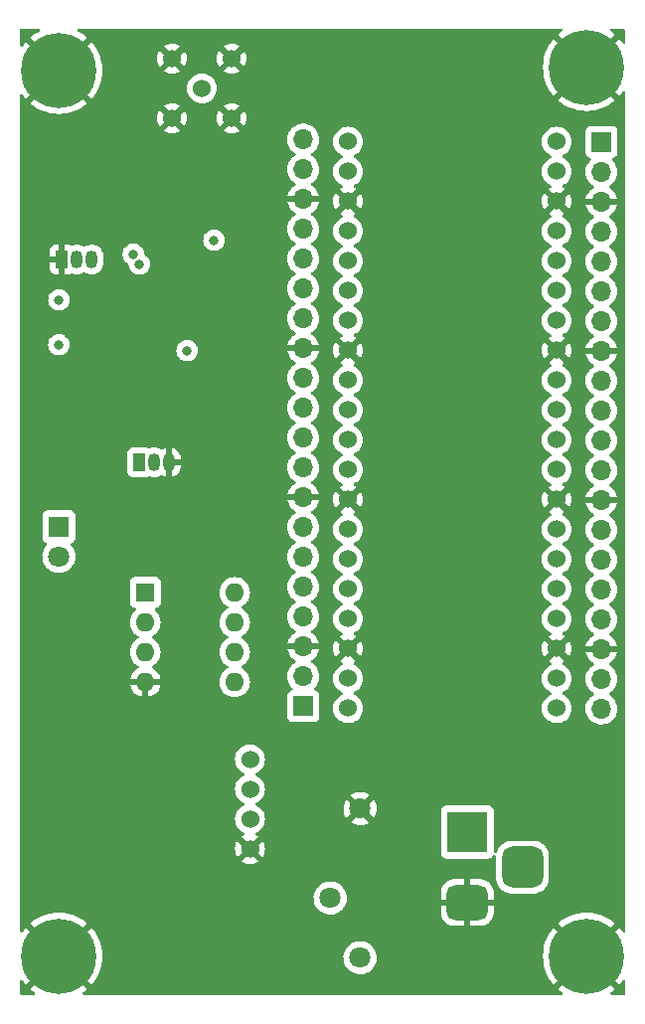
<source format=gbr>
%TF.GenerationSoftware,KiCad,Pcbnew,(6.0.7-1)-1*%
%TF.CreationDate,2022-09-12T11:25:08-04:00*%
%TF.ProjectId,LED_Pulser,4c45445f-5075-46c7-9365-722e6b696361,rev?*%
%TF.SameCoordinates,Original*%
%TF.FileFunction,Copper,L3,Inr*%
%TF.FilePolarity,Positive*%
%FSLAX46Y46*%
G04 Gerber Fmt 4.6, Leading zero omitted, Abs format (unit mm)*
G04 Created by KiCad (PCBNEW (6.0.7-1)-1) date 2022-09-12 11:25:08*
%MOMM*%
%LPD*%
G01*
G04 APERTURE LIST*
G04 Aperture macros list*
%AMRoundRect*
0 Rectangle with rounded corners*
0 $1 Rounding radius*
0 $2 $3 $4 $5 $6 $7 $8 $9 X,Y pos of 4 corners*
0 Add a 4 corners polygon primitive as box body*
4,1,4,$2,$3,$4,$5,$6,$7,$8,$9,$2,$3,0*
0 Add four circle primitives for the rounded corners*
1,1,$1+$1,$2,$3*
1,1,$1+$1,$4,$5*
1,1,$1+$1,$6,$7*
1,1,$1+$1,$8,$9*
0 Add four rect primitives between the rounded corners*
20,1,$1+$1,$2,$3,$4,$5,0*
20,1,$1+$1,$4,$5,$6,$7,0*
20,1,$1+$1,$6,$7,$8,$9,0*
20,1,$1+$1,$8,$9,$2,$3,0*%
G04 Aperture macros list end*
%TA.AperFunction,ComponentPad*%
%ADD10C,6.400000*%
%TD*%
%TA.AperFunction,ComponentPad*%
%ADD11R,1.800000X1.800000*%
%TD*%
%TA.AperFunction,ComponentPad*%
%ADD12C,1.800000*%
%TD*%
%TA.AperFunction,ComponentPad*%
%ADD13R,1.700000X1.700000*%
%TD*%
%TA.AperFunction,ComponentPad*%
%ADD14O,1.700000X1.700000*%
%TD*%
%TA.AperFunction,ComponentPad*%
%ADD15C,1.524000*%
%TD*%
%TA.AperFunction,ComponentPad*%
%ADD16R,1.600000X1.600000*%
%TD*%
%TA.AperFunction,ComponentPad*%
%ADD17O,1.600000X1.600000*%
%TD*%
%TA.AperFunction,ComponentPad*%
%ADD18R,1.050000X1.500000*%
%TD*%
%TA.AperFunction,ComponentPad*%
%ADD19O,1.050000X1.500000*%
%TD*%
%TA.AperFunction,ComponentPad*%
%ADD20R,3.500000X3.500000*%
%TD*%
%TA.AperFunction,ComponentPad*%
%ADD21RoundRect,0.750000X1.000000X-0.750000X1.000000X0.750000X-1.000000X0.750000X-1.000000X-0.750000X0*%
%TD*%
%TA.AperFunction,ComponentPad*%
%ADD22RoundRect,0.875000X0.875000X-0.875000X0.875000X0.875000X-0.875000X0.875000X-0.875000X-0.875000X0*%
%TD*%
%TA.AperFunction,ViaPad*%
%ADD23C,0.800000*%
%TD*%
G04 APERTURE END LIST*
D10*
%TO.N,GND*%
%TO.C,H1*%
X88900000Y-80264000D03*
%TD*%
D11*
%TO.N,Net-(C4-Pad2)*%
%TO.C,D1*%
X88900000Y-119121000D03*
D12*
%TO.N,Net-(C3-Pad1)*%
X88900000Y-121661000D03*
%TD*%
D13*
%TO.N,Net-(J2-Pad1)*%
%TO.C,J2*%
X109728000Y-134410000D03*
D14*
%TO.N,Net-(J2-Pad2)*%
X109728000Y-131870000D03*
%TO.N,GND*%
X109728000Y-129330000D03*
%TO.N,Net-(J2-Pad4)*%
X109728000Y-126790000D03*
%TO.N,Net-(J2-Pad5)*%
X109728000Y-124250000D03*
%TO.N,Net-(J2-Pad6)*%
X109728000Y-121710000D03*
%TO.N,Net-(J2-Pad7)*%
X109728000Y-119170000D03*
%TO.N,GND*%
X109728000Y-116630000D03*
%TO.N,Net-(J2-Pad9)*%
X109728000Y-114090000D03*
%TO.N,Net-(J2-Pad10)*%
X109728000Y-111550000D03*
%TO.N,Net-(J2-Pad11)*%
X109728000Y-109010000D03*
%TO.N,Net-(J2-Pad12)*%
X109728000Y-106470000D03*
%TO.N,GND*%
X109728000Y-103930000D03*
%TO.N,Net-(J2-Pad14)*%
X109728000Y-101390000D03*
%TO.N,Net-(J2-Pad15)*%
X109728000Y-98850000D03*
%TO.N,Net-(J2-Pad16)*%
X109728000Y-96310000D03*
%TO.N,Net-(J2-Pad17)*%
X109728000Y-93770000D03*
%TO.N,GND*%
X109728000Y-91230000D03*
%TO.N,Net-(J2-Pad19)*%
X109728000Y-88690000D03*
%TO.N,Net-(J2-Pad20)*%
X109728000Y-86150000D03*
%TD*%
D10*
%TO.N,GND*%
%TO.C,H2*%
X133858000Y-80010000D03*
%TD*%
%TO.N,GND*%
%TO.C,H3*%
X133858000Y-155702000D03*
%TD*%
D15*
%TO.N,Net-(J2-Pad20)*%
%TO.C,U4*%
X113538000Y-86330000D03*
%TO.N,Net-(J2-Pad19)*%
X113538000Y-88870000D03*
%TO.N,GND*%
X113538000Y-91410000D03*
%TO.N,Net-(J2-Pad17)*%
X113538000Y-93950000D03*
%TO.N,Net-(J2-Pad16)*%
X113538000Y-96490000D03*
%TO.N,Net-(J2-Pad15)*%
X113538000Y-99030000D03*
%TO.N,Net-(J2-Pad14)*%
X113538000Y-101570000D03*
%TO.N,GND*%
X113538000Y-104110000D03*
%TO.N,Net-(J2-Pad12)*%
X113538000Y-106650000D03*
%TO.N,Net-(J2-Pad11)*%
X113538000Y-109190000D03*
%TO.N,Net-(J2-Pad10)*%
X113538000Y-111730000D03*
%TO.N,Net-(J2-Pad9)*%
X113538000Y-114270000D03*
%TO.N,GND*%
X113538000Y-116810000D03*
%TO.N,Net-(J2-Pad7)*%
X113538000Y-119350000D03*
%TO.N,Net-(J2-Pad6)*%
X113538000Y-121890000D03*
%TO.N,Net-(J2-Pad5)*%
X113538000Y-124430000D03*
%TO.N,Net-(J2-Pad4)*%
X113538000Y-126970000D03*
%TO.N,GND*%
X113538000Y-129510000D03*
%TO.N,Net-(J2-Pad2)*%
X113538000Y-132050000D03*
%TO.N,Net-(J2-Pad1)*%
X113538000Y-134590000D03*
%TO.N,Net-(J3-Pad20)*%
X131318000Y-134590000D03*
%TO.N,Net-(J3-Pad19)*%
X131318000Y-132050000D03*
%TO.N,GND*%
X131318000Y-129510000D03*
%TO.N,Net-(J3-Pad17)*%
X131318000Y-126970000D03*
%TO.N,Net-(J3-Pad16)*%
X131318000Y-124430000D03*
%TO.N,Net-(J3-Pad15)*%
X131318000Y-121890000D03*
%TO.N,Net-(J3-Pad14)*%
X131318000Y-119350000D03*
%TO.N,GND*%
X131318000Y-116810000D03*
%TO.N,Net-(J3-Pad12)*%
X131318000Y-114270000D03*
%TO.N,Net-(J3-Pad11)*%
X131318000Y-111730000D03*
%TO.N,Net-(J3-Pad10)*%
X131318000Y-109190000D03*
%TO.N,Net-(J3-Pad9)*%
X131318000Y-106650000D03*
%TO.N,GND*%
X131318000Y-104110000D03*
%TO.N,Net-(J3-Pad7)*%
X131318000Y-101570000D03*
%TO.N,Net-(J3-Pad6)*%
X131318000Y-99030000D03*
%TO.N,Net-(J3-Pad5)*%
X131318000Y-96490000D03*
%TO.N,Net-(J3-Pad4)*%
X131318000Y-93950000D03*
%TO.N,GND*%
X131318000Y-91410000D03*
%TO.N,+3.3V*%
X131318000Y-88870000D03*
%TO.N,Net-(J3-Pad1)*%
X131318000Y-86330000D03*
%TD*%
D13*
%TO.N,Net-(J3-Pad1)*%
%TO.C,J3*%
X135128000Y-86360000D03*
D14*
%TO.N,+3.3V*%
X135128000Y-88900000D03*
%TO.N,GND*%
X135128000Y-91440000D03*
%TO.N,Net-(J3-Pad4)*%
X135128000Y-93980000D03*
%TO.N,Net-(J3-Pad5)*%
X135128000Y-96520000D03*
%TO.N,Net-(J3-Pad6)*%
X135128000Y-99060000D03*
%TO.N,Net-(J3-Pad7)*%
X135128000Y-101600000D03*
%TO.N,GND*%
X135128000Y-104140000D03*
%TO.N,Net-(J3-Pad9)*%
X135128000Y-106680000D03*
%TO.N,Net-(J3-Pad10)*%
X135128000Y-109220000D03*
%TO.N,Net-(J3-Pad11)*%
X135128000Y-111760000D03*
%TO.N,Net-(J3-Pad12)*%
X135128000Y-114300000D03*
%TO.N,GND*%
X135128000Y-116840000D03*
%TO.N,Net-(J3-Pad14)*%
X135128000Y-119380000D03*
%TO.N,Net-(J3-Pad15)*%
X135128000Y-121920000D03*
%TO.N,Net-(J3-Pad16)*%
X135128000Y-124460000D03*
%TO.N,Net-(J3-Pad17)*%
X135128000Y-127000000D03*
%TO.N,GND*%
X135128000Y-129540000D03*
%TO.N,Net-(J3-Pad19)*%
X135128000Y-132080000D03*
%TO.N,Net-(J3-Pad20)*%
X135128000Y-134620000D03*
%TD*%
D16*
%TO.N,unconnected-(U2-Pad1)*%
%TO.C,U2*%
X96266000Y-124724000D03*
D17*
%TO.N,Net-(R4-Pad2)*%
X96266000Y-127264000D03*
%TO.N,Net-(RV1-Pad2)*%
X96266000Y-129804000D03*
%TO.N,GND*%
X96266000Y-132344000D03*
%TO.N,unconnected-(U2-Pad5)*%
X103886000Y-132344000D03*
%TO.N,Net-(R4-Pad2)*%
X103886000Y-129804000D03*
%TO.N,+15V*%
X103886000Y-127264000D03*
%TO.N,unconnected-(U2-Pad8)*%
X103886000Y-124724000D03*
%TD*%
D18*
%TO.N,N/C*%
%TO.C,U1*%
X95758000Y-113644000D03*
D19*
%TO.N,Net-(RV1-Pad3)*%
X97028000Y-113644000D03*
%TO.N,GND*%
X98298000Y-113644000D03*
%TD*%
D15*
%TO.N,unconnected-(U5-Pad1)*%
%TO.C,U5*%
X105186000Y-138938000D03*
%TO.N,+15V*%
X105186000Y-141478000D03*
%TO.N,+3.3V*%
X105186000Y-144018000D03*
%TO.N,GND*%
X105186000Y-146558000D03*
%TD*%
D20*
%TO.N,+15V*%
%TO.C,J42*%
X123698000Y-145130000D03*
D21*
%TO.N,GND*%
X123698000Y-151130000D03*
D22*
%TO.N,N/C*%
X128398000Y-148130000D03*
%TD*%
D12*
%TO.N,GND*%
%TO.C,RV1*%
X114554000Y-143130500D03*
%TO.N,Net-(RV1-Pad2)*%
X112014000Y-150750500D03*
%TO.N,Net-(RV1-Pad3)*%
X114554000Y-155830500D03*
%TD*%
D18*
%TO.N,GND*%
%TO.C,Q1*%
X89154000Y-96372000D03*
D19*
%TO.N,Net-(J1-Pad1)*%
X90424000Y-96372000D03*
%TO.N,Net-(C4-Pad1)*%
X91694000Y-96372000D03*
%TD*%
D10*
%TO.N,GND*%
%TO.C,H4*%
X88900000Y-155702000D03*
%TD*%
D15*
%TO.N,Net-(J1-Pad1)*%
%TO.C,J1*%
X101092000Y-81788000D03*
%TO.N,GND*%
X103632000Y-79248000D03*
X103632000Y-84328000D03*
X98552000Y-84328000D03*
X98552000Y-79248000D03*
%TD*%
D23*
%TO.N,GND*%
X100330000Y-98298000D03*
X92202000Y-127000000D03*
X105918000Y-105664000D03*
X87122000Y-109220000D03*
X105918000Y-101854000D03*
%TO.N,+15V*%
X99822000Y-104140000D03*
%TO.N,Net-(R7-Pad1)*%
X95241931Y-95918033D03*
X88900000Y-99822000D03*
%TO.N,Net-(R8-Pad1)*%
X95758000Y-96774000D03*
X88900000Y-103632000D03*
%TO.N,+3.3V*%
X102108000Y-94742000D03*
%TD*%
%TA.AperFunction,Conductor*%
%TO.N,GND*%
G36*
X87253782Y-76728502D02*
G01*
X87300275Y-76782158D01*
X87310379Y-76852432D01*
X87280885Y-76917012D01*
X87242864Y-76946767D01*
X87046397Y-77046872D01*
X87040687Y-77050169D01*
X86720265Y-77258253D01*
X86714939Y-77262123D01*
X86476165Y-77455478D01*
X86467700Y-77467733D01*
X86474034Y-77478824D01*
X88887188Y-79891978D01*
X88901132Y-79899592D01*
X88902965Y-79899461D01*
X88909580Y-79895210D01*
X91325100Y-77479690D01*
X91332241Y-77466614D01*
X91324784Y-77456247D01*
X91085065Y-77262126D01*
X91079728Y-77258249D01*
X90759315Y-77050170D01*
X90753606Y-77046874D01*
X90557136Y-76946767D01*
X90505521Y-76898019D01*
X90488455Y-76829104D01*
X90511356Y-76761902D01*
X90566953Y-76717750D01*
X90614339Y-76708500D01*
X131708316Y-76708500D01*
X131776437Y-76728502D01*
X131822930Y-76782158D01*
X131833034Y-76852432D01*
X131803540Y-76917012D01*
X131776940Y-76940173D01*
X131678265Y-77004253D01*
X131672939Y-77008123D01*
X131434165Y-77201478D01*
X131425700Y-77213733D01*
X131432034Y-77224824D01*
X133845188Y-79637978D01*
X133859132Y-79645592D01*
X133860965Y-79645461D01*
X133867580Y-79641210D01*
X136283100Y-77225690D01*
X136290241Y-77212614D01*
X136282784Y-77202247D01*
X136043065Y-77008126D01*
X136037728Y-77004249D01*
X135939059Y-76940172D01*
X135892822Y-76886296D01*
X135883053Y-76815975D01*
X135912853Y-76751535D01*
X135972762Y-76713436D01*
X136007684Y-76708500D01*
X137033500Y-76708500D01*
X137101621Y-76728502D01*
X137148114Y-76782158D01*
X137159500Y-76834500D01*
X137159500Y-77860316D01*
X137139498Y-77928437D01*
X137085842Y-77974930D01*
X137015568Y-77985034D01*
X136950988Y-77955540D01*
X136927827Y-77928940D01*
X136863747Y-77830265D01*
X136859877Y-77824939D01*
X136666522Y-77586165D01*
X136654267Y-77577700D01*
X136643176Y-77584034D01*
X134230022Y-79997188D01*
X134222408Y-80011132D01*
X134222539Y-80012965D01*
X134226790Y-80019580D01*
X136642310Y-82435100D01*
X136655386Y-82442241D01*
X136665753Y-82434784D01*
X136859877Y-82195061D01*
X136863747Y-82189735D01*
X136927827Y-82091060D01*
X136981704Y-82044823D01*
X137052025Y-82035053D01*
X137116465Y-82064853D01*
X137154564Y-82124761D01*
X137159500Y-82159684D01*
X137159500Y-153552316D01*
X137139498Y-153620437D01*
X137085842Y-153666930D01*
X137015568Y-153677034D01*
X136950988Y-153647540D01*
X136927827Y-153620940D01*
X136863747Y-153522265D01*
X136859877Y-153516939D01*
X136666522Y-153278165D01*
X136654267Y-153269700D01*
X136643176Y-153276034D01*
X134230022Y-155689188D01*
X134222408Y-155703132D01*
X134222539Y-155704965D01*
X134226790Y-155711580D01*
X136642310Y-158127100D01*
X136655386Y-158134241D01*
X136665753Y-158126784D01*
X136859877Y-157887061D01*
X136863747Y-157881735D01*
X136927827Y-157783060D01*
X136981704Y-157736823D01*
X137052025Y-157727053D01*
X137116465Y-157756853D01*
X137154564Y-157816761D01*
X137159500Y-157851684D01*
X137159500Y-158877500D01*
X137139498Y-158945621D01*
X137085842Y-158992114D01*
X137033500Y-159003500D01*
X136007684Y-159003500D01*
X135939563Y-158983498D01*
X135893070Y-158929842D01*
X135882966Y-158859568D01*
X135912460Y-158794988D01*
X135939059Y-158771828D01*
X136037728Y-158707751D01*
X136043065Y-158703874D01*
X136281835Y-158510522D01*
X136290300Y-158498267D01*
X136283966Y-158487176D01*
X133870812Y-156074022D01*
X133856868Y-156066408D01*
X133855035Y-156066539D01*
X133848420Y-156070790D01*
X131432900Y-158486310D01*
X131425759Y-158499386D01*
X131433216Y-158509753D01*
X131672935Y-158703874D01*
X131678272Y-158707751D01*
X131776941Y-158771828D01*
X131823178Y-158825704D01*
X131832947Y-158896025D01*
X131803147Y-158960465D01*
X131743238Y-158998564D01*
X131708316Y-159003500D01*
X91049684Y-159003500D01*
X90981563Y-158983498D01*
X90935070Y-158929842D01*
X90924966Y-158859568D01*
X90954460Y-158794988D01*
X90981059Y-158771828D01*
X91079728Y-158707751D01*
X91085065Y-158703874D01*
X91323835Y-158510522D01*
X91332300Y-158498267D01*
X91325966Y-158487176D01*
X88912812Y-156074022D01*
X88898868Y-156066408D01*
X88897035Y-156066539D01*
X88890420Y-156070790D01*
X86474900Y-158486310D01*
X86467759Y-158499386D01*
X86475216Y-158509753D01*
X86714935Y-158703874D01*
X86720272Y-158707751D01*
X86818941Y-158771828D01*
X86865178Y-158825704D01*
X86874947Y-158896025D01*
X86845147Y-158960465D01*
X86785238Y-158998564D01*
X86750316Y-159003500D01*
X85724500Y-159003500D01*
X85656379Y-158983498D01*
X85609886Y-158929842D01*
X85598500Y-158877500D01*
X85598500Y-157851684D01*
X85618502Y-157783563D01*
X85672158Y-157737070D01*
X85742432Y-157726966D01*
X85807012Y-157756460D01*
X85830173Y-157783060D01*
X85894253Y-157881735D01*
X85898123Y-157887061D01*
X86091478Y-158125835D01*
X86103733Y-158134300D01*
X86114824Y-158127966D01*
X88527978Y-155714812D01*
X88534356Y-155703132D01*
X89264408Y-155703132D01*
X89264539Y-155704965D01*
X89268790Y-155711580D01*
X91684310Y-158127100D01*
X91697386Y-158134241D01*
X91707753Y-158126784D01*
X91901877Y-157887061D01*
X91905747Y-157881735D01*
X92113831Y-157561313D01*
X92117128Y-157555603D01*
X92290578Y-157215189D01*
X92293260Y-157209164D01*
X92430171Y-156852498D01*
X92432212Y-156846216D01*
X92531094Y-156477184D01*
X92532465Y-156470734D01*
X92592234Y-156093371D01*
X92592920Y-156086833D01*
X92608164Y-155795969D01*
X113141095Y-155795969D01*
X113141392Y-155801122D01*
X113141392Y-155801125D01*
X113147067Y-155899541D01*
X113154427Y-156027197D01*
X113155564Y-156032243D01*
X113155565Y-156032249D01*
X113187741Y-156175023D01*
X113205346Y-156253142D01*
X113207288Y-156257924D01*
X113207289Y-156257928D01*
X113290540Y-156462950D01*
X113292484Y-156467737D01*
X113413501Y-156665219D01*
X113565147Y-156840284D01*
X113743349Y-156988230D01*
X113943322Y-157105084D01*
X114159694Y-157187709D01*
X114164760Y-157188740D01*
X114164761Y-157188740D01*
X114217846Y-157199540D01*
X114386656Y-157233885D01*
X114517324Y-157238676D01*
X114612949Y-157242183D01*
X114612953Y-157242183D01*
X114618113Y-157242372D01*
X114623233Y-157241716D01*
X114623235Y-157241716D01*
X114696270Y-157232360D01*
X114847847Y-157212942D01*
X114852795Y-157211457D01*
X114852802Y-157211456D01*
X115064747Y-157147869D01*
X115069690Y-157146386D01*
X115150236Y-157106927D01*
X115273049Y-157046762D01*
X115273052Y-157046760D01*
X115277684Y-157044491D01*
X115466243Y-156909994D01*
X115630303Y-156746505D01*
X115765458Y-156558417D01*
X115808794Y-156470734D01*
X115865784Y-156355422D01*
X115865785Y-156355420D01*
X115868078Y-156350780D01*
X115935408Y-156129171D01*
X115965640Y-155899541D01*
X115967327Y-155830500D01*
X115957034Y-155705301D01*
X130145084Y-155705301D01*
X130165080Y-156086833D01*
X130165766Y-156093371D01*
X130225535Y-156470734D01*
X130226906Y-156477184D01*
X130325788Y-156846216D01*
X130327829Y-156852498D01*
X130464740Y-157209164D01*
X130467422Y-157215189D01*
X130640872Y-157555603D01*
X130644169Y-157561313D01*
X130852253Y-157881735D01*
X130856123Y-157887061D01*
X131049478Y-158125835D01*
X131061733Y-158134300D01*
X131072824Y-158127966D01*
X133485978Y-155714812D01*
X133493592Y-155700868D01*
X133493461Y-155699035D01*
X133489210Y-155692420D01*
X131073690Y-153276900D01*
X131060614Y-153269759D01*
X131050247Y-153277216D01*
X130856123Y-153516939D01*
X130852253Y-153522265D01*
X130644169Y-153842687D01*
X130640872Y-153848397D01*
X130467422Y-154188811D01*
X130464740Y-154194836D01*
X130327829Y-154551502D01*
X130325788Y-154557784D01*
X130226906Y-154926816D01*
X130225535Y-154933266D01*
X130165766Y-155310629D01*
X130165080Y-155317167D01*
X130145084Y-155698699D01*
X130145084Y-155705301D01*
X115957034Y-155705301D01*
X115957006Y-155704965D01*
X115948773Y-155604818D01*
X115948772Y-155604812D01*
X115948349Y-155599667D01*
X115891925Y-155375033D01*
X115889866Y-155370297D01*
X115801630Y-155167368D01*
X115801628Y-155167365D01*
X115799570Y-155162631D01*
X115673764Y-154968165D01*
X115642009Y-154933266D01*
X115624134Y-154913622D01*
X115517887Y-154796858D01*
X115513836Y-154793659D01*
X115513832Y-154793655D01*
X115340177Y-154656511D01*
X115340172Y-154656508D01*
X115336123Y-154653310D01*
X115331607Y-154650817D01*
X115331604Y-154650815D01*
X115137879Y-154543873D01*
X115137875Y-154543871D01*
X115133355Y-154541376D01*
X115128486Y-154539652D01*
X115128482Y-154539650D01*
X114919903Y-154465788D01*
X114919899Y-154465787D01*
X114915028Y-154464062D01*
X114909935Y-154463155D01*
X114909932Y-154463154D01*
X114692095Y-154424351D01*
X114692089Y-154424350D01*
X114687006Y-154423445D01*
X114614096Y-154422554D01*
X114460581Y-154420679D01*
X114460579Y-154420679D01*
X114455411Y-154420616D01*
X114226464Y-154455650D01*
X114006314Y-154527606D01*
X114001726Y-154529994D01*
X114001722Y-154529996D01*
X113948342Y-154557784D01*
X113800872Y-154634552D01*
X113796739Y-154637655D01*
X113796736Y-154637657D01*
X113771625Y-154656511D01*
X113615655Y-154773617D01*
X113455639Y-154941064D01*
X113452725Y-154945336D01*
X113452724Y-154945337D01*
X113437152Y-154968165D01*
X113325119Y-155132399D01*
X113227602Y-155342481D01*
X113165707Y-155565669D01*
X113141095Y-155795969D01*
X92608164Y-155795969D01*
X92612916Y-155705301D01*
X92612916Y-155698699D01*
X92592920Y-155317167D01*
X92592234Y-155310629D01*
X92532465Y-154933266D01*
X92531094Y-154926816D01*
X92432212Y-154557784D01*
X92430171Y-154551502D01*
X92293260Y-154194836D01*
X92290578Y-154188811D01*
X92117128Y-153848397D01*
X92113831Y-153842687D01*
X91905747Y-153522265D01*
X91901877Y-153516939D01*
X91708522Y-153278165D01*
X91696267Y-153269700D01*
X91685176Y-153276034D01*
X89272022Y-155689188D01*
X89264408Y-155703132D01*
X88534356Y-155703132D01*
X88535592Y-155700868D01*
X88535461Y-155699035D01*
X88531210Y-155692420D01*
X86115690Y-153276900D01*
X86102614Y-153269759D01*
X86092247Y-153277216D01*
X85898123Y-153516939D01*
X85894253Y-153522265D01*
X85830173Y-153620940D01*
X85776296Y-153667177D01*
X85705975Y-153676947D01*
X85641535Y-153647147D01*
X85603436Y-153587239D01*
X85598500Y-153552316D01*
X85598500Y-152905733D01*
X86467700Y-152905733D01*
X86474034Y-152916824D01*
X88887188Y-155329978D01*
X88901132Y-155337592D01*
X88902965Y-155337461D01*
X88909580Y-155333210D01*
X91325100Y-152917690D01*
X91332241Y-152904614D01*
X91324784Y-152894247D01*
X91085065Y-152700126D01*
X91079728Y-152696249D01*
X90759315Y-152488170D01*
X90753606Y-152484873D01*
X90413189Y-152311422D01*
X90407164Y-152308740D01*
X90050498Y-152171829D01*
X90044216Y-152169788D01*
X89675184Y-152070906D01*
X89668734Y-152069535D01*
X89291371Y-152009766D01*
X89284833Y-152009080D01*
X88903301Y-151989084D01*
X88896699Y-151989084D01*
X88515167Y-152009080D01*
X88508629Y-152009766D01*
X88131266Y-152069535D01*
X88124816Y-152070906D01*
X87755784Y-152169788D01*
X87749502Y-152171829D01*
X87392836Y-152308740D01*
X87386811Y-152311422D01*
X87046397Y-152484872D01*
X87040687Y-152488169D01*
X86720265Y-152696253D01*
X86714939Y-152700123D01*
X86476165Y-152893478D01*
X86467700Y-152905733D01*
X85598500Y-152905733D01*
X85598500Y-150715969D01*
X110601095Y-150715969D01*
X110601392Y-150721122D01*
X110601392Y-150721125D01*
X110609541Y-150862452D01*
X110614427Y-150947197D01*
X110615564Y-150952243D01*
X110615565Y-150952249D01*
X110647741Y-151095023D01*
X110665346Y-151173142D01*
X110667288Y-151177924D01*
X110667289Y-151177928D01*
X110750540Y-151382950D01*
X110752484Y-151387737D01*
X110873501Y-151585219D01*
X111025147Y-151760284D01*
X111203349Y-151908230D01*
X111403322Y-152025084D01*
X111619694Y-152107709D01*
X111624760Y-152108740D01*
X111624761Y-152108740D01*
X111677846Y-152119540D01*
X111846656Y-152153885D01*
X111977324Y-152158676D01*
X112072949Y-152162183D01*
X112072953Y-152162183D01*
X112078113Y-152162372D01*
X112083233Y-152161716D01*
X112083235Y-152161716D01*
X112156270Y-152152360D01*
X112307847Y-152132942D01*
X112312795Y-152131457D01*
X112312802Y-152131456D01*
X112524747Y-152067869D01*
X112529690Y-152066386D01*
X112610236Y-152026927D01*
X112733049Y-151966762D01*
X112733052Y-151966760D01*
X112737684Y-151964491D01*
X112772074Y-151939961D01*
X121440001Y-151939961D01*
X121440209Y-151945071D01*
X121451082Y-152078767D01*
X121452852Y-152089320D01*
X121505967Y-152296185D01*
X121509701Y-152306731D01*
X121598510Y-152500705D01*
X121604046Y-152510412D01*
X121725803Y-152685597D01*
X121732976Y-152694176D01*
X121883824Y-152845024D01*
X121892403Y-152852197D01*
X122067588Y-152973954D01*
X122077295Y-152979490D01*
X122271269Y-153068299D01*
X122281815Y-153072033D01*
X122488679Y-153125147D01*
X122499234Y-153126918D01*
X122632930Y-153137793D01*
X122638036Y-153138000D01*
X123425885Y-153138000D01*
X123441124Y-153133525D01*
X123442329Y-153132135D01*
X123444000Y-153124452D01*
X123444000Y-153119884D01*
X123952000Y-153119884D01*
X123956475Y-153135123D01*
X123957865Y-153136328D01*
X123965548Y-153137999D01*
X124757961Y-153137999D01*
X124763071Y-153137791D01*
X124896767Y-153126918D01*
X124907320Y-153125148D01*
X125114185Y-153072033D01*
X125124731Y-153068299D01*
X125318705Y-152979490D01*
X125328412Y-152973954D01*
X125426569Y-152905733D01*
X131425700Y-152905733D01*
X131432034Y-152916824D01*
X133845188Y-155329978D01*
X133859132Y-155337592D01*
X133860965Y-155337461D01*
X133867580Y-155333210D01*
X136283100Y-152917690D01*
X136290241Y-152904614D01*
X136282784Y-152894247D01*
X136043065Y-152700126D01*
X136037728Y-152696249D01*
X135717315Y-152488170D01*
X135711606Y-152484873D01*
X135371189Y-152311422D01*
X135365164Y-152308740D01*
X135008498Y-152171829D01*
X135002216Y-152169788D01*
X134633184Y-152070906D01*
X134626734Y-152069535D01*
X134249371Y-152009766D01*
X134242833Y-152009080D01*
X133861301Y-151989084D01*
X133854699Y-151989084D01*
X133473167Y-152009080D01*
X133466629Y-152009766D01*
X133089266Y-152069535D01*
X133082816Y-152070906D01*
X132713784Y-152169788D01*
X132707502Y-152171829D01*
X132350836Y-152308740D01*
X132344811Y-152311422D01*
X132004397Y-152484872D01*
X131998687Y-152488169D01*
X131678265Y-152696253D01*
X131672939Y-152700123D01*
X131434165Y-152893478D01*
X131425700Y-152905733D01*
X125426569Y-152905733D01*
X125503597Y-152852197D01*
X125512176Y-152845024D01*
X125663024Y-152694176D01*
X125670197Y-152685597D01*
X125791954Y-152510412D01*
X125797490Y-152500705D01*
X125886299Y-152306731D01*
X125890033Y-152296185D01*
X125943147Y-152089321D01*
X125944918Y-152078766D01*
X125955793Y-151945070D01*
X125956000Y-151939964D01*
X125956000Y-151402115D01*
X125951525Y-151386876D01*
X125950135Y-151385671D01*
X125942452Y-151384000D01*
X123970115Y-151384000D01*
X123954876Y-151388475D01*
X123953671Y-151389865D01*
X123952000Y-151397548D01*
X123952000Y-153119884D01*
X123444000Y-153119884D01*
X123444000Y-151402115D01*
X123439525Y-151386876D01*
X123438135Y-151385671D01*
X123430452Y-151384000D01*
X121458116Y-151384000D01*
X121442877Y-151388475D01*
X121441672Y-151389865D01*
X121440001Y-151397548D01*
X121440001Y-151939961D01*
X112772074Y-151939961D01*
X112926243Y-151829994D01*
X113090303Y-151666505D01*
X113225458Y-151478417D01*
X113272641Y-151382950D01*
X113325784Y-151275422D01*
X113325785Y-151275420D01*
X113328078Y-151270780D01*
X113395408Y-151049171D01*
X113420592Y-150857885D01*
X121440000Y-150857885D01*
X121444475Y-150873124D01*
X121445865Y-150874329D01*
X121453548Y-150876000D01*
X123425885Y-150876000D01*
X123441124Y-150871525D01*
X123442329Y-150870135D01*
X123444000Y-150862452D01*
X123444000Y-150857885D01*
X123952000Y-150857885D01*
X123956475Y-150873124D01*
X123957865Y-150874329D01*
X123965548Y-150876000D01*
X125937884Y-150876000D01*
X125953123Y-150871525D01*
X125954328Y-150870135D01*
X125955999Y-150862452D01*
X125955999Y-150320039D01*
X125955791Y-150314929D01*
X125944918Y-150181233D01*
X125943148Y-150170680D01*
X125890033Y-149963815D01*
X125886299Y-149953269D01*
X125797490Y-149759295D01*
X125791954Y-149749588D01*
X125670197Y-149574403D01*
X125663024Y-149565824D01*
X125512176Y-149414976D01*
X125503597Y-149407803D01*
X125328412Y-149286046D01*
X125318705Y-149280510D01*
X125124731Y-149191701D01*
X125114185Y-149187967D01*
X124907321Y-149134853D01*
X124896766Y-149133082D01*
X124763070Y-149122207D01*
X124757964Y-149122000D01*
X123970115Y-149122000D01*
X123954876Y-149126475D01*
X123953671Y-149127865D01*
X123952000Y-149135548D01*
X123952000Y-150857885D01*
X123444000Y-150857885D01*
X123444000Y-149140116D01*
X123439525Y-149124877D01*
X123438135Y-149123672D01*
X123430452Y-149122001D01*
X122638039Y-149122001D01*
X122632929Y-149122209D01*
X122499233Y-149133082D01*
X122488680Y-149134852D01*
X122281815Y-149187967D01*
X122271269Y-149191701D01*
X122077295Y-149280510D01*
X122067588Y-149286046D01*
X121892403Y-149407803D01*
X121883824Y-149414976D01*
X121732976Y-149565824D01*
X121725803Y-149574403D01*
X121604046Y-149749588D01*
X121598510Y-149759295D01*
X121509701Y-149953269D01*
X121505967Y-149963815D01*
X121452853Y-150170679D01*
X121451082Y-150181234D01*
X121440207Y-150314930D01*
X121440000Y-150320036D01*
X121440000Y-150857885D01*
X113420592Y-150857885D01*
X113425640Y-150819541D01*
X113427327Y-150750500D01*
X113421032Y-150673934D01*
X113408773Y-150524818D01*
X113408772Y-150524812D01*
X113408349Y-150519667D01*
X113363572Y-150341402D01*
X113353184Y-150300044D01*
X113353183Y-150300040D01*
X113351925Y-150295033D01*
X113349866Y-150290297D01*
X113261630Y-150087368D01*
X113261628Y-150087365D01*
X113259570Y-150082631D01*
X113133764Y-149888165D01*
X112977887Y-149716858D01*
X112973836Y-149713659D01*
X112973832Y-149713655D01*
X112800177Y-149576511D01*
X112800172Y-149576508D01*
X112796123Y-149573310D01*
X112791607Y-149570817D01*
X112791604Y-149570815D01*
X112597879Y-149463873D01*
X112597875Y-149463871D01*
X112593355Y-149461376D01*
X112588486Y-149459652D01*
X112588482Y-149459650D01*
X112379903Y-149385788D01*
X112379899Y-149385787D01*
X112375028Y-149384062D01*
X112369935Y-149383155D01*
X112369932Y-149383154D01*
X112152095Y-149344351D01*
X112152089Y-149344350D01*
X112147006Y-149343445D01*
X112074096Y-149342554D01*
X111920581Y-149340679D01*
X111920579Y-149340679D01*
X111915411Y-149340616D01*
X111686464Y-149375650D01*
X111466314Y-149447606D01*
X111461726Y-149449994D01*
X111461722Y-149449996D01*
X111435065Y-149463873D01*
X111260872Y-149554552D01*
X111256739Y-149557655D01*
X111256736Y-149557657D01*
X111079790Y-149690512D01*
X111075655Y-149693617D01*
X111072083Y-149697355D01*
X110966964Y-149807356D01*
X110915639Y-149861064D01*
X110912725Y-149865336D01*
X110912724Y-149865337D01*
X110897152Y-149888165D01*
X110785119Y-150052399D01*
X110687602Y-150262481D01*
X110625707Y-150485669D01*
X110601095Y-150715969D01*
X85598500Y-150715969D01*
X85598500Y-147616777D01*
X104491777Y-147616777D01*
X104501074Y-147628793D01*
X104544069Y-147658898D01*
X104553555Y-147664376D01*
X104744993Y-147753645D01*
X104755285Y-147757391D01*
X104959309Y-147812059D01*
X104970104Y-147813962D01*
X105180525Y-147832372D01*
X105191475Y-147832372D01*
X105401896Y-147813962D01*
X105412691Y-147812059D01*
X105616715Y-147757391D01*
X105627007Y-147753645D01*
X105818445Y-147664376D01*
X105827931Y-147658898D01*
X105871764Y-147628207D01*
X105880139Y-147617729D01*
X105873071Y-147604281D01*
X105198812Y-146930022D01*
X105184868Y-146922408D01*
X105183035Y-146922539D01*
X105176420Y-146926790D01*
X104498207Y-147605003D01*
X104491777Y-147616777D01*
X85598500Y-147616777D01*
X85598500Y-146563475D01*
X103911628Y-146563475D01*
X103930038Y-146773896D01*
X103931941Y-146784691D01*
X103986609Y-146988715D01*
X103990355Y-146999007D01*
X104079623Y-147190441D01*
X104085103Y-147199932D01*
X104115794Y-147243765D01*
X104126271Y-147252140D01*
X104139718Y-147245072D01*
X104813978Y-146570812D01*
X104820356Y-146559132D01*
X105550408Y-146559132D01*
X105550539Y-146560965D01*
X105554790Y-146567580D01*
X106233003Y-147245793D01*
X106244777Y-147252223D01*
X106256793Y-147242926D01*
X106286897Y-147199932D01*
X106292377Y-147190441D01*
X106381645Y-146999007D01*
X106385391Y-146988715D01*
X106401624Y-146928134D01*
X121439500Y-146928134D01*
X121446255Y-146990316D01*
X121497385Y-147126705D01*
X121584739Y-147243261D01*
X121701295Y-147330615D01*
X121837684Y-147381745D01*
X121899866Y-147388500D01*
X125496134Y-147388500D01*
X125558316Y-147381745D01*
X125694705Y-147330615D01*
X125811261Y-147243261D01*
X125898615Y-147126705D01*
X125901764Y-147118304D01*
X125902981Y-147116082D01*
X125953240Y-147065936D01*
X126022631Y-147050923D01*
X126089123Y-147075809D01*
X126131605Y-147132693D01*
X126139500Y-147176592D01*
X126139500Y-149097364D01*
X126139591Y-149099037D01*
X126139591Y-149099052D01*
X126141152Y-149127865D01*
X126142619Y-149154957D01*
X126187620Y-149385393D01*
X126270804Y-149604952D01*
X126389791Y-149807356D01*
X126541181Y-149986819D01*
X126720644Y-150138209D01*
X126923048Y-150257196D01*
X127142607Y-150340380D01*
X127373043Y-150385381D01*
X127377401Y-150385617D01*
X127428948Y-150388409D01*
X127428963Y-150388409D01*
X127430636Y-150388500D01*
X129365364Y-150388500D01*
X129367037Y-150388409D01*
X129367052Y-150388409D01*
X129418599Y-150385617D01*
X129422957Y-150385381D01*
X129653393Y-150340380D01*
X129872952Y-150257196D01*
X130075356Y-150138209D01*
X130254819Y-149986819D01*
X130406209Y-149807356D01*
X130525196Y-149604952D01*
X130608380Y-149385393D01*
X130653381Y-149154957D01*
X130654848Y-149127865D01*
X130656409Y-149099052D01*
X130656409Y-149099037D01*
X130656500Y-149097364D01*
X130656500Y-147162636D01*
X130654879Y-147132693D01*
X130653617Y-147109401D01*
X130653381Y-147105043D01*
X130629442Y-146982460D01*
X130609402Y-146879840D01*
X130609402Y-146879839D01*
X130608380Y-146874607D01*
X130525196Y-146655048D01*
X130406209Y-146452644D01*
X130254819Y-146273181D01*
X130075356Y-146121791D01*
X130067195Y-146116993D01*
X130007464Y-146081879D01*
X129872952Y-146002804D01*
X129653393Y-145919620D01*
X129635205Y-145916068D01*
X129427243Y-145875456D01*
X129422957Y-145874619D01*
X129417227Y-145874309D01*
X129367052Y-145871591D01*
X129367037Y-145871591D01*
X129365364Y-145871500D01*
X127430636Y-145871500D01*
X127428963Y-145871591D01*
X127428948Y-145871591D01*
X127378773Y-145874309D01*
X127373043Y-145874619D01*
X127368757Y-145875456D01*
X127160796Y-145916068D01*
X127142607Y-145919620D01*
X126923048Y-146002804D01*
X126788536Y-146081879D01*
X126728806Y-146116993D01*
X126720644Y-146121791D01*
X126541181Y-146273181D01*
X126389791Y-146452644D01*
X126270804Y-146655048D01*
X126268915Y-146660034D01*
X126200327Y-146841068D01*
X126157488Y-146897683D01*
X126090840Y-146922151D01*
X126021545Y-146906702D01*
X125971602Y-146856241D01*
X125956500Y-146796427D01*
X125956500Y-143331866D01*
X125949745Y-143269684D01*
X125898615Y-143133295D01*
X125811261Y-143016739D01*
X125694705Y-142929385D01*
X125558316Y-142878255D01*
X125496134Y-142871500D01*
X121899866Y-142871500D01*
X121837684Y-142878255D01*
X121701295Y-142929385D01*
X121584739Y-143016739D01*
X121497385Y-143133295D01*
X121446255Y-143269684D01*
X121439500Y-143331866D01*
X121439500Y-146928134D01*
X106401624Y-146928134D01*
X106440059Y-146784691D01*
X106441962Y-146773896D01*
X106460372Y-146563475D01*
X106460372Y-146552525D01*
X106441962Y-146342104D01*
X106440059Y-146331309D01*
X106385391Y-146127285D01*
X106381645Y-146116993D01*
X106292377Y-145925559D01*
X106286897Y-145916068D01*
X106256206Y-145872235D01*
X106245729Y-145863860D01*
X106232282Y-145870928D01*
X105558022Y-146545188D01*
X105550408Y-146559132D01*
X104820356Y-146559132D01*
X104821592Y-146556868D01*
X104821461Y-146555035D01*
X104817210Y-146548420D01*
X104138997Y-145870207D01*
X104127223Y-145863777D01*
X104115207Y-145873074D01*
X104085103Y-145916068D01*
X104079623Y-145925559D01*
X103990355Y-146116993D01*
X103986609Y-146127285D01*
X103931941Y-146331309D01*
X103930038Y-146342104D01*
X103911628Y-146552525D01*
X103911628Y-146563475D01*
X85598500Y-146563475D01*
X85598500Y-144018000D01*
X103910647Y-144018000D01*
X103930022Y-144239463D01*
X103943396Y-144289374D01*
X103984733Y-144443644D01*
X103987560Y-144454196D01*
X103989882Y-144459177D01*
X103989883Y-144459178D01*
X104079186Y-144650689D01*
X104079189Y-144650694D01*
X104081512Y-144655676D01*
X104209023Y-144837781D01*
X104366219Y-144994977D01*
X104370727Y-144998134D01*
X104370730Y-144998136D01*
X104446495Y-145051187D01*
X104548323Y-145122488D01*
X104553305Y-145124811D01*
X104553310Y-145124814D01*
X104658965Y-145174081D01*
X104712250Y-145220998D01*
X104731711Y-145289275D01*
X104711169Y-145357235D01*
X104658965Y-145402471D01*
X104553559Y-145451623D01*
X104544068Y-145457103D01*
X104500235Y-145487794D01*
X104491860Y-145498271D01*
X104498928Y-145511718D01*
X105173188Y-146185978D01*
X105187132Y-146193592D01*
X105188965Y-146193461D01*
X105195580Y-146189210D01*
X105873793Y-145510997D01*
X105880223Y-145499223D01*
X105870926Y-145487207D01*
X105827931Y-145457102D01*
X105818445Y-145451624D01*
X105713035Y-145402471D01*
X105659750Y-145355554D01*
X105640289Y-145287277D01*
X105660831Y-145219317D01*
X105713035Y-145174081D01*
X105818690Y-145124814D01*
X105818695Y-145124811D01*
X105823677Y-145122488D01*
X105925505Y-145051187D01*
X106001270Y-144998136D01*
X106001273Y-144998134D01*
X106005781Y-144994977D01*
X106162977Y-144837781D01*
X106290488Y-144655676D01*
X106292811Y-144650694D01*
X106292814Y-144650689D01*
X106382117Y-144459178D01*
X106382118Y-144459177D01*
X106384440Y-144454196D01*
X106387268Y-144443644D01*
X106427926Y-144291906D01*
X113757423Y-144291906D01*
X113762704Y-144298961D01*
X113939080Y-144402027D01*
X113948363Y-144406474D01*
X114155003Y-144485383D01*
X114164901Y-144488259D01*
X114381653Y-144532357D01*
X114391883Y-144533576D01*
X114612914Y-144541682D01*
X114623223Y-144541214D01*
X114842623Y-144513108D01*
X114852688Y-144510968D01*
X115064557Y-144447405D01*
X115074152Y-144443644D01*
X115272778Y-144346338D01*
X115281636Y-144341059D01*
X115339097Y-144300072D01*
X115347497Y-144289374D01*
X115340510Y-144276221D01*
X114566811Y-143502521D01*
X114552868Y-143494908D01*
X114551034Y-143495039D01*
X114544420Y-143499290D01*
X113764180Y-144279531D01*
X113757423Y-144291906D01*
X106427926Y-144291906D01*
X106428604Y-144289374D01*
X106441978Y-144239463D01*
X106461353Y-144018000D01*
X106441978Y-143796537D01*
X106384440Y-143581804D01*
X106373243Y-143557792D01*
X106292814Y-143385311D01*
X106292811Y-143385306D01*
X106290488Y-143380324D01*
X106258950Y-143335283D01*
X106166136Y-143202730D01*
X106166134Y-143202727D01*
X106162977Y-143198219D01*
X106065896Y-143101138D01*
X113141893Y-143101138D01*
X113154627Y-143321968D01*
X113156061Y-143332170D01*
X113204685Y-143547939D01*
X113207773Y-143557792D01*
X113290986Y-143762720D01*
X113295634Y-143771921D01*
X113384097Y-143916281D01*
X113394553Y-143925742D01*
X113403331Y-143921958D01*
X114181979Y-143143311D01*
X114188356Y-143131632D01*
X114918408Y-143131632D01*
X114918539Y-143133466D01*
X114922790Y-143140080D01*
X115700307Y-143917596D01*
X115712313Y-143924152D01*
X115724052Y-143915184D01*
X115762010Y-143862359D01*
X115767321Y-143853520D01*
X115865318Y-143655237D01*
X115869117Y-143645642D01*
X115933415Y-143434017D01*
X115935594Y-143423936D01*
X115964702Y-143202838D01*
X115965221Y-143196163D01*
X115966744Y-143133864D01*
X115966550Y-143127146D01*
X115948279Y-142904900D01*
X115946596Y-142894738D01*
X115892710Y-142680208D01*
X115889389Y-142670453D01*
X115801193Y-142467618D01*
X115796315Y-142458520D01*
X115723224Y-142345538D01*
X115712538Y-142336335D01*
X115702973Y-142340738D01*
X114926021Y-143117689D01*
X114918408Y-143131632D01*
X114188356Y-143131632D01*
X114189592Y-143129368D01*
X114189461Y-143127534D01*
X114185210Y-143120920D01*
X113407862Y-142343573D01*
X113396330Y-142337276D01*
X113384048Y-142346899D01*
X113328467Y-142428377D01*
X113323379Y-142437333D01*
X113230252Y-142637959D01*
X113226689Y-142647646D01*
X113167581Y-142860780D01*
X113165650Y-142870900D01*
X113142145Y-143090849D01*
X113141893Y-143101138D01*
X106065896Y-143101138D01*
X106005781Y-143041023D01*
X106001273Y-143037866D01*
X106001270Y-143037864D01*
X105925505Y-142984813D01*
X105823677Y-142913512D01*
X105818695Y-142911189D01*
X105818690Y-142911186D01*
X105713627Y-142862195D01*
X105660342Y-142815278D01*
X105640881Y-142747001D01*
X105661423Y-142679041D01*
X105713627Y-142633805D01*
X105818690Y-142584814D01*
X105818695Y-142584811D01*
X105823677Y-142582488D01*
X105987728Y-142467618D01*
X106001270Y-142458136D01*
X106001273Y-142458134D01*
X106005781Y-142454977D01*
X106162977Y-142297781D01*
X106290488Y-142115676D01*
X106292811Y-142110694D01*
X106292814Y-142110689D01*
X106357854Y-141971211D01*
X113759508Y-141971211D01*
X113766251Y-141983540D01*
X114541189Y-142758479D01*
X114555132Y-142766092D01*
X114556966Y-142765961D01*
X114563580Y-142761710D01*
X115342994Y-141982295D01*
X115350011Y-141969444D01*
X115342237Y-141958774D01*
X115339902Y-141956930D01*
X115331320Y-141951229D01*
X115137678Y-141844333D01*
X115128272Y-141840106D01*
X114919772Y-141766272D01*
X114909809Y-141763640D01*
X114692047Y-141724850D01*
X114681796Y-141723881D01*
X114460616Y-141721179D01*
X114450332Y-141721899D01*
X114231693Y-141755355D01*
X114221666Y-141757744D01*
X114011426Y-141826461D01*
X114001916Y-141830458D01*
X113805725Y-141932589D01*
X113797007Y-141938078D01*
X113767961Y-141959886D01*
X113759508Y-141971211D01*
X106357854Y-141971211D01*
X106382117Y-141919178D01*
X106382118Y-141919177D01*
X106384440Y-141914196D01*
X106441978Y-141699463D01*
X106461353Y-141478000D01*
X106441978Y-141256537D01*
X106384440Y-141041804D01*
X106382117Y-141036822D01*
X106292814Y-140845311D01*
X106292811Y-140845306D01*
X106290488Y-140840324D01*
X106162977Y-140658219D01*
X106005781Y-140501023D01*
X106001273Y-140497866D01*
X106001270Y-140497864D01*
X105925505Y-140444813D01*
X105823677Y-140373512D01*
X105818695Y-140371189D01*
X105818690Y-140371186D01*
X105713627Y-140322195D01*
X105660342Y-140275278D01*
X105640881Y-140207001D01*
X105661423Y-140139041D01*
X105713627Y-140093805D01*
X105818690Y-140044814D01*
X105818695Y-140044811D01*
X105823677Y-140042488D01*
X105925505Y-139971187D01*
X106001270Y-139918136D01*
X106001273Y-139918134D01*
X106005781Y-139914977D01*
X106162977Y-139757781D01*
X106290488Y-139575676D01*
X106292811Y-139570694D01*
X106292814Y-139570689D01*
X106382117Y-139379178D01*
X106382118Y-139379177D01*
X106384440Y-139374196D01*
X106441978Y-139159463D01*
X106461353Y-138938000D01*
X106441978Y-138716537D01*
X106384440Y-138501804D01*
X106382117Y-138496822D01*
X106292814Y-138305311D01*
X106292811Y-138305306D01*
X106290488Y-138300324D01*
X106162977Y-138118219D01*
X106005781Y-137961023D01*
X106001273Y-137957866D01*
X106001270Y-137957864D01*
X105925505Y-137904813D01*
X105823677Y-137833512D01*
X105818695Y-137831189D01*
X105818690Y-137831186D01*
X105627178Y-137741883D01*
X105627177Y-137741882D01*
X105622196Y-137739560D01*
X105616888Y-137738138D01*
X105616886Y-137738137D01*
X105551051Y-137720497D01*
X105407463Y-137682022D01*
X105186000Y-137662647D01*
X104964537Y-137682022D01*
X104820949Y-137720497D01*
X104755114Y-137738137D01*
X104755112Y-137738138D01*
X104749804Y-137739560D01*
X104744823Y-137741882D01*
X104744822Y-137741883D01*
X104553311Y-137831186D01*
X104553306Y-137831189D01*
X104548324Y-137833512D01*
X104543817Y-137836668D01*
X104543815Y-137836669D01*
X104370730Y-137957864D01*
X104370727Y-137957866D01*
X104366219Y-137961023D01*
X104209023Y-138118219D01*
X104081512Y-138300324D01*
X104079189Y-138305306D01*
X104079186Y-138305311D01*
X103989883Y-138496822D01*
X103987560Y-138501804D01*
X103930022Y-138716537D01*
X103910647Y-138938000D01*
X103930022Y-139159463D01*
X103987560Y-139374196D01*
X103989882Y-139379177D01*
X103989883Y-139379178D01*
X104079186Y-139570689D01*
X104079189Y-139570694D01*
X104081512Y-139575676D01*
X104209023Y-139757781D01*
X104366219Y-139914977D01*
X104370727Y-139918134D01*
X104370730Y-139918136D01*
X104446495Y-139971187D01*
X104548323Y-140042488D01*
X104553305Y-140044811D01*
X104553310Y-140044814D01*
X104658373Y-140093805D01*
X104711658Y-140140722D01*
X104731119Y-140208999D01*
X104710577Y-140276959D01*
X104658373Y-140322195D01*
X104553311Y-140371186D01*
X104553306Y-140371189D01*
X104548324Y-140373512D01*
X104543817Y-140376668D01*
X104543815Y-140376669D01*
X104370730Y-140497864D01*
X104370727Y-140497866D01*
X104366219Y-140501023D01*
X104209023Y-140658219D01*
X104081512Y-140840324D01*
X104079189Y-140845306D01*
X104079186Y-140845311D01*
X103989883Y-141036822D01*
X103987560Y-141041804D01*
X103930022Y-141256537D01*
X103910647Y-141478000D01*
X103930022Y-141699463D01*
X103987560Y-141914196D01*
X103989882Y-141919177D01*
X103989883Y-141919178D01*
X104079186Y-142110689D01*
X104079189Y-142110694D01*
X104081512Y-142115676D01*
X104209023Y-142297781D01*
X104366219Y-142454977D01*
X104370727Y-142458134D01*
X104370730Y-142458136D01*
X104384272Y-142467618D01*
X104548323Y-142582488D01*
X104553305Y-142584811D01*
X104553310Y-142584814D01*
X104658373Y-142633805D01*
X104711658Y-142680722D01*
X104731119Y-142748999D01*
X104710577Y-142816959D01*
X104658373Y-142862195D01*
X104553311Y-142911186D01*
X104553306Y-142911189D01*
X104548324Y-142913512D01*
X104543817Y-142916668D01*
X104543815Y-142916669D01*
X104370730Y-143037864D01*
X104370727Y-143037866D01*
X104366219Y-143041023D01*
X104209023Y-143198219D01*
X104205866Y-143202727D01*
X104205864Y-143202730D01*
X104113050Y-143335283D01*
X104081512Y-143380324D01*
X104079189Y-143385306D01*
X104079186Y-143385311D01*
X103998757Y-143557792D01*
X103987560Y-143581804D01*
X103930022Y-143796537D01*
X103910647Y-144018000D01*
X85598500Y-144018000D01*
X85598500Y-132610522D01*
X94983273Y-132610522D01*
X95030764Y-132787761D01*
X95034510Y-132798053D01*
X95126586Y-132995511D01*
X95132069Y-133005007D01*
X95257028Y-133183467D01*
X95264084Y-133191875D01*
X95418125Y-133345916D01*
X95426533Y-133352972D01*
X95604993Y-133477931D01*
X95614489Y-133483414D01*
X95811947Y-133575490D01*
X95822239Y-133579236D01*
X95994503Y-133625394D01*
X96008599Y-133625058D01*
X96012000Y-133617116D01*
X96012000Y-133611967D01*
X96520000Y-133611967D01*
X96523973Y-133625498D01*
X96532522Y-133626727D01*
X96709761Y-133579236D01*
X96720053Y-133575490D01*
X96917511Y-133483414D01*
X96927007Y-133477931D01*
X97105467Y-133352972D01*
X97113875Y-133345916D01*
X97267916Y-133191875D01*
X97274972Y-133183467D01*
X97399931Y-133005007D01*
X97405414Y-132995511D01*
X97497490Y-132798053D01*
X97501236Y-132787761D01*
X97547394Y-132615497D01*
X97547058Y-132601401D01*
X97539116Y-132598000D01*
X96538115Y-132598000D01*
X96522876Y-132602475D01*
X96521671Y-132603865D01*
X96520000Y-132611548D01*
X96520000Y-133611967D01*
X96012000Y-133611967D01*
X96012000Y-132616115D01*
X96007525Y-132600876D01*
X96006135Y-132599671D01*
X95998452Y-132598000D01*
X94998033Y-132598000D01*
X94984502Y-132601973D01*
X94983273Y-132610522D01*
X85598500Y-132610522D01*
X85598500Y-132344000D01*
X102572502Y-132344000D01*
X102592457Y-132572087D01*
X102593881Y-132577400D01*
X102593881Y-132577402D01*
X102618878Y-132670689D01*
X102651716Y-132793243D01*
X102654039Y-132798224D01*
X102654039Y-132798225D01*
X102746151Y-132995762D01*
X102746154Y-132995767D01*
X102748477Y-133000749D01*
X102788033Y-133057240D01*
X102856127Y-133154488D01*
X102879802Y-133188300D01*
X103041700Y-133350198D01*
X103046208Y-133353355D01*
X103046211Y-133353357D01*
X103097056Y-133388959D01*
X103229251Y-133481523D01*
X103234233Y-133483846D01*
X103234238Y-133483849D01*
X103430765Y-133575490D01*
X103436757Y-133578284D01*
X103442065Y-133579706D01*
X103442067Y-133579707D01*
X103652598Y-133636119D01*
X103652600Y-133636119D01*
X103657913Y-133637543D01*
X103886000Y-133657498D01*
X104114087Y-133637543D01*
X104119400Y-133636119D01*
X104119402Y-133636119D01*
X104329933Y-133579707D01*
X104329935Y-133579706D01*
X104335243Y-133578284D01*
X104341235Y-133575490D01*
X104537762Y-133483849D01*
X104537767Y-133483846D01*
X104542749Y-133481523D01*
X104674944Y-133388959D01*
X104725789Y-133353357D01*
X104725792Y-133353355D01*
X104730300Y-133350198D01*
X104892198Y-133188300D01*
X104915874Y-133154488D01*
X104983967Y-133057240D01*
X105023523Y-133000749D01*
X105025846Y-132995767D01*
X105025849Y-132995762D01*
X105117961Y-132798225D01*
X105117961Y-132798224D01*
X105120284Y-132793243D01*
X105153123Y-132670689D01*
X105178119Y-132577402D01*
X105178119Y-132577400D01*
X105179543Y-132572087D01*
X105199498Y-132344000D01*
X105179543Y-132115913D01*
X105169244Y-132077478D01*
X105121707Y-131900067D01*
X105121706Y-131900065D01*
X105120284Y-131894757D01*
X105095614Y-131841851D01*
X105093210Y-131836695D01*
X108365251Y-131836695D01*
X108365548Y-131841848D01*
X108365548Y-131841851D01*
X108371011Y-131936590D01*
X108378110Y-132059715D01*
X108379247Y-132064761D01*
X108379248Y-132064767D01*
X108384935Y-132090000D01*
X108427222Y-132277639D01*
X108511266Y-132484616D01*
X108561510Y-132566607D01*
X108581772Y-132599671D01*
X108627987Y-132675088D01*
X108774250Y-132843938D01*
X108778230Y-132847242D01*
X108782981Y-132851187D01*
X108822616Y-132910090D01*
X108824113Y-132981071D01*
X108786997Y-133041593D01*
X108746724Y-133066112D01*
X108631295Y-133109385D01*
X108514739Y-133196739D01*
X108427385Y-133313295D01*
X108376255Y-133449684D01*
X108369500Y-133511866D01*
X108369500Y-135308134D01*
X108376255Y-135370316D01*
X108427385Y-135506705D01*
X108514739Y-135623261D01*
X108631295Y-135710615D01*
X108767684Y-135761745D01*
X108829866Y-135768500D01*
X110626134Y-135768500D01*
X110688316Y-135761745D01*
X110824705Y-135710615D01*
X110941261Y-135623261D01*
X111028615Y-135506705D01*
X111079745Y-135370316D01*
X111086500Y-135308134D01*
X111086500Y-134590000D01*
X112262647Y-134590000D01*
X112282022Y-134811463D01*
X112339560Y-135026196D01*
X112341882Y-135031177D01*
X112341883Y-135031178D01*
X112431186Y-135222689D01*
X112431189Y-135222694D01*
X112433512Y-135227676D01*
X112436668Y-135232183D01*
X112436669Y-135232185D01*
X112527889Y-135362460D01*
X112561023Y-135409781D01*
X112718219Y-135566977D01*
X112722727Y-135570134D01*
X112722730Y-135570136D01*
X112798495Y-135623187D01*
X112900323Y-135694488D01*
X112905305Y-135696811D01*
X112905310Y-135696814D01*
X113058251Y-135768131D01*
X113101804Y-135788440D01*
X113107112Y-135789862D01*
X113107114Y-135789863D01*
X113172949Y-135807503D01*
X113316537Y-135845978D01*
X113538000Y-135865353D01*
X113759463Y-135845978D01*
X113903051Y-135807503D01*
X113968886Y-135789863D01*
X113968888Y-135789862D01*
X113974196Y-135788440D01*
X114017749Y-135768131D01*
X114170690Y-135696814D01*
X114170695Y-135696811D01*
X114175677Y-135694488D01*
X114277505Y-135623187D01*
X114353270Y-135570136D01*
X114353273Y-135570134D01*
X114357781Y-135566977D01*
X114514977Y-135409781D01*
X114548112Y-135362460D01*
X114639331Y-135232185D01*
X114639332Y-135232183D01*
X114642488Y-135227676D01*
X114644811Y-135222694D01*
X114644814Y-135222689D01*
X114734117Y-135031178D01*
X114734118Y-135031177D01*
X114736440Y-135026196D01*
X114793978Y-134811463D01*
X114813353Y-134590000D01*
X130042647Y-134590000D01*
X130062022Y-134811463D01*
X130119560Y-135026196D01*
X130121882Y-135031177D01*
X130121883Y-135031178D01*
X130211186Y-135222689D01*
X130211189Y-135222694D01*
X130213512Y-135227676D01*
X130216668Y-135232183D01*
X130216669Y-135232185D01*
X130307889Y-135362460D01*
X130341023Y-135409781D01*
X130498219Y-135566977D01*
X130502727Y-135570134D01*
X130502730Y-135570136D01*
X130578495Y-135623187D01*
X130680323Y-135694488D01*
X130685305Y-135696811D01*
X130685310Y-135696814D01*
X130838251Y-135768131D01*
X130881804Y-135788440D01*
X130887112Y-135789862D01*
X130887114Y-135789863D01*
X130952949Y-135807503D01*
X131096537Y-135845978D01*
X131318000Y-135865353D01*
X131539463Y-135845978D01*
X131683051Y-135807503D01*
X131748886Y-135789863D01*
X131748888Y-135789862D01*
X131754196Y-135788440D01*
X131797749Y-135768131D01*
X131950690Y-135696814D01*
X131950695Y-135696811D01*
X131955677Y-135694488D01*
X132057505Y-135623187D01*
X132133270Y-135570136D01*
X132133273Y-135570134D01*
X132137781Y-135566977D01*
X132294977Y-135409781D01*
X132328112Y-135362460D01*
X132419331Y-135232185D01*
X132419332Y-135232183D01*
X132422488Y-135227676D01*
X132424811Y-135222694D01*
X132424814Y-135222689D01*
X132514117Y-135031178D01*
X132514118Y-135031177D01*
X132516440Y-135026196D01*
X132573978Y-134811463D01*
X132593353Y-134590000D01*
X132593064Y-134586695D01*
X133765251Y-134586695D01*
X133765548Y-134591848D01*
X133765548Y-134591851D01*
X133771011Y-134686590D01*
X133778110Y-134809715D01*
X133779247Y-134814761D01*
X133779248Y-134814767D01*
X133779701Y-134816776D01*
X133827222Y-135027639D01*
X133911266Y-135234616D01*
X133913965Y-135239020D01*
X134015843Y-135405270D01*
X134027987Y-135425088D01*
X134174250Y-135593938D01*
X134346126Y-135736632D01*
X134539000Y-135849338D01*
X134543825Y-135851180D01*
X134543826Y-135851181D01*
X134580939Y-135865353D01*
X134747692Y-135929030D01*
X134752760Y-135930061D01*
X134752763Y-135930062D01*
X134860017Y-135951883D01*
X134966597Y-135973567D01*
X134971772Y-135973757D01*
X134971774Y-135973757D01*
X135184673Y-135981564D01*
X135184677Y-135981564D01*
X135189837Y-135981753D01*
X135194957Y-135981097D01*
X135194959Y-135981097D01*
X135406288Y-135954025D01*
X135406289Y-135954025D01*
X135411416Y-135953368D01*
X135416366Y-135951883D01*
X135620429Y-135890661D01*
X135620434Y-135890659D01*
X135625384Y-135889174D01*
X135825994Y-135790896D01*
X136007860Y-135661173D01*
X136166096Y-135503489D01*
X136225594Y-135420689D01*
X136293435Y-135326277D01*
X136296453Y-135322077D01*
X136345574Y-135222689D01*
X136393136Y-135126453D01*
X136393137Y-135126451D01*
X136395430Y-135121811D01*
X136460370Y-134908069D01*
X136489529Y-134686590D01*
X136491156Y-134620000D01*
X136472852Y-134397361D01*
X136418431Y-134180702D01*
X136329354Y-133975840D01*
X136208014Y-133788277D01*
X136057670Y-133623051D01*
X136053619Y-133619852D01*
X136053615Y-133619848D01*
X135886414Y-133487800D01*
X135886410Y-133487798D01*
X135882359Y-133484598D01*
X135841053Y-133461796D01*
X135791084Y-133411364D01*
X135776312Y-133341921D01*
X135801428Y-133275516D01*
X135828780Y-133248909D01*
X135891854Y-133203919D01*
X136007860Y-133121173D01*
X136014285Y-133114771D01*
X136124433Y-133005007D01*
X136166096Y-132963489D01*
X136225594Y-132880689D01*
X136293435Y-132786277D01*
X136296453Y-132782077D01*
X136312657Y-132749292D01*
X136393136Y-132586453D01*
X136393137Y-132586451D01*
X136395430Y-132581811D01*
X136460370Y-132368069D01*
X136489529Y-132146590D01*
X136490279Y-132115913D01*
X136491074Y-132083365D01*
X136491074Y-132083361D01*
X136491156Y-132080000D01*
X136472852Y-131857361D01*
X136418431Y-131640702D01*
X136329354Y-131435840D01*
X136289906Y-131374862D01*
X136210822Y-131252617D01*
X136210820Y-131252614D01*
X136208014Y-131248277D01*
X136057670Y-131083051D01*
X136053619Y-131079852D01*
X136053615Y-131079848D01*
X135886414Y-130947800D01*
X135886410Y-130947798D01*
X135882359Y-130944598D01*
X135840569Y-130921529D01*
X135790598Y-130871097D01*
X135775826Y-130801654D01*
X135800942Y-130735248D01*
X135828294Y-130708641D01*
X136003328Y-130583792D01*
X136011200Y-130577139D01*
X136162052Y-130426812D01*
X136168730Y-130418965D01*
X136293003Y-130246020D01*
X136298313Y-130237183D01*
X136392670Y-130046267D01*
X136396469Y-130036672D01*
X136458377Y-129832910D01*
X136460555Y-129822837D01*
X136461986Y-129811962D01*
X136459775Y-129797778D01*
X136446617Y-129794000D01*
X133811225Y-129794000D01*
X133797694Y-129797973D01*
X133796257Y-129807966D01*
X133826565Y-129942446D01*
X133829645Y-129952275D01*
X133909770Y-130149603D01*
X133914413Y-130158794D01*
X134025694Y-130340388D01*
X134031777Y-130348699D01*
X134171213Y-130509667D01*
X134178580Y-130516883D01*
X134342434Y-130652916D01*
X134350881Y-130658831D01*
X134419969Y-130699203D01*
X134468693Y-130750842D01*
X134481764Y-130820625D01*
X134455033Y-130886396D01*
X134414584Y-130919752D01*
X134401607Y-130926507D01*
X134397474Y-130929610D01*
X134397471Y-130929612D01*
X134227100Y-131057530D01*
X134222965Y-131060635D01*
X134208975Y-131075275D01*
X134088471Y-131201375D01*
X134068629Y-131222138D01*
X134065715Y-131226410D01*
X134065714Y-131226411D01*
X134062863Y-131230590D01*
X133942743Y-131406680D01*
X133848688Y-131609305D01*
X133788989Y-131824570D01*
X133765251Y-132046695D01*
X133765548Y-132051848D01*
X133765548Y-132051851D01*
X133771011Y-132146590D01*
X133778110Y-132269715D01*
X133779247Y-132274761D01*
X133779248Y-132274767D01*
X133780974Y-132282425D01*
X133827222Y-132487639D01*
X133873416Y-132601401D01*
X133903337Y-132675088D01*
X133911266Y-132694616D01*
X133913965Y-132699020D01*
X134015843Y-132865270D01*
X134027987Y-132885088D01*
X134174250Y-133053938D01*
X134247524Y-133114771D01*
X134330657Y-133183789D01*
X134346126Y-133196632D01*
X134361824Y-133205805D01*
X134419445Y-133239476D01*
X134468169Y-133291114D01*
X134481240Y-133360897D01*
X134454509Y-133426669D01*
X134414055Y-133460027D01*
X134401607Y-133466507D01*
X134397474Y-133469610D01*
X134397471Y-133469612D01*
X134227100Y-133597530D01*
X134222965Y-133600635D01*
X134068629Y-133762138D01*
X134065715Y-133766410D01*
X134065714Y-133766411D01*
X134060039Y-133774730D01*
X133942743Y-133946680D01*
X133848688Y-134149305D01*
X133788989Y-134364570D01*
X133765251Y-134586695D01*
X132593064Y-134586695D01*
X132573978Y-134368537D01*
X132516440Y-134153804D01*
X132433454Y-133975840D01*
X132424814Y-133957311D01*
X132424811Y-133957306D01*
X132422488Y-133952324D01*
X132415540Y-133942401D01*
X132298136Y-133774730D01*
X132298134Y-133774727D01*
X132294977Y-133770219D01*
X132137781Y-133613023D01*
X132133273Y-133609866D01*
X132133270Y-133609864D01*
X131993314Y-133511866D01*
X131955677Y-133485512D01*
X131950695Y-133483189D01*
X131950690Y-133483186D01*
X131845627Y-133434195D01*
X131792342Y-133387278D01*
X131772881Y-133319001D01*
X131793423Y-133251041D01*
X131845627Y-133205805D01*
X131950690Y-133156814D01*
X131950695Y-133156811D01*
X131955677Y-133154488D01*
X132104857Y-133050031D01*
X132133270Y-133030136D01*
X132133273Y-133030134D01*
X132137781Y-133026977D01*
X132294977Y-132869781D01*
X132303418Y-132857727D01*
X132419331Y-132692185D01*
X132419332Y-132692183D01*
X132422488Y-132687676D01*
X132424811Y-132682694D01*
X132424814Y-132682689D01*
X132514117Y-132491178D01*
X132514118Y-132491177D01*
X132516440Y-132486196D01*
X132573978Y-132271463D01*
X132593353Y-132050000D01*
X132573978Y-131828537D01*
X132516440Y-131613804D01*
X132465336Y-131504211D01*
X132424814Y-131417311D01*
X132424811Y-131417306D01*
X132422488Y-131412324D01*
X132418536Y-131406680D01*
X132298136Y-131234730D01*
X132298134Y-131234727D01*
X132294977Y-131230219D01*
X132137781Y-131073023D01*
X132133273Y-131069866D01*
X132133270Y-131069864D01*
X132050828Y-131012138D01*
X131955677Y-130945512D01*
X131950695Y-130943189D01*
X131950690Y-130943186D01*
X131845035Y-130893919D01*
X131791750Y-130847002D01*
X131772289Y-130778725D01*
X131792831Y-130710765D01*
X131845035Y-130665529D01*
X131950445Y-130616376D01*
X131959931Y-130610898D01*
X132003764Y-130580207D01*
X132012139Y-130569729D01*
X132005071Y-130556281D01*
X131330812Y-129882022D01*
X131316868Y-129874408D01*
X131315035Y-129874539D01*
X131308420Y-129878790D01*
X130630207Y-130557003D01*
X130623777Y-130568777D01*
X130633074Y-130580793D01*
X130676069Y-130610898D01*
X130685555Y-130616376D01*
X130790965Y-130665529D01*
X130844250Y-130712446D01*
X130863711Y-130780723D01*
X130843169Y-130848683D01*
X130790965Y-130893919D01*
X130685311Y-130943186D01*
X130685306Y-130943189D01*
X130680324Y-130945512D01*
X130675817Y-130948668D01*
X130675815Y-130948669D01*
X130502730Y-131069864D01*
X130502727Y-131069866D01*
X130498219Y-131073023D01*
X130341023Y-131230219D01*
X130337866Y-131234727D01*
X130337864Y-131234730D01*
X130217464Y-131406680D01*
X130213512Y-131412324D01*
X130211189Y-131417306D01*
X130211186Y-131417311D01*
X130170664Y-131504211D01*
X130119560Y-131613804D01*
X130062022Y-131828537D01*
X130042647Y-132050000D01*
X130062022Y-132271463D01*
X130119560Y-132486196D01*
X130121882Y-132491177D01*
X130121883Y-132491178D01*
X130211186Y-132682689D01*
X130211189Y-132682694D01*
X130213512Y-132687676D01*
X130216668Y-132692183D01*
X130216669Y-132692185D01*
X130332583Y-132857727D01*
X130341023Y-132869781D01*
X130498219Y-133026977D01*
X130502727Y-133030134D01*
X130502730Y-133030136D01*
X130531143Y-133050031D01*
X130680323Y-133154488D01*
X130685305Y-133156811D01*
X130685310Y-133156814D01*
X130790373Y-133205805D01*
X130843658Y-133252722D01*
X130863119Y-133320999D01*
X130842577Y-133388959D01*
X130790373Y-133434195D01*
X130685311Y-133483186D01*
X130685306Y-133483189D01*
X130680324Y-133485512D01*
X130675817Y-133488668D01*
X130675815Y-133488669D01*
X130502730Y-133609864D01*
X130502727Y-133609866D01*
X130498219Y-133613023D01*
X130341023Y-133770219D01*
X130337866Y-133774727D01*
X130337864Y-133774730D01*
X130220460Y-133942401D01*
X130213512Y-133952324D01*
X130211189Y-133957306D01*
X130211186Y-133957311D01*
X130202546Y-133975840D01*
X130119560Y-134153804D01*
X130062022Y-134368537D01*
X130042647Y-134590000D01*
X114813353Y-134590000D01*
X114793978Y-134368537D01*
X114736440Y-134153804D01*
X114653454Y-133975840D01*
X114644814Y-133957311D01*
X114644811Y-133957306D01*
X114642488Y-133952324D01*
X114635540Y-133942401D01*
X114518136Y-133774730D01*
X114518134Y-133774727D01*
X114514977Y-133770219D01*
X114357781Y-133613023D01*
X114353273Y-133609866D01*
X114353270Y-133609864D01*
X114213314Y-133511866D01*
X114175677Y-133485512D01*
X114170695Y-133483189D01*
X114170690Y-133483186D01*
X114065627Y-133434195D01*
X114012342Y-133387278D01*
X113992881Y-133319001D01*
X114013423Y-133251041D01*
X114065627Y-133205805D01*
X114170690Y-133156814D01*
X114170695Y-133156811D01*
X114175677Y-133154488D01*
X114324857Y-133050031D01*
X114353270Y-133030136D01*
X114353273Y-133030134D01*
X114357781Y-133026977D01*
X114514977Y-132869781D01*
X114523418Y-132857727D01*
X114639331Y-132692185D01*
X114639332Y-132692183D01*
X114642488Y-132687676D01*
X114644811Y-132682694D01*
X114644814Y-132682689D01*
X114734117Y-132491178D01*
X114734118Y-132491177D01*
X114736440Y-132486196D01*
X114793978Y-132271463D01*
X114813353Y-132050000D01*
X114793978Y-131828537D01*
X114736440Y-131613804D01*
X114685336Y-131504211D01*
X114644814Y-131417311D01*
X114644811Y-131417306D01*
X114642488Y-131412324D01*
X114638536Y-131406680D01*
X114518136Y-131234730D01*
X114518134Y-131234727D01*
X114514977Y-131230219D01*
X114357781Y-131073023D01*
X114353273Y-131069866D01*
X114353270Y-131069864D01*
X114270828Y-131012138D01*
X114175677Y-130945512D01*
X114170695Y-130943189D01*
X114170690Y-130943186D01*
X114065035Y-130893919D01*
X114011750Y-130847002D01*
X113992289Y-130778725D01*
X114012831Y-130710765D01*
X114065035Y-130665529D01*
X114170445Y-130616376D01*
X114179931Y-130610898D01*
X114223764Y-130580207D01*
X114232139Y-130569729D01*
X114225071Y-130556281D01*
X113550812Y-129882022D01*
X113536868Y-129874408D01*
X113535035Y-129874539D01*
X113528420Y-129878790D01*
X112850207Y-130557003D01*
X112843777Y-130568777D01*
X112853074Y-130580793D01*
X112896069Y-130610898D01*
X112905555Y-130616376D01*
X113010965Y-130665529D01*
X113064250Y-130712446D01*
X113083711Y-130780723D01*
X113063169Y-130848683D01*
X113010965Y-130893919D01*
X112905311Y-130943186D01*
X112905306Y-130943189D01*
X112900324Y-130945512D01*
X112895817Y-130948668D01*
X112895815Y-130948669D01*
X112722730Y-131069864D01*
X112722727Y-131069866D01*
X112718219Y-131073023D01*
X112561023Y-131230219D01*
X112557866Y-131234727D01*
X112557864Y-131234730D01*
X112437464Y-131406680D01*
X112433512Y-131412324D01*
X112431189Y-131417306D01*
X112431186Y-131417311D01*
X112390664Y-131504211D01*
X112339560Y-131613804D01*
X112282022Y-131828537D01*
X112262647Y-132050000D01*
X112282022Y-132271463D01*
X112339560Y-132486196D01*
X112341882Y-132491177D01*
X112341883Y-132491178D01*
X112431186Y-132682689D01*
X112431189Y-132682694D01*
X112433512Y-132687676D01*
X112436668Y-132692183D01*
X112436669Y-132692185D01*
X112552583Y-132857727D01*
X112561023Y-132869781D01*
X112718219Y-133026977D01*
X112722727Y-133030134D01*
X112722730Y-133030136D01*
X112751143Y-133050031D01*
X112900323Y-133154488D01*
X112905305Y-133156811D01*
X112905310Y-133156814D01*
X113010373Y-133205805D01*
X113063658Y-133252722D01*
X113083119Y-133320999D01*
X113062577Y-133388959D01*
X113010373Y-133434195D01*
X112905311Y-133483186D01*
X112905306Y-133483189D01*
X112900324Y-133485512D01*
X112895817Y-133488668D01*
X112895815Y-133488669D01*
X112722730Y-133609864D01*
X112722727Y-133609866D01*
X112718219Y-133613023D01*
X112561023Y-133770219D01*
X112557866Y-133774727D01*
X112557864Y-133774730D01*
X112440460Y-133942401D01*
X112433512Y-133952324D01*
X112431189Y-133957306D01*
X112431186Y-133957311D01*
X112422546Y-133975840D01*
X112339560Y-134153804D01*
X112282022Y-134368537D01*
X112262647Y-134590000D01*
X111086500Y-134590000D01*
X111086500Y-133511866D01*
X111079745Y-133449684D01*
X111028615Y-133313295D01*
X110941261Y-133196739D01*
X110824705Y-133109385D01*
X110812132Y-133104672D01*
X110706203Y-133064960D01*
X110649439Y-133022318D01*
X110624739Y-132955756D01*
X110639947Y-132886408D01*
X110661493Y-132857727D01*
X110762435Y-132757137D01*
X110766096Y-132753489D01*
X110825594Y-132670689D01*
X110893435Y-132576277D01*
X110896453Y-132572077D01*
X110899157Y-132566607D01*
X110993136Y-132376453D01*
X110993137Y-132376451D01*
X110995430Y-132371811D01*
X111060370Y-132158069D01*
X111089529Y-131936590D01*
X111090417Y-131900239D01*
X111091074Y-131873365D01*
X111091074Y-131873361D01*
X111091156Y-131870000D01*
X111072852Y-131647361D01*
X111018431Y-131430702D01*
X110929354Y-131225840D01*
X110874648Y-131141278D01*
X110810822Y-131042617D01*
X110810820Y-131042614D01*
X110808014Y-131038277D01*
X110657670Y-130873051D01*
X110653619Y-130869852D01*
X110653615Y-130869848D01*
X110486414Y-130737800D01*
X110486410Y-130737798D01*
X110482359Y-130734598D01*
X110440569Y-130711529D01*
X110390598Y-130661097D01*
X110375826Y-130591654D01*
X110400942Y-130525248D01*
X110428294Y-130498641D01*
X110603328Y-130373792D01*
X110611200Y-130367139D01*
X110762052Y-130216812D01*
X110768730Y-130208965D01*
X110893003Y-130036020D01*
X110898313Y-130027183D01*
X110992670Y-129836267D01*
X110996469Y-129826672D01*
X111058377Y-129622910D01*
X111060555Y-129612837D01*
X111061986Y-129601962D01*
X111059775Y-129587778D01*
X111046617Y-129584000D01*
X108411225Y-129584000D01*
X108397694Y-129587973D01*
X108396257Y-129597966D01*
X108426565Y-129732446D01*
X108429645Y-129742275D01*
X108509770Y-129939603D01*
X108514413Y-129948794D01*
X108625694Y-130130388D01*
X108631777Y-130138699D01*
X108771213Y-130299667D01*
X108778580Y-130306883D01*
X108942434Y-130442916D01*
X108950881Y-130448831D01*
X109019969Y-130489203D01*
X109068693Y-130540842D01*
X109081764Y-130610625D01*
X109055033Y-130676396D01*
X109014584Y-130709752D01*
X109001607Y-130716507D01*
X108997474Y-130719610D01*
X108997471Y-130719612D01*
X108827100Y-130847530D01*
X108822965Y-130850635D01*
X108819393Y-130854373D01*
X108673805Y-131006722D01*
X108668629Y-131012138D01*
X108665715Y-131016410D01*
X108665714Y-131016411D01*
X108632997Y-131064373D01*
X108542743Y-131196680D01*
X108527175Y-131230219D01*
X108477237Y-131337802D01*
X108448688Y-131399305D01*
X108388989Y-131614570D01*
X108365251Y-131836695D01*
X105093210Y-131836695D01*
X105025849Y-131692238D01*
X105025846Y-131692233D01*
X105023523Y-131687251D01*
X104892198Y-131499700D01*
X104730300Y-131337802D01*
X104725792Y-131334645D01*
X104725789Y-131334643D01*
X104647611Y-131279902D01*
X104542749Y-131206477D01*
X104537767Y-131204154D01*
X104537762Y-131204151D01*
X104503543Y-131188195D01*
X104450258Y-131141278D01*
X104430797Y-131073001D01*
X104451339Y-131005041D01*
X104503543Y-130959805D01*
X104537762Y-130943849D01*
X104537767Y-130943846D01*
X104542749Y-130941523D01*
X104715409Y-130820625D01*
X104725789Y-130813357D01*
X104725792Y-130813355D01*
X104730300Y-130810198D01*
X104892198Y-130648300D01*
X104914552Y-130616376D01*
X104984217Y-130516883D01*
X105023523Y-130460749D01*
X105025846Y-130455767D01*
X105025849Y-130455762D01*
X105117961Y-130258225D01*
X105117961Y-130258224D01*
X105120284Y-130253243D01*
X105122220Y-130246020D01*
X105178119Y-130037402D01*
X105178119Y-130037400D01*
X105179543Y-130032087D01*
X105199498Y-129804000D01*
X105179543Y-129575913D01*
X105163349Y-129515475D01*
X112263628Y-129515475D01*
X112282038Y-129725896D01*
X112283941Y-129736691D01*
X112338609Y-129940715D01*
X112342355Y-129951007D01*
X112431623Y-130142441D01*
X112437103Y-130151932D01*
X112467794Y-130195765D01*
X112478271Y-130204140D01*
X112491718Y-130197072D01*
X113165978Y-129522812D01*
X113172356Y-129511132D01*
X113902408Y-129511132D01*
X113902539Y-129512965D01*
X113906790Y-129519580D01*
X114585003Y-130197793D01*
X114596777Y-130204223D01*
X114608793Y-130194926D01*
X114638897Y-130151932D01*
X114644377Y-130142441D01*
X114733645Y-129951007D01*
X114737391Y-129940715D01*
X114792059Y-129736691D01*
X114793962Y-129725896D01*
X114812372Y-129515475D01*
X130043628Y-129515475D01*
X130062038Y-129725896D01*
X130063941Y-129736691D01*
X130118609Y-129940715D01*
X130122355Y-129951007D01*
X130211623Y-130142441D01*
X130217103Y-130151932D01*
X130247794Y-130195765D01*
X130258271Y-130204140D01*
X130271718Y-130197072D01*
X130945978Y-129522812D01*
X130952356Y-129511132D01*
X131682408Y-129511132D01*
X131682539Y-129512965D01*
X131686790Y-129519580D01*
X132365003Y-130197793D01*
X132376777Y-130204223D01*
X132388793Y-130194926D01*
X132418897Y-130151932D01*
X132424377Y-130142441D01*
X132513645Y-129951007D01*
X132517391Y-129940715D01*
X132572059Y-129736691D01*
X132573962Y-129725896D01*
X132592372Y-129515475D01*
X132592372Y-129504525D01*
X132573962Y-129294104D01*
X132572059Y-129283309D01*
X132517391Y-129079285D01*
X132513645Y-129068993D01*
X132424377Y-128877559D01*
X132418897Y-128868068D01*
X132388206Y-128824235D01*
X132377729Y-128815860D01*
X132364282Y-128822928D01*
X131690022Y-129497188D01*
X131682408Y-129511132D01*
X130952356Y-129511132D01*
X130953592Y-129508868D01*
X130953461Y-129507035D01*
X130949210Y-129500420D01*
X130270997Y-128822207D01*
X130259223Y-128815777D01*
X130247207Y-128825074D01*
X130217103Y-128868068D01*
X130211623Y-128877559D01*
X130122355Y-129068993D01*
X130118609Y-129079285D01*
X130063941Y-129283309D01*
X130062038Y-129294104D01*
X130043628Y-129504525D01*
X130043628Y-129515475D01*
X114812372Y-129515475D01*
X114812372Y-129504525D01*
X114793962Y-129294104D01*
X114792059Y-129283309D01*
X114737391Y-129079285D01*
X114733645Y-129068993D01*
X114644377Y-128877559D01*
X114638897Y-128868068D01*
X114608206Y-128824235D01*
X114597729Y-128815860D01*
X114584282Y-128822928D01*
X113910022Y-129497188D01*
X113902408Y-129511132D01*
X113172356Y-129511132D01*
X113173592Y-129508868D01*
X113173461Y-129507035D01*
X113169210Y-129500420D01*
X112490997Y-128822207D01*
X112479223Y-128815777D01*
X112467207Y-128825074D01*
X112437103Y-128868068D01*
X112431623Y-128877559D01*
X112342355Y-129068993D01*
X112338609Y-129079285D01*
X112283941Y-129283309D01*
X112282038Y-129294104D01*
X112263628Y-129504525D01*
X112263628Y-129515475D01*
X105163349Y-129515475D01*
X105120284Y-129354757D01*
X105092001Y-129294104D01*
X105025849Y-129152238D01*
X105025846Y-129152233D01*
X105023523Y-129147251D01*
X104892198Y-128959700D01*
X104730300Y-128797802D01*
X104725792Y-128794645D01*
X104725789Y-128794643D01*
X104597418Y-128704757D01*
X104542749Y-128666477D01*
X104537767Y-128664154D01*
X104537762Y-128664151D01*
X104503543Y-128648195D01*
X104450258Y-128601278D01*
X104430797Y-128533001D01*
X104451339Y-128465041D01*
X104503543Y-128419805D01*
X104537762Y-128403849D01*
X104537767Y-128403846D01*
X104542749Y-128401523D01*
X104714595Y-128281195D01*
X104725789Y-128273357D01*
X104725792Y-128273355D01*
X104730300Y-128270198D01*
X104892198Y-128108300D01*
X104915874Y-128074488D01*
X104983967Y-127977240D01*
X105023523Y-127920749D01*
X105025846Y-127915767D01*
X105025849Y-127915762D01*
X105117961Y-127718225D01*
X105117961Y-127718224D01*
X105120284Y-127713243D01*
X105153123Y-127590689D01*
X105178119Y-127497402D01*
X105178119Y-127497400D01*
X105179543Y-127492087D01*
X105199498Y-127264000D01*
X105179543Y-127035913D01*
X105169920Y-127000000D01*
X105121707Y-126820067D01*
X105121706Y-126820065D01*
X105120284Y-126814757D01*
X105095614Y-126761851D01*
X105093210Y-126756695D01*
X108365251Y-126756695D01*
X108365548Y-126761848D01*
X108365548Y-126761851D01*
X108371011Y-126856590D01*
X108378110Y-126979715D01*
X108379247Y-126984761D01*
X108379248Y-126984767D01*
X108389577Y-127030598D01*
X108427222Y-127197639D01*
X108511266Y-127404616D01*
X108627987Y-127595088D01*
X108774250Y-127763938D01*
X108946126Y-127906632D01*
X109019955Y-127949774D01*
X109068679Y-128001412D01*
X109081750Y-128071195D01*
X109055019Y-128136967D01*
X109014562Y-128170327D01*
X109006457Y-128174546D01*
X108997738Y-128180036D01*
X108827433Y-128307905D01*
X108819726Y-128314748D01*
X108672590Y-128468717D01*
X108666104Y-128476727D01*
X108546098Y-128652649D01*
X108541000Y-128661623D01*
X108451338Y-128854783D01*
X108447775Y-128864470D01*
X108392389Y-129064183D01*
X108393912Y-129072607D01*
X108406292Y-129076000D01*
X111046344Y-129076000D01*
X111059875Y-129072027D01*
X111061180Y-129062947D01*
X111019214Y-128895875D01*
X111015894Y-128886124D01*
X110930972Y-128690814D01*
X110926105Y-128681739D01*
X110810426Y-128502926D01*
X110804136Y-128494757D01*
X110660806Y-128337240D01*
X110653273Y-128330215D01*
X110486139Y-128198222D01*
X110477556Y-128192520D01*
X110440602Y-128172120D01*
X110390631Y-128121687D01*
X110375859Y-128052245D01*
X110400975Y-127985839D01*
X110428327Y-127959232D01*
X110489270Y-127915762D01*
X110607860Y-127831173D01*
X110766096Y-127673489D01*
X110825594Y-127590689D01*
X110893435Y-127496277D01*
X110896453Y-127492077D01*
X110899157Y-127486607D01*
X110993136Y-127296453D01*
X110993137Y-127296451D01*
X110995430Y-127291811D01*
X111060370Y-127078069D01*
X111074598Y-126970000D01*
X112262647Y-126970000D01*
X112282022Y-127191463D01*
X112339560Y-127406196D01*
X112341882Y-127411177D01*
X112341883Y-127411178D01*
X112431186Y-127602689D01*
X112431189Y-127602694D01*
X112433512Y-127607676D01*
X112436668Y-127612183D01*
X112436669Y-127612185D01*
X112545240Y-127767240D01*
X112561023Y-127789781D01*
X112718219Y-127946977D01*
X112722727Y-127950134D01*
X112722730Y-127950136D01*
X112795960Y-128001412D01*
X112900323Y-128074488D01*
X112905305Y-128076811D01*
X112905310Y-128076814D01*
X113010965Y-128126081D01*
X113064250Y-128172998D01*
X113083711Y-128241275D01*
X113063169Y-128309235D01*
X113010965Y-128354471D01*
X112905559Y-128403623D01*
X112896068Y-128409103D01*
X112852235Y-128439794D01*
X112843860Y-128450271D01*
X112850928Y-128463718D01*
X113525188Y-129137978D01*
X113539132Y-129145592D01*
X113540965Y-129145461D01*
X113547580Y-129141210D01*
X114225793Y-128462997D01*
X114232223Y-128451223D01*
X114222926Y-128439207D01*
X114179931Y-128409102D01*
X114170445Y-128403624D01*
X114065035Y-128354471D01*
X114011750Y-128307554D01*
X113992289Y-128239277D01*
X114012831Y-128171317D01*
X114065035Y-128126081D01*
X114170690Y-128076814D01*
X114170695Y-128076811D01*
X114175677Y-128074488D01*
X114280040Y-128001412D01*
X114353270Y-127950136D01*
X114353273Y-127950134D01*
X114357781Y-127946977D01*
X114514977Y-127789781D01*
X114530761Y-127767240D01*
X114639331Y-127612185D01*
X114639332Y-127612183D01*
X114642488Y-127607676D01*
X114644811Y-127602694D01*
X114644814Y-127602689D01*
X114734117Y-127411178D01*
X114734118Y-127411177D01*
X114736440Y-127406196D01*
X114793978Y-127191463D01*
X114813353Y-126970000D01*
X130042647Y-126970000D01*
X130062022Y-127191463D01*
X130119560Y-127406196D01*
X130121882Y-127411177D01*
X130121883Y-127411178D01*
X130211186Y-127602689D01*
X130211189Y-127602694D01*
X130213512Y-127607676D01*
X130216668Y-127612183D01*
X130216669Y-127612185D01*
X130325240Y-127767240D01*
X130341023Y-127789781D01*
X130498219Y-127946977D01*
X130502727Y-127950134D01*
X130502730Y-127950136D01*
X130575960Y-128001412D01*
X130680323Y-128074488D01*
X130685305Y-128076811D01*
X130685310Y-128076814D01*
X130790965Y-128126081D01*
X130844250Y-128172998D01*
X130863711Y-128241275D01*
X130843169Y-128309235D01*
X130790965Y-128354471D01*
X130685559Y-128403623D01*
X130676068Y-128409103D01*
X130632235Y-128439794D01*
X130623860Y-128450271D01*
X130630928Y-128463718D01*
X131305188Y-129137978D01*
X131319132Y-129145592D01*
X131320965Y-129145461D01*
X131327580Y-129141210D01*
X132005793Y-128462997D01*
X132012223Y-128451223D01*
X132002926Y-128439207D01*
X131959931Y-128409102D01*
X131950445Y-128403624D01*
X131845035Y-128354471D01*
X131791750Y-128307554D01*
X131772289Y-128239277D01*
X131792831Y-128171317D01*
X131845035Y-128126081D01*
X131950690Y-128076814D01*
X131950695Y-128076811D01*
X131955677Y-128074488D01*
X132060040Y-128001412D01*
X132133270Y-127950136D01*
X132133273Y-127950134D01*
X132137781Y-127946977D01*
X132294977Y-127789781D01*
X132310761Y-127767240D01*
X132419331Y-127612185D01*
X132419332Y-127612183D01*
X132422488Y-127607676D01*
X132424811Y-127602694D01*
X132424814Y-127602689D01*
X132514117Y-127411178D01*
X132514118Y-127411177D01*
X132516440Y-127406196D01*
X132573978Y-127191463D01*
X132593353Y-126970000D01*
X132593064Y-126966695D01*
X133765251Y-126966695D01*
X133765548Y-126971848D01*
X133765548Y-126971851D01*
X133771011Y-127066590D01*
X133778110Y-127189715D01*
X133779247Y-127194761D01*
X133779248Y-127194767D01*
X133780974Y-127202425D01*
X133827222Y-127407639D01*
X133863671Y-127497402D01*
X133903337Y-127595088D01*
X133911266Y-127614616D01*
X133913965Y-127619020D01*
X134015843Y-127785270D01*
X134027987Y-127805088D01*
X134174250Y-127973938D01*
X134291397Y-128071195D01*
X134330657Y-128103789D01*
X134346126Y-128116632D01*
X134392220Y-128143567D01*
X134419955Y-128159774D01*
X134468679Y-128211412D01*
X134481750Y-128281195D01*
X134455019Y-128346967D01*
X134414562Y-128380327D01*
X134406457Y-128384546D01*
X134397738Y-128390036D01*
X134227433Y-128517905D01*
X134219726Y-128524748D01*
X134072590Y-128678717D01*
X134066104Y-128686727D01*
X133946098Y-128862649D01*
X133941000Y-128871623D01*
X133851338Y-129064783D01*
X133847775Y-129074470D01*
X133792389Y-129274183D01*
X133793912Y-129282607D01*
X133806292Y-129286000D01*
X136446344Y-129286000D01*
X136459875Y-129282027D01*
X136461180Y-129272947D01*
X136419214Y-129105875D01*
X136415894Y-129096124D01*
X136330972Y-128900814D01*
X136326105Y-128891739D01*
X136210426Y-128712926D01*
X136204136Y-128704757D01*
X136060806Y-128547240D01*
X136053273Y-128540215D01*
X135886139Y-128408222D01*
X135877556Y-128402520D01*
X135840602Y-128382120D01*
X135790631Y-128331687D01*
X135775859Y-128262245D01*
X135800975Y-128195839D01*
X135828327Y-128169232D01*
X135873561Y-128136967D01*
X136007860Y-128041173D01*
X136029772Y-128019338D01*
X136124182Y-127925257D01*
X136166096Y-127883489D01*
X136225594Y-127800689D01*
X136293435Y-127706277D01*
X136296453Y-127702077D01*
X136312657Y-127669292D01*
X136393136Y-127506453D01*
X136393137Y-127506451D01*
X136395430Y-127501811D01*
X136460370Y-127288069D01*
X136489529Y-127066590D01*
X136490279Y-127035913D01*
X136491074Y-127003365D01*
X136491074Y-127003361D01*
X136491156Y-127000000D01*
X136472852Y-126777361D01*
X136418431Y-126560702D01*
X136329354Y-126355840D01*
X136289906Y-126294862D01*
X136210822Y-126172617D01*
X136210820Y-126172614D01*
X136208014Y-126168277D01*
X136057670Y-126003051D01*
X136053619Y-125999852D01*
X136053615Y-125999848D01*
X135886414Y-125867800D01*
X135886410Y-125867798D01*
X135882359Y-125864598D01*
X135841053Y-125841796D01*
X135791084Y-125791364D01*
X135776312Y-125721921D01*
X135801428Y-125655516D01*
X135828780Y-125628909D01*
X135895436Y-125581364D01*
X136007860Y-125501173D01*
X136029772Y-125479338D01*
X136124182Y-125385257D01*
X136166096Y-125343489D01*
X136225594Y-125260689D01*
X136293435Y-125166277D01*
X136296453Y-125162077D01*
X136312657Y-125129292D01*
X136393136Y-124966453D01*
X136393137Y-124966451D01*
X136395430Y-124961811D01*
X136460370Y-124748069D01*
X136489529Y-124526590D01*
X136490279Y-124495913D01*
X136491074Y-124463365D01*
X136491074Y-124463361D01*
X136491156Y-124460000D01*
X136472852Y-124237361D01*
X136418431Y-124020702D01*
X136329354Y-123815840D01*
X136289906Y-123754862D01*
X136210822Y-123632617D01*
X136210820Y-123632614D01*
X136208014Y-123628277D01*
X136057670Y-123463051D01*
X136053619Y-123459852D01*
X136053615Y-123459848D01*
X135886414Y-123327800D01*
X135886410Y-123327798D01*
X135882359Y-123324598D01*
X135841053Y-123301796D01*
X135791084Y-123251364D01*
X135776312Y-123181921D01*
X135801428Y-123115516D01*
X135828780Y-123088909D01*
X135895436Y-123041364D01*
X136007860Y-122961173D01*
X136029772Y-122939338D01*
X136142872Y-122826632D01*
X136166096Y-122803489D01*
X136225594Y-122720689D01*
X136293435Y-122626277D01*
X136296453Y-122622077D01*
X136312657Y-122589292D01*
X136393136Y-122426453D01*
X136393137Y-122426451D01*
X136395430Y-122421811D01*
X136460370Y-122208069D01*
X136489529Y-121986590D01*
X136491156Y-121920000D01*
X136472852Y-121697361D01*
X136418431Y-121480702D01*
X136329354Y-121275840D01*
X136283870Y-121205533D01*
X136210822Y-121092617D01*
X136210820Y-121092614D01*
X136208014Y-121088277D01*
X136057670Y-120923051D01*
X136053619Y-120919852D01*
X136053615Y-120919848D01*
X135886414Y-120787800D01*
X135886410Y-120787798D01*
X135882359Y-120784598D01*
X135841053Y-120761796D01*
X135791084Y-120711364D01*
X135776312Y-120641921D01*
X135801428Y-120575516D01*
X135828780Y-120548909D01*
X135895436Y-120501364D01*
X136007860Y-120421173D01*
X136029772Y-120399338D01*
X136142872Y-120286632D01*
X136166096Y-120263489D01*
X136225594Y-120180689D01*
X136293435Y-120086277D01*
X136296453Y-120082077D01*
X136312657Y-120049292D01*
X136393136Y-119886453D01*
X136393137Y-119886451D01*
X136395430Y-119881811D01*
X136460370Y-119668069D01*
X136489529Y-119446590D01*
X136491156Y-119380000D01*
X136472852Y-119157361D01*
X136418431Y-118940702D01*
X136329354Y-118735840D01*
X136208014Y-118548277D01*
X136057670Y-118383051D01*
X136053619Y-118379852D01*
X136053615Y-118379848D01*
X135886414Y-118247800D01*
X135886410Y-118247798D01*
X135882359Y-118244598D01*
X135840569Y-118221529D01*
X135790598Y-118171097D01*
X135775826Y-118101654D01*
X135800942Y-118035248D01*
X135828294Y-118008641D01*
X136003328Y-117883792D01*
X136011200Y-117877139D01*
X136162052Y-117726812D01*
X136168730Y-117718965D01*
X136293003Y-117546020D01*
X136298313Y-117537183D01*
X136392670Y-117346267D01*
X136396469Y-117336672D01*
X136458377Y-117132910D01*
X136460555Y-117122837D01*
X136461986Y-117111962D01*
X136459775Y-117097778D01*
X136446617Y-117094000D01*
X133811225Y-117094000D01*
X133797694Y-117097973D01*
X133796257Y-117107966D01*
X133826565Y-117242446D01*
X133829645Y-117252275D01*
X133909770Y-117449603D01*
X133914413Y-117458794D01*
X134025694Y-117640388D01*
X134031777Y-117648699D01*
X134171213Y-117809667D01*
X134178580Y-117816883D01*
X134342434Y-117952916D01*
X134350881Y-117958831D01*
X134419969Y-117999203D01*
X134468693Y-118050842D01*
X134481764Y-118120625D01*
X134455033Y-118186396D01*
X134414584Y-118219752D01*
X134401607Y-118226507D01*
X134397474Y-118229610D01*
X134397471Y-118229612D01*
X134227100Y-118357530D01*
X134222965Y-118360635D01*
X134219393Y-118364373D01*
X134088471Y-118501375D01*
X134068629Y-118522138D01*
X134065715Y-118526410D01*
X134065714Y-118526411D01*
X134062863Y-118530590D01*
X133942743Y-118706680D01*
X133848688Y-118909305D01*
X133788989Y-119124570D01*
X133765251Y-119346695D01*
X133765548Y-119351848D01*
X133765548Y-119351851D01*
X133771011Y-119446590D01*
X133778110Y-119569715D01*
X133779247Y-119574761D01*
X133779248Y-119574767D01*
X133780974Y-119582425D01*
X133827222Y-119787639D01*
X133865461Y-119881811D01*
X133903337Y-119975088D01*
X133911266Y-119994616D01*
X133913965Y-119999020D01*
X134015843Y-120165270D01*
X134027987Y-120185088D01*
X134174250Y-120353938D01*
X134346126Y-120496632D01*
X134390813Y-120522745D01*
X134419445Y-120539476D01*
X134468169Y-120591114D01*
X134481240Y-120660897D01*
X134454509Y-120726669D01*
X134414055Y-120760027D01*
X134401607Y-120766507D01*
X134397474Y-120769610D01*
X134397471Y-120769612D01*
X134227100Y-120897530D01*
X134222965Y-120900635D01*
X134219393Y-120904373D01*
X134088471Y-121041375D01*
X134068629Y-121062138D01*
X134065715Y-121066410D01*
X134065714Y-121066411D01*
X133993017Y-121172981D01*
X133942743Y-121246680D01*
X133927003Y-121280590D01*
X133855181Y-121435318D01*
X133848688Y-121449305D01*
X133788989Y-121664570D01*
X133765251Y-121886695D01*
X133765548Y-121891848D01*
X133765548Y-121891851D01*
X133771011Y-121986590D01*
X133778110Y-122109715D01*
X133779247Y-122114761D01*
X133779248Y-122114767D01*
X133780974Y-122122425D01*
X133827222Y-122327639D01*
X133865461Y-122421811D01*
X133903337Y-122515088D01*
X133911266Y-122534616D01*
X133944771Y-122589292D01*
X134015843Y-122705270D01*
X134027987Y-122725088D01*
X134174250Y-122893938D01*
X134346126Y-123036632D01*
X134391857Y-123063355D01*
X134419445Y-123079476D01*
X134468169Y-123131114D01*
X134481240Y-123200897D01*
X134454509Y-123266669D01*
X134414055Y-123300027D01*
X134401607Y-123306507D01*
X134397474Y-123309610D01*
X134397471Y-123309612D01*
X134234624Y-123431881D01*
X134222965Y-123440635D01*
X134191668Y-123473385D01*
X134088471Y-123581375D01*
X134068629Y-123602138D01*
X134065715Y-123606410D01*
X134065714Y-123606411D01*
X134062863Y-123610590D01*
X133942743Y-123786680D01*
X133848688Y-123989305D01*
X133788989Y-124204570D01*
X133765251Y-124426695D01*
X133765548Y-124431848D01*
X133765548Y-124431851D01*
X133771011Y-124526590D01*
X133778110Y-124649715D01*
X133779247Y-124654761D01*
X133779248Y-124654767D01*
X133780974Y-124662425D01*
X133827222Y-124867639D01*
X133863671Y-124957402D01*
X133903337Y-125055088D01*
X133911266Y-125074616D01*
X133913965Y-125079020D01*
X134015843Y-125245270D01*
X134027987Y-125265088D01*
X134174250Y-125433938D01*
X134280077Y-125521797D01*
X134330657Y-125563789D01*
X134346126Y-125576632D01*
X134416595Y-125617811D01*
X134419445Y-125619476D01*
X134468169Y-125671114D01*
X134481240Y-125740897D01*
X134454509Y-125806669D01*
X134414055Y-125840027D01*
X134401607Y-125846507D01*
X134397474Y-125849610D01*
X134397471Y-125849612D01*
X134227100Y-125977530D01*
X134222965Y-125980635D01*
X134207403Y-125996920D01*
X134088471Y-126121375D01*
X134068629Y-126142138D01*
X134065715Y-126146410D01*
X134065714Y-126146411D01*
X134029207Y-126199929D01*
X133942743Y-126326680D01*
X133848688Y-126529305D01*
X133788989Y-126744570D01*
X133765251Y-126966695D01*
X132593064Y-126966695D01*
X132573978Y-126748537D01*
X132516440Y-126533804D01*
X132465336Y-126424211D01*
X132424814Y-126337311D01*
X132424811Y-126337306D01*
X132422488Y-126332324D01*
X132418536Y-126326680D01*
X132298136Y-126154730D01*
X132298134Y-126154727D01*
X132294977Y-126150219D01*
X132137781Y-125993023D01*
X132133273Y-125989866D01*
X132133270Y-125989864D01*
X132050828Y-125932138D01*
X131955677Y-125865512D01*
X131950695Y-125863189D01*
X131950690Y-125863186D01*
X131845627Y-125814195D01*
X131792342Y-125767278D01*
X131772881Y-125699001D01*
X131793423Y-125631041D01*
X131845627Y-125585805D01*
X131950690Y-125536814D01*
X131950695Y-125536811D01*
X131955677Y-125534488D01*
X132117903Y-125420896D01*
X132133270Y-125410136D01*
X132133273Y-125410134D01*
X132137781Y-125406977D01*
X132294977Y-125249781D01*
X132310761Y-125227240D01*
X132419331Y-125072185D01*
X132419332Y-125072183D01*
X132422488Y-125067676D01*
X132424811Y-125062694D01*
X132424814Y-125062689D01*
X132514117Y-124871178D01*
X132514118Y-124871177D01*
X132516440Y-124866196D01*
X132573978Y-124651463D01*
X132593353Y-124430000D01*
X132573978Y-124208537D01*
X132516440Y-123993804D01*
X132465336Y-123884211D01*
X132424814Y-123797311D01*
X132424811Y-123797306D01*
X132422488Y-123792324D01*
X132418536Y-123786680D01*
X132298136Y-123614730D01*
X132298134Y-123614727D01*
X132294977Y-123610219D01*
X132137781Y-123453023D01*
X132133273Y-123449866D01*
X132133270Y-123449864D01*
X132050828Y-123392138D01*
X131955677Y-123325512D01*
X131950695Y-123323189D01*
X131950690Y-123323186D01*
X131845627Y-123274195D01*
X131792342Y-123227278D01*
X131772881Y-123159001D01*
X131793423Y-123091041D01*
X131845627Y-123045805D01*
X131950690Y-122996814D01*
X131950695Y-122996811D01*
X131955677Y-122994488D01*
X132117903Y-122880896D01*
X132133270Y-122870136D01*
X132133273Y-122870134D01*
X132137781Y-122866977D01*
X132294977Y-122709781D01*
X132310761Y-122687240D01*
X132419331Y-122532185D01*
X132419332Y-122532183D01*
X132422488Y-122527676D01*
X132424811Y-122522694D01*
X132424814Y-122522689D01*
X132514117Y-122331178D01*
X132514118Y-122331177D01*
X132516440Y-122326196D01*
X132573978Y-122111463D01*
X132593353Y-121890000D01*
X132573978Y-121668537D01*
X132516440Y-121453804D01*
X132503081Y-121425156D01*
X132424814Y-121257311D01*
X132424811Y-121257306D01*
X132422488Y-121252324D01*
X132418536Y-121246680D01*
X132298136Y-121074730D01*
X132298134Y-121074727D01*
X132294977Y-121070219D01*
X132137781Y-120913023D01*
X132133273Y-120909866D01*
X132133270Y-120909864D01*
X132050828Y-120852138D01*
X131955677Y-120785512D01*
X131950695Y-120783189D01*
X131950690Y-120783186D01*
X131845627Y-120734195D01*
X131792342Y-120687278D01*
X131772881Y-120619001D01*
X131793423Y-120551041D01*
X131845627Y-120505805D01*
X131950690Y-120456814D01*
X131950695Y-120456811D01*
X131955677Y-120454488D01*
X132117903Y-120340896D01*
X132133270Y-120330136D01*
X132133273Y-120330134D01*
X132137781Y-120326977D01*
X132294977Y-120169781D01*
X132310761Y-120147240D01*
X132419331Y-119992185D01*
X132419332Y-119992183D01*
X132422488Y-119987676D01*
X132424811Y-119982694D01*
X132424814Y-119982689D01*
X132514117Y-119791178D01*
X132514118Y-119791177D01*
X132516440Y-119786196D01*
X132573978Y-119571463D01*
X132593353Y-119350000D01*
X132573978Y-119128537D01*
X132516440Y-118913804D01*
X132433398Y-118735720D01*
X132424814Y-118717311D01*
X132424811Y-118717306D01*
X132422488Y-118712324D01*
X132418536Y-118706680D01*
X132298136Y-118534730D01*
X132298134Y-118534727D01*
X132294977Y-118530219D01*
X132137781Y-118373023D01*
X132133273Y-118369866D01*
X132133270Y-118369864D01*
X132050828Y-118312138D01*
X131955677Y-118245512D01*
X131950695Y-118243189D01*
X131950690Y-118243186D01*
X131845035Y-118193919D01*
X131791750Y-118147002D01*
X131772289Y-118078725D01*
X131792831Y-118010765D01*
X131845035Y-117965529D01*
X131950445Y-117916376D01*
X131959931Y-117910898D01*
X132003764Y-117880207D01*
X132012139Y-117869729D01*
X132005071Y-117856281D01*
X131330812Y-117182022D01*
X131316868Y-117174408D01*
X131315035Y-117174539D01*
X131308420Y-117178790D01*
X130630207Y-117857003D01*
X130623777Y-117868777D01*
X130633074Y-117880793D01*
X130676069Y-117910898D01*
X130685555Y-117916376D01*
X130790965Y-117965529D01*
X130844250Y-118012446D01*
X130863711Y-118080723D01*
X130843169Y-118148683D01*
X130790965Y-118193919D01*
X130685311Y-118243186D01*
X130685306Y-118243189D01*
X130680324Y-118245512D01*
X130675817Y-118248668D01*
X130675815Y-118248669D01*
X130502730Y-118369864D01*
X130502727Y-118369866D01*
X130498219Y-118373023D01*
X130341023Y-118530219D01*
X130337866Y-118534727D01*
X130337864Y-118534730D01*
X130217464Y-118706680D01*
X130213512Y-118712324D01*
X130211189Y-118717306D01*
X130211186Y-118717311D01*
X130202602Y-118735720D01*
X130119560Y-118913804D01*
X130062022Y-119128537D01*
X130042647Y-119350000D01*
X130062022Y-119571463D01*
X130119560Y-119786196D01*
X130121882Y-119791177D01*
X130121883Y-119791178D01*
X130211186Y-119982689D01*
X130211189Y-119982694D01*
X130213512Y-119987676D01*
X130216668Y-119992183D01*
X130216669Y-119992185D01*
X130325240Y-120147240D01*
X130341023Y-120169781D01*
X130498219Y-120326977D01*
X130502727Y-120330134D01*
X130502730Y-120330136D01*
X130518097Y-120340896D01*
X130680323Y-120454488D01*
X130685305Y-120456811D01*
X130685310Y-120456814D01*
X130790373Y-120505805D01*
X130843658Y-120552722D01*
X130863119Y-120620999D01*
X130842577Y-120688959D01*
X130790373Y-120734195D01*
X130685311Y-120783186D01*
X130685306Y-120783189D01*
X130680324Y-120785512D01*
X130675817Y-120788668D01*
X130675815Y-120788669D01*
X130502730Y-120909864D01*
X130502727Y-120909866D01*
X130498219Y-120913023D01*
X130341023Y-121070219D01*
X130337866Y-121074727D01*
X130337864Y-121074730D01*
X130217464Y-121246680D01*
X130213512Y-121252324D01*
X130211189Y-121257306D01*
X130211186Y-121257311D01*
X130132919Y-121425156D01*
X130119560Y-121453804D01*
X130062022Y-121668537D01*
X130042647Y-121890000D01*
X130062022Y-122111463D01*
X130119560Y-122326196D01*
X130121882Y-122331177D01*
X130121883Y-122331178D01*
X130211186Y-122522689D01*
X130211189Y-122522694D01*
X130213512Y-122527676D01*
X130216668Y-122532183D01*
X130216669Y-122532185D01*
X130325240Y-122687240D01*
X130341023Y-122709781D01*
X130498219Y-122866977D01*
X130502727Y-122870134D01*
X130502730Y-122870136D01*
X130518097Y-122880896D01*
X130680323Y-122994488D01*
X130685305Y-122996811D01*
X130685310Y-122996814D01*
X130790373Y-123045805D01*
X130843658Y-123092722D01*
X130863119Y-123160999D01*
X130842577Y-123228959D01*
X130790373Y-123274195D01*
X130685311Y-123323186D01*
X130685306Y-123323189D01*
X130680324Y-123325512D01*
X130675817Y-123328668D01*
X130675815Y-123328669D01*
X130502730Y-123449864D01*
X130502727Y-123449866D01*
X130498219Y-123453023D01*
X130341023Y-123610219D01*
X130337866Y-123614727D01*
X130337864Y-123614730D01*
X130217464Y-123786680D01*
X130213512Y-123792324D01*
X130211189Y-123797306D01*
X130211186Y-123797311D01*
X130170664Y-123884211D01*
X130119560Y-123993804D01*
X130062022Y-124208537D01*
X130042647Y-124430000D01*
X130062022Y-124651463D01*
X130119560Y-124866196D01*
X130121882Y-124871177D01*
X130121883Y-124871178D01*
X130211186Y-125062689D01*
X130211189Y-125062694D01*
X130213512Y-125067676D01*
X130216668Y-125072183D01*
X130216669Y-125072185D01*
X130325240Y-125227240D01*
X130341023Y-125249781D01*
X130498219Y-125406977D01*
X130502727Y-125410134D01*
X130502730Y-125410136D01*
X130518097Y-125420896D01*
X130680323Y-125534488D01*
X130685305Y-125536811D01*
X130685310Y-125536814D01*
X130790373Y-125585805D01*
X130843658Y-125632722D01*
X130863119Y-125700999D01*
X130842577Y-125768959D01*
X130790373Y-125814195D01*
X130685311Y-125863186D01*
X130685306Y-125863189D01*
X130680324Y-125865512D01*
X130675817Y-125868668D01*
X130675815Y-125868669D01*
X130502730Y-125989864D01*
X130502727Y-125989866D01*
X130498219Y-125993023D01*
X130341023Y-126150219D01*
X130337866Y-126154727D01*
X130337864Y-126154730D01*
X130217464Y-126326680D01*
X130213512Y-126332324D01*
X130211189Y-126337306D01*
X130211186Y-126337311D01*
X130170664Y-126424211D01*
X130119560Y-126533804D01*
X130062022Y-126748537D01*
X130042647Y-126970000D01*
X114813353Y-126970000D01*
X114793978Y-126748537D01*
X114736440Y-126533804D01*
X114685336Y-126424211D01*
X114644814Y-126337311D01*
X114644811Y-126337306D01*
X114642488Y-126332324D01*
X114638536Y-126326680D01*
X114518136Y-126154730D01*
X114518134Y-126154727D01*
X114514977Y-126150219D01*
X114357781Y-125993023D01*
X114353273Y-125989866D01*
X114353270Y-125989864D01*
X114270828Y-125932138D01*
X114175677Y-125865512D01*
X114170695Y-125863189D01*
X114170690Y-125863186D01*
X114065627Y-125814195D01*
X114012342Y-125767278D01*
X113992881Y-125699001D01*
X114013423Y-125631041D01*
X114065627Y-125585805D01*
X114170690Y-125536814D01*
X114170695Y-125536811D01*
X114175677Y-125534488D01*
X114337903Y-125420896D01*
X114353270Y-125410136D01*
X114353273Y-125410134D01*
X114357781Y-125406977D01*
X114514977Y-125249781D01*
X114530761Y-125227240D01*
X114639331Y-125072185D01*
X114639332Y-125072183D01*
X114642488Y-125067676D01*
X114644811Y-125062694D01*
X114644814Y-125062689D01*
X114734117Y-124871178D01*
X114734118Y-124871177D01*
X114736440Y-124866196D01*
X114793978Y-124651463D01*
X114813353Y-124430000D01*
X114793978Y-124208537D01*
X114736440Y-123993804D01*
X114685336Y-123884211D01*
X114644814Y-123797311D01*
X114644811Y-123797306D01*
X114642488Y-123792324D01*
X114638536Y-123786680D01*
X114518136Y-123614730D01*
X114518134Y-123614727D01*
X114514977Y-123610219D01*
X114357781Y-123453023D01*
X114353273Y-123449866D01*
X114353270Y-123449864D01*
X114270828Y-123392138D01*
X114175677Y-123325512D01*
X114170695Y-123323189D01*
X114170690Y-123323186D01*
X114065627Y-123274195D01*
X114012342Y-123227278D01*
X113992881Y-123159001D01*
X114013423Y-123091041D01*
X114065627Y-123045805D01*
X114170690Y-122996814D01*
X114170695Y-122996811D01*
X114175677Y-122994488D01*
X114337903Y-122880896D01*
X114353270Y-122870136D01*
X114353273Y-122870134D01*
X114357781Y-122866977D01*
X114514977Y-122709781D01*
X114530761Y-122687240D01*
X114639331Y-122532185D01*
X114639332Y-122532183D01*
X114642488Y-122527676D01*
X114644811Y-122522694D01*
X114644814Y-122522689D01*
X114734117Y-122331178D01*
X114734118Y-122331177D01*
X114736440Y-122326196D01*
X114793978Y-122111463D01*
X114813353Y-121890000D01*
X114793978Y-121668537D01*
X114736440Y-121453804D01*
X114723081Y-121425156D01*
X114644814Y-121257311D01*
X114644811Y-121257306D01*
X114642488Y-121252324D01*
X114638536Y-121246680D01*
X114518136Y-121074730D01*
X114518134Y-121074727D01*
X114514977Y-121070219D01*
X114357781Y-120913023D01*
X114353273Y-120909866D01*
X114353270Y-120909864D01*
X114270828Y-120852138D01*
X114175677Y-120785512D01*
X114170695Y-120783189D01*
X114170690Y-120783186D01*
X114065627Y-120734195D01*
X114012342Y-120687278D01*
X113992881Y-120619001D01*
X114013423Y-120551041D01*
X114065627Y-120505805D01*
X114170690Y-120456814D01*
X114170695Y-120456811D01*
X114175677Y-120454488D01*
X114337903Y-120340896D01*
X114353270Y-120330136D01*
X114353273Y-120330134D01*
X114357781Y-120326977D01*
X114514977Y-120169781D01*
X114530761Y-120147240D01*
X114639331Y-119992185D01*
X114639332Y-119992183D01*
X114642488Y-119987676D01*
X114644811Y-119982694D01*
X114644814Y-119982689D01*
X114734117Y-119791178D01*
X114734118Y-119791177D01*
X114736440Y-119786196D01*
X114793978Y-119571463D01*
X114813353Y-119350000D01*
X114793978Y-119128537D01*
X114736440Y-118913804D01*
X114653398Y-118735720D01*
X114644814Y-118717311D01*
X114644811Y-118717306D01*
X114642488Y-118712324D01*
X114638536Y-118706680D01*
X114518136Y-118534730D01*
X114518134Y-118534727D01*
X114514977Y-118530219D01*
X114357781Y-118373023D01*
X114353273Y-118369866D01*
X114353270Y-118369864D01*
X114270828Y-118312138D01*
X114175677Y-118245512D01*
X114170695Y-118243189D01*
X114170690Y-118243186D01*
X114065035Y-118193919D01*
X114011750Y-118147002D01*
X113992289Y-118078725D01*
X114012831Y-118010765D01*
X114065035Y-117965529D01*
X114170445Y-117916376D01*
X114179931Y-117910898D01*
X114223764Y-117880207D01*
X114232139Y-117869729D01*
X114225071Y-117856281D01*
X113550812Y-117182022D01*
X113536868Y-117174408D01*
X113535035Y-117174539D01*
X113528420Y-117178790D01*
X112850207Y-117857003D01*
X112843777Y-117868777D01*
X112853074Y-117880793D01*
X112896069Y-117910898D01*
X112905555Y-117916376D01*
X113010965Y-117965529D01*
X113064250Y-118012446D01*
X113083711Y-118080723D01*
X113063169Y-118148683D01*
X113010965Y-118193919D01*
X112905311Y-118243186D01*
X112905306Y-118243189D01*
X112900324Y-118245512D01*
X112895817Y-118248668D01*
X112895815Y-118248669D01*
X112722730Y-118369864D01*
X112722727Y-118369866D01*
X112718219Y-118373023D01*
X112561023Y-118530219D01*
X112557866Y-118534727D01*
X112557864Y-118534730D01*
X112437464Y-118706680D01*
X112433512Y-118712324D01*
X112431189Y-118717306D01*
X112431186Y-118717311D01*
X112422602Y-118735720D01*
X112339560Y-118913804D01*
X112282022Y-119128537D01*
X112262647Y-119350000D01*
X112282022Y-119571463D01*
X112339560Y-119786196D01*
X112341882Y-119791177D01*
X112341883Y-119791178D01*
X112431186Y-119982689D01*
X112431189Y-119982694D01*
X112433512Y-119987676D01*
X112436668Y-119992183D01*
X112436669Y-119992185D01*
X112545240Y-120147240D01*
X112561023Y-120169781D01*
X112718219Y-120326977D01*
X112722727Y-120330134D01*
X112722730Y-120330136D01*
X112738097Y-120340896D01*
X112900323Y-120454488D01*
X112905305Y-120456811D01*
X112905310Y-120456814D01*
X113010373Y-120505805D01*
X113063658Y-120552722D01*
X113083119Y-120620999D01*
X113062577Y-120688959D01*
X113010373Y-120734195D01*
X112905311Y-120783186D01*
X112905306Y-120783189D01*
X112900324Y-120785512D01*
X112895817Y-120788668D01*
X112895815Y-120788669D01*
X112722730Y-120909864D01*
X112722727Y-120909866D01*
X112718219Y-120913023D01*
X112561023Y-121070219D01*
X112557866Y-121074727D01*
X112557864Y-121074730D01*
X112437464Y-121246680D01*
X112433512Y-121252324D01*
X112431189Y-121257306D01*
X112431186Y-121257311D01*
X112352919Y-121425156D01*
X112339560Y-121453804D01*
X112282022Y-121668537D01*
X112262647Y-121890000D01*
X112282022Y-122111463D01*
X112339560Y-122326196D01*
X112341882Y-122331177D01*
X112341883Y-122331178D01*
X112431186Y-122522689D01*
X112431189Y-122522694D01*
X112433512Y-122527676D01*
X112436668Y-122532183D01*
X112436669Y-122532185D01*
X112545240Y-122687240D01*
X112561023Y-122709781D01*
X112718219Y-122866977D01*
X112722727Y-122870134D01*
X112722730Y-122870136D01*
X112738097Y-122880896D01*
X112900323Y-122994488D01*
X112905305Y-122996811D01*
X112905310Y-122996814D01*
X113010373Y-123045805D01*
X113063658Y-123092722D01*
X113083119Y-123160999D01*
X113062577Y-123228959D01*
X113010373Y-123274195D01*
X112905311Y-123323186D01*
X112905306Y-123323189D01*
X112900324Y-123325512D01*
X112895817Y-123328668D01*
X112895815Y-123328669D01*
X112722730Y-123449864D01*
X112722727Y-123449866D01*
X112718219Y-123453023D01*
X112561023Y-123610219D01*
X112557866Y-123614727D01*
X112557864Y-123614730D01*
X112437464Y-123786680D01*
X112433512Y-123792324D01*
X112431189Y-123797306D01*
X112431186Y-123797311D01*
X112390664Y-123884211D01*
X112339560Y-123993804D01*
X112282022Y-124208537D01*
X112262647Y-124430000D01*
X112282022Y-124651463D01*
X112339560Y-124866196D01*
X112341882Y-124871177D01*
X112341883Y-124871178D01*
X112431186Y-125062689D01*
X112431189Y-125062694D01*
X112433512Y-125067676D01*
X112436668Y-125072183D01*
X112436669Y-125072185D01*
X112545240Y-125227240D01*
X112561023Y-125249781D01*
X112718219Y-125406977D01*
X112722727Y-125410134D01*
X112722730Y-125410136D01*
X112738097Y-125420896D01*
X112900323Y-125534488D01*
X112905305Y-125536811D01*
X112905310Y-125536814D01*
X113010373Y-125585805D01*
X113063658Y-125632722D01*
X113083119Y-125700999D01*
X113062577Y-125768959D01*
X113010373Y-125814195D01*
X112905311Y-125863186D01*
X112905306Y-125863189D01*
X112900324Y-125865512D01*
X112895817Y-125868668D01*
X112895815Y-125868669D01*
X112722730Y-125989864D01*
X112722727Y-125989866D01*
X112718219Y-125993023D01*
X112561023Y-126150219D01*
X112557866Y-126154727D01*
X112557864Y-126154730D01*
X112437464Y-126326680D01*
X112433512Y-126332324D01*
X112431189Y-126337306D01*
X112431186Y-126337311D01*
X112390664Y-126424211D01*
X112339560Y-126533804D01*
X112282022Y-126748537D01*
X112262647Y-126970000D01*
X111074598Y-126970000D01*
X111089529Y-126856590D01*
X111089611Y-126853240D01*
X111091074Y-126793365D01*
X111091074Y-126793361D01*
X111091156Y-126790000D01*
X111072852Y-126567361D01*
X111018431Y-126350702D01*
X110929354Y-126145840D01*
X110889906Y-126084862D01*
X110810822Y-125962617D01*
X110810820Y-125962614D01*
X110808014Y-125958277D01*
X110657670Y-125793051D01*
X110653619Y-125789852D01*
X110653615Y-125789848D01*
X110486414Y-125657800D01*
X110486410Y-125657798D01*
X110482359Y-125654598D01*
X110441053Y-125631796D01*
X110391084Y-125581364D01*
X110376312Y-125511921D01*
X110401428Y-125445516D01*
X110428780Y-125418909D01*
X110489270Y-125375762D01*
X110607860Y-125291173D01*
X110766096Y-125133489D01*
X110825594Y-125050689D01*
X110893435Y-124956277D01*
X110896453Y-124952077D01*
X110899157Y-124946607D01*
X110993136Y-124756453D01*
X110993137Y-124756451D01*
X110995430Y-124751811D01*
X111060370Y-124538069D01*
X111089529Y-124316590D01*
X111089611Y-124313240D01*
X111091074Y-124253365D01*
X111091074Y-124253361D01*
X111091156Y-124250000D01*
X111072852Y-124027361D01*
X111018431Y-123810702D01*
X110929354Y-123605840D01*
X110854230Y-123489716D01*
X110810822Y-123422617D01*
X110810820Y-123422614D01*
X110808014Y-123418277D01*
X110657670Y-123253051D01*
X110653619Y-123249852D01*
X110653615Y-123249848D01*
X110486414Y-123117800D01*
X110486410Y-123117798D01*
X110482359Y-123114598D01*
X110441053Y-123091796D01*
X110391084Y-123041364D01*
X110376312Y-122971921D01*
X110401428Y-122905516D01*
X110428780Y-122878909D01*
X110472603Y-122847650D01*
X110607860Y-122751173D01*
X110618577Y-122740494D01*
X110762435Y-122597137D01*
X110766096Y-122593489D01*
X110825594Y-122510689D01*
X110893435Y-122416277D01*
X110896453Y-122412077D01*
X110907900Y-122388917D01*
X110993136Y-122216453D01*
X110993137Y-122216451D01*
X110995430Y-122211811D01*
X111060370Y-121998069D01*
X111089529Y-121776590D01*
X111090585Y-121733359D01*
X111091074Y-121713365D01*
X111091074Y-121713361D01*
X111091156Y-121710000D01*
X111072852Y-121487361D01*
X111018431Y-121270702D01*
X110929354Y-121065840D01*
X110865791Y-120967587D01*
X110810822Y-120882617D01*
X110810820Y-120882614D01*
X110808014Y-120878277D01*
X110657670Y-120713051D01*
X110653619Y-120709852D01*
X110653615Y-120709848D01*
X110486414Y-120577800D01*
X110486410Y-120577798D01*
X110482359Y-120574598D01*
X110441053Y-120551796D01*
X110391084Y-120501364D01*
X110376312Y-120431921D01*
X110401428Y-120365516D01*
X110428780Y-120338909D01*
X110472603Y-120307650D01*
X110607860Y-120211173D01*
X110766096Y-120053489D01*
X110825594Y-119970689D01*
X110893435Y-119876277D01*
X110896453Y-119872077D01*
X110995430Y-119671811D01*
X111060370Y-119458069D01*
X111089529Y-119236590D01*
X111091156Y-119170000D01*
X111072852Y-118947361D01*
X111018431Y-118730702D01*
X110929354Y-118525840D01*
X110836980Y-118383051D01*
X110810822Y-118342617D01*
X110810820Y-118342614D01*
X110808014Y-118338277D01*
X110657670Y-118173051D01*
X110653619Y-118169852D01*
X110653615Y-118169848D01*
X110486414Y-118037800D01*
X110486410Y-118037798D01*
X110482359Y-118034598D01*
X110440569Y-118011529D01*
X110390598Y-117961097D01*
X110375826Y-117891654D01*
X110400942Y-117825248D01*
X110428294Y-117798641D01*
X110603328Y-117673792D01*
X110611200Y-117667139D01*
X110762052Y-117516812D01*
X110768730Y-117508965D01*
X110893003Y-117336020D01*
X110898313Y-117327183D01*
X110992670Y-117136267D01*
X110996469Y-117126672D01*
X111058377Y-116922910D01*
X111060555Y-116912837D01*
X111061986Y-116901962D01*
X111059775Y-116887778D01*
X111046617Y-116884000D01*
X108411225Y-116884000D01*
X108397694Y-116887973D01*
X108396257Y-116897966D01*
X108426565Y-117032446D01*
X108429645Y-117042275D01*
X108509770Y-117239603D01*
X108514413Y-117248794D01*
X108625694Y-117430388D01*
X108631777Y-117438699D01*
X108771213Y-117599667D01*
X108778580Y-117606883D01*
X108942434Y-117742916D01*
X108950881Y-117748831D01*
X109019969Y-117789203D01*
X109068693Y-117840842D01*
X109081764Y-117910625D01*
X109055033Y-117976396D01*
X109014584Y-118009752D01*
X109001607Y-118016507D01*
X108997474Y-118019610D01*
X108997471Y-118019612D01*
X108827100Y-118147530D01*
X108822965Y-118150635D01*
X108668629Y-118312138D01*
X108665715Y-118316410D01*
X108665714Y-118316411D01*
X108632997Y-118364373D01*
X108542743Y-118496680D01*
X108448688Y-118699305D01*
X108388989Y-118914570D01*
X108365251Y-119136695D01*
X108365548Y-119141848D01*
X108365548Y-119141851D01*
X108371011Y-119236590D01*
X108378110Y-119359715D01*
X108379247Y-119364761D01*
X108379248Y-119364767D01*
X108396933Y-119443240D01*
X108427222Y-119577639D01*
X108511266Y-119784616D01*
X108627987Y-119975088D01*
X108774250Y-120143938D01*
X108946126Y-120286632D01*
X109008500Y-120323080D01*
X109019445Y-120329476D01*
X109068169Y-120381114D01*
X109081240Y-120450897D01*
X109054509Y-120516669D01*
X109014055Y-120550027D01*
X109001607Y-120556507D01*
X108997474Y-120559610D01*
X108997471Y-120559612D01*
X108841607Y-120676638D01*
X108822965Y-120690635D01*
X108668629Y-120852138D01*
X108665715Y-120856410D01*
X108665714Y-120856411D01*
X108632997Y-120904373D01*
X108542743Y-121036680D01*
X108448688Y-121239305D01*
X108388989Y-121454570D01*
X108365251Y-121676695D01*
X108365548Y-121681848D01*
X108365548Y-121681851D01*
X108371011Y-121776590D01*
X108378110Y-121899715D01*
X108379247Y-121904761D01*
X108379248Y-121904767D01*
X108396933Y-121983240D01*
X108427222Y-122117639D01*
X108511266Y-122324616D01*
X108547827Y-122384278D01*
X108616118Y-122495719D01*
X108627987Y-122515088D01*
X108774250Y-122683938D01*
X108946126Y-122826632D01*
X109008500Y-122863080D01*
X109019445Y-122869476D01*
X109068169Y-122921114D01*
X109081240Y-122990897D01*
X109054509Y-123056669D01*
X109014055Y-123090027D01*
X109001607Y-123096507D01*
X108997474Y-123099610D01*
X108997471Y-123099612D01*
X108841607Y-123216638D01*
X108822965Y-123230635D01*
X108668629Y-123392138D01*
X108665715Y-123396410D01*
X108665714Y-123396411D01*
X108602066Y-123489716D01*
X108542743Y-123576680D01*
X108527175Y-123610219D01*
X108477237Y-123717802D01*
X108448688Y-123779305D01*
X108388989Y-123994570D01*
X108365251Y-124216695D01*
X108365548Y-124221848D01*
X108365548Y-124221851D01*
X108371011Y-124316590D01*
X108378110Y-124439715D01*
X108379247Y-124444761D01*
X108379248Y-124444767D01*
X108389577Y-124490598D01*
X108427222Y-124657639D01*
X108511266Y-124864616D01*
X108627987Y-125055088D01*
X108774250Y-125223938D01*
X108946126Y-125366632D01*
X108977999Y-125385257D01*
X109019445Y-125409476D01*
X109068169Y-125461114D01*
X109081240Y-125530897D01*
X109054509Y-125596669D01*
X109014055Y-125630027D01*
X109001607Y-125636507D01*
X108997474Y-125639610D01*
X108997471Y-125639612D01*
X108841607Y-125756638D01*
X108822965Y-125770635D01*
X108819393Y-125774373D01*
X108673805Y-125926722D01*
X108668629Y-125932138D01*
X108665715Y-125936410D01*
X108665714Y-125936411D01*
X108632997Y-125984373D01*
X108542743Y-126116680D01*
X108527175Y-126150219D01*
X108477237Y-126257802D01*
X108448688Y-126319305D01*
X108388989Y-126534570D01*
X108365251Y-126756695D01*
X105093210Y-126756695D01*
X105025849Y-126612238D01*
X105025846Y-126612233D01*
X105023523Y-126607251D01*
X104892198Y-126419700D01*
X104730300Y-126257802D01*
X104725792Y-126254645D01*
X104725789Y-126254643D01*
X104647611Y-126199902D01*
X104542749Y-126126477D01*
X104537767Y-126124154D01*
X104537762Y-126124151D01*
X104503543Y-126108195D01*
X104450258Y-126061278D01*
X104430797Y-125993001D01*
X104451339Y-125925041D01*
X104503543Y-125879805D01*
X104537762Y-125863849D01*
X104537767Y-125863846D01*
X104542749Y-125861523D01*
X104676985Y-125767530D01*
X104725789Y-125733357D01*
X104725792Y-125733355D01*
X104730300Y-125730198D01*
X104892198Y-125568300D01*
X104915874Y-125534488D01*
X104967251Y-125461114D01*
X105023523Y-125380749D01*
X105025846Y-125375767D01*
X105025849Y-125375762D01*
X105117961Y-125178225D01*
X105117961Y-125178224D01*
X105120284Y-125173243D01*
X105153123Y-125050689D01*
X105178119Y-124957402D01*
X105178119Y-124957400D01*
X105179543Y-124952087D01*
X105199498Y-124724000D01*
X105179543Y-124495913D01*
X105169920Y-124460000D01*
X105121707Y-124280067D01*
X105121706Y-124280065D01*
X105120284Y-124274757D01*
X105095614Y-124221851D01*
X105025849Y-124072238D01*
X105025846Y-124072233D01*
X105023523Y-124067251D01*
X104892198Y-123879700D01*
X104730300Y-123717802D01*
X104725792Y-123714645D01*
X104725789Y-123714643D01*
X104647611Y-123659902D01*
X104542749Y-123586477D01*
X104537767Y-123584154D01*
X104537762Y-123584151D01*
X104340225Y-123492039D01*
X104340224Y-123492039D01*
X104335243Y-123489716D01*
X104329935Y-123488294D01*
X104329933Y-123488293D01*
X104119402Y-123431881D01*
X104119400Y-123431881D01*
X104114087Y-123430457D01*
X103886000Y-123410502D01*
X103657913Y-123430457D01*
X103652600Y-123431881D01*
X103652598Y-123431881D01*
X103442067Y-123488293D01*
X103442065Y-123488294D01*
X103436757Y-123489716D01*
X103431776Y-123492039D01*
X103431775Y-123492039D01*
X103234238Y-123584151D01*
X103234233Y-123584154D01*
X103229251Y-123586477D01*
X103124389Y-123659902D01*
X103046211Y-123714643D01*
X103046208Y-123714645D01*
X103041700Y-123717802D01*
X102879802Y-123879700D01*
X102748477Y-124067251D01*
X102746154Y-124072233D01*
X102746151Y-124072238D01*
X102676386Y-124221851D01*
X102651716Y-124274757D01*
X102650294Y-124280065D01*
X102650293Y-124280067D01*
X102602080Y-124460000D01*
X102592457Y-124495913D01*
X102572502Y-124724000D01*
X102592457Y-124952087D01*
X102593881Y-124957400D01*
X102593881Y-124957402D01*
X102618878Y-125050689D01*
X102651716Y-125173243D01*
X102654039Y-125178224D01*
X102654039Y-125178225D01*
X102746151Y-125375762D01*
X102746154Y-125375767D01*
X102748477Y-125380749D01*
X102804749Y-125461114D01*
X102856127Y-125534488D01*
X102879802Y-125568300D01*
X103041700Y-125730198D01*
X103046208Y-125733355D01*
X103046211Y-125733357D01*
X103095015Y-125767530D01*
X103229251Y-125861523D01*
X103234233Y-125863846D01*
X103234238Y-125863849D01*
X103268457Y-125879805D01*
X103321742Y-125926722D01*
X103341203Y-125994999D01*
X103320661Y-126062959D01*
X103268457Y-126108195D01*
X103234238Y-126124151D01*
X103234233Y-126124154D01*
X103229251Y-126126477D01*
X103124389Y-126199902D01*
X103046211Y-126254643D01*
X103046208Y-126254645D01*
X103041700Y-126257802D01*
X102879802Y-126419700D01*
X102748477Y-126607251D01*
X102746154Y-126612233D01*
X102746151Y-126612238D01*
X102676386Y-126761851D01*
X102651716Y-126814757D01*
X102650294Y-126820065D01*
X102650293Y-126820067D01*
X102602080Y-127000000D01*
X102592457Y-127035913D01*
X102572502Y-127264000D01*
X102592457Y-127492087D01*
X102593881Y-127497400D01*
X102593881Y-127497402D01*
X102618878Y-127590689D01*
X102651716Y-127713243D01*
X102654039Y-127718224D01*
X102654039Y-127718225D01*
X102746151Y-127915762D01*
X102746154Y-127915767D01*
X102748477Y-127920749D01*
X102788033Y-127977240D01*
X102856127Y-128074488D01*
X102879802Y-128108300D01*
X103041700Y-128270198D01*
X103046208Y-128273355D01*
X103046211Y-128273357D01*
X103057405Y-128281195D01*
X103229251Y-128401523D01*
X103234233Y-128403846D01*
X103234238Y-128403849D01*
X103268457Y-128419805D01*
X103321742Y-128466722D01*
X103341203Y-128534999D01*
X103320661Y-128602959D01*
X103268457Y-128648195D01*
X103234238Y-128664151D01*
X103234233Y-128664154D01*
X103229251Y-128666477D01*
X103174582Y-128704757D01*
X103046211Y-128794643D01*
X103046208Y-128794645D01*
X103041700Y-128797802D01*
X102879802Y-128959700D01*
X102748477Y-129147251D01*
X102746154Y-129152233D01*
X102746151Y-129152238D01*
X102679999Y-129294104D01*
X102651716Y-129354757D01*
X102592457Y-129575913D01*
X102572502Y-129804000D01*
X102592457Y-130032087D01*
X102593881Y-130037400D01*
X102593881Y-130037402D01*
X102649781Y-130246020D01*
X102651716Y-130253243D01*
X102654039Y-130258224D01*
X102654039Y-130258225D01*
X102746151Y-130455762D01*
X102746154Y-130455767D01*
X102748477Y-130460749D01*
X102787783Y-130516883D01*
X102857449Y-130616376D01*
X102879802Y-130648300D01*
X103041700Y-130810198D01*
X103046208Y-130813355D01*
X103046211Y-130813357D01*
X103056591Y-130820625D01*
X103229251Y-130941523D01*
X103234233Y-130943846D01*
X103234238Y-130943849D01*
X103268457Y-130959805D01*
X103321742Y-131006722D01*
X103341203Y-131074999D01*
X103320661Y-131142959D01*
X103268457Y-131188195D01*
X103234238Y-131204151D01*
X103234233Y-131204154D01*
X103229251Y-131206477D01*
X103124389Y-131279902D01*
X103046211Y-131334643D01*
X103046208Y-131334645D01*
X103041700Y-131337802D01*
X102879802Y-131499700D01*
X102748477Y-131687251D01*
X102746154Y-131692233D01*
X102746151Y-131692238D01*
X102676386Y-131841851D01*
X102651716Y-131894757D01*
X102650294Y-131900065D01*
X102650293Y-131900067D01*
X102602756Y-132077478D01*
X102592457Y-132115913D01*
X102572502Y-132344000D01*
X85598500Y-132344000D01*
X85598500Y-129804000D01*
X94952502Y-129804000D01*
X94972457Y-130032087D01*
X94973881Y-130037400D01*
X94973881Y-130037402D01*
X95029781Y-130246020D01*
X95031716Y-130253243D01*
X95034039Y-130258224D01*
X95034039Y-130258225D01*
X95126151Y-130455762D01*
X95126154Y-130455767D01*
X95128477Y-130460749D01*
X95167783Y-130516883D01*
X95237449Y-130616376D01*
X95259802Y-130648300D01*
X95421700Y-130810198D01*
X95426208Y-130813355D01*
X95426211Y-130813357D01*
X95436591Y-130820625D01*
X95609251Y-130941523D01*
X95614233Y-130943846D01*
X95614238Y-130943849D01*
X95649049Y-130960081D01*
X95702334Y-131006998D01*
X95721795Y-131075275D01*
X95701253Y-131143235D01*
X95649049Y-131188471D01*
X95614489Y-131204586D01*
X95604993Y-131210069D01*
X95426533Y-131335028D01*
X95418125Y-131342084D01*
X95264084Y-131496125D01*
X95257028Y-131504533D01*
X95132069Y-131682993D01*
X95126586Y-131692489D01*
X95034510Y-131889947D01*
X95030764Y-131900239D01*
X94984606Y-132072503D01*
X94984942Y-132086599D01*
X94992884Y-132090000D01*
X97533967Y-132090000D01*
X97547498Y-132086027D01*
X97548727Y-132077478D01*
X97501236Y-131900239D01*
X97497490Y-131889947D01*
X97405414Y-131692489D01*
X97399931Y-131682993D01*
X97274972Y-131504533D01*
X97267916Y-131496125D01*
X97113875Y-131342084D01*
X97105467Y-131335028D01*
X96927007Y-131210069D01*
X96917511Y-131204586D01*
X96882951Y-131188471D01*
X96829666Y-131141554D01*
X96810205Y-131073277D01*
X96830747Y-131005317D01*
X96882951Y-130960081D01*
X96917762Y-130943849D01*
X96917767Y-130943846D01*
X96922749Y-130941523D01*
X97095409Y-130820625D01*
X97105789Y-130813357D01*
X97105792Y-130813355D01*
X97110300Y-130810198D01*
X97272198Y-130648300D01*
X97294552Y-130616376D01*
X97364217Y-130516883D01*
X97403523Y-130460749D01*
X97405846Y-130455767D01*
X97405849Y-130455762D01*
X97497961Y-130258225D01*
X97497961Y-130258224D01*
X97500284Y-130253243D01*
X97502220Y-130246020D01*
X97558119Y-130037402D01*
X97558119Y-130037400D01*
X97559543Y-130032087D01*
X97579498Y-129804000D01*
X97559543Y-129575913D01*
X97500284Y-129354757D01*
X97472001Y-129294104D01*
X97405849Y-129152238D01*
X97405846Y-129152233D01*
X97403523Y-129147251D01*
X97272198Y-128959700D01*
X97110300Y-128797802D01*
X97105792Y-128794645D01*
X97105789Y-128794643D01*
X96977418Y-128704757D01*
X96922749Y-128666477D01*
X96917767Y-128664154D01*
X96917762Y-128664151D01*
X96883543Y-128648195D01*
X96830258Y-128601278D01*
X96810797Y-128533001D01*
X96831339Y-128465041D01*
X96883543Y-128419805D01*
X96917762Y-128403849D01*
X96917767Y-128403846D01*
X96922749Y-128401523D01*
X97094595Y-128281195D01*
X97105789Y-128273357D01*
X97105792Y-128273355D01*
X97110300Y-128270198D01*
X97272198Y-128108300D01*
X97295874Y-128074488D01*
X97363967Y-127977240D01*
X97403523Y-127920749D01*
X97405846Y-127915767D01*
X97405849Y-127915762D01*
X97497961Y-127718225D01*
X97497961Y-127718224D01*
X97500284Y-127713243D01*
X97533123Y-127590689D01*
X97558119Y-127497402D01*
X97558119Y-127497400D01*
X97559543Y-127492087D01*
X97579498Y-127264000D01*
X97559543Y-127035913D01*
X97549920Y-127000000D01*
X97501707Y-126820067D01*
X97501706Y-126820065D01*
X97500284Y-126814757D01*
X97475614Y-126761851D01*
X97405849Y-126612238D01*
X97405846Y-126612233D01*
X97403523Y-126607251D01*
X97272198Y-126419700D01*
X97110300Y-126257802D01*
X97105789Y-126254643D01*
X97101576Y-126251108D01*
X97102527Y-126249974D01*
X97062529Y-126199929D01*
X97055224Y-126129310D01*
X97087258Y-126065951D01*
X97148462Y-126029970D01*
X97165517Y-126026918D01*
X97176316Y-126025745D01*
X97312705Y-125974615D01*
X97429261Y-125887261D01*
X97516615Y-125770705D01*
X97567745Y-125634316D01*
X97574500Y-125572134D01*
X97574500Y-123875866D01*
X97567745Y-123813684D01*
X97516615Y-123677295D01*
X97429261Y-123560739D01*
X97312705Y-123473385D01*
X97176316Y-123422255D01*
X97114134Y-123415500D01*
X95417866Y-123415500D01*
X95355684Y-123422255D01*
X95219295Y-123473385D01*
X95102739Y-123560739D01*
X95015385Y-123677295D01*
X94964255Y-123813684D01*
X94957500Y-123875866D01*
X94957500Y-125572134D01*
X94964255Y-125634316D01*
X95015385Y-125770705D01*
X95102739Y-125887261D01*
X95219295Y-125974615D01*
X95355684Y-126025745D01*
X95366474Y-126026917D01*
X95368606Y-126027803D01*
X95371222Y-126028425D01*
X95371121Y-126028848D01*
X95432035Y-126054155D01*
X95472463Y-126112517D01*
X95474922Y-126183471D01*
X95438629Y-126244490D01*
X95429969Y-126251489D01*
X95426207Y-126254646D01*
X95421700Y-126257802D01*
X95259802Y-126419700D01*
X95128477Y-126607251D01*
X95126154Y-126612233D01*
X95126151Y-126612238D01*
X95056386Y-126761851D01*
X95031716Y-126814757D01*
X95030294Y-126820065D01*
X95030293Y-126820067D01*
X94982080Y-127000000D01*
X94972457Y-127035913D01*
X94952502Y-127264000D01*
X94972457Y-127492087D01*
X94973881Y-127497400D01*
X94973881Y-127497402D01*
X94998878Y-127590689D01*
X95031716Y-127713243D01*
X95034039Y-127718224D01*
X95034039Y-127718225D01*
X95126151Y-127915762D01*
X95126154Y-127915767D01*
X95128477Y-127920749D01*
X95168033Y-127977240D01*
X95236127Y-128074488D01*
X95259802Y-128108300D01*
X95421700Y-128270198D01*
X95426208Y-128273355D01*
X95426211Y-128273357D01*
X95437405Y-128281195D01*
X95609251Y-128401523D01*
X95614233Y-128403846D01*
X95614238Y-128403849D01*
X95648457Y-128419805D01*
X95701742Y-128466722D01*
X95721203Y-128534999D01*
X95700661Y-128602959D01*
X95648457Y-128648195D01*
X95614238Y-128664151D01*
X95614233Y-128664154D01*
X95609251Y-128666477D01*
X95554582Y-128704757D01*
X95426211Y-128794643D01*
X95426208Y-128794645D01*
X95421700Y-128797802D01*
X95259802Y-128959700D01*
X95128477Y-129147251D01*
X95126154Y-129152233D01*
X95126151Y-129152238D01*
X95059999Y-129294104D01*
X95031716Y-129354757D01*
X94972457Y-129575913D01*
X94952502Y-129804000D01*
X85598500Y-129804000D01*
X85598500Y-121626469D01*
X87487095Y-121626469D01*
X87487392Y-121631622D01*
X87487392Y-121631625D01*
X87495942Y-121779908D01*
X87500427Y-121857697D01*
X87501564Y-121862743D01*
X87501565Y-121862749D01*
X87528719Y-121983240D01*
X87551346Y-122083642D01*
X87553288Y-122088424D01*
X87553289Y-122088428D01*
X87603390Y-122211811D01*
X87638484Y-122298237D01*
X87759501Y-122495719D01*
X87911147Y-122670784D01*
X88089349Y-122818730D01*
X88289322Y-122935584D01*
X88294147Y-122937426D01*
X88294148Y-122937427D01*
X88364183Y-122964171D01*
X88505694Y-123018209D01*
X88510760Y-123019240D01*
X88510761Y-123019240D01*
X88563846Y-123030040D01*
X88732656Y-123064385D01*
X88863324Y-123069176D01*
X88958949Y-123072683D01*
X88958953Y-123072683D01*
X88964113Y-123072872D01*
X88969233Y-123072216D01*
X88969235Y-123072216D01*
X89042270Y-123062860D01*
X89193847Y-123043442D01*
X89198795Y-123041957D01*
X89198802Y-123041956D01*
X89410747Y-122978369D01*
X89415690Y-122976886D01*
X89441645Y-122964171D01*
X89619049Y-122877262D01*
X89619052Y-122877260D01*
X89623684Y-122874991D01*
X89812243Y-122740494D01*
X89976303Y-122577005D01*
X90111458Y-122388917D01*
X90141744Y-122327639D01*
X90211784Y-122185922D01*
X90211785Y-122185920D01*
X90214078Y-122181280D01*
X90281408Y-121959671D01*
X90311640Y-121730041D01*
X90311722Y-121726691D01*
X90313245Y-121664365D01*
X90313245Y-121664361D01*
X90313327Y-121661000D01*
X90299476Y-121492522D01*
X90294773Y-121435318D01*
X90294772Y-121435312D01*
X90294349Y-121430167D01*
X90249440Y-121251375D01*
X90239184Y-121210544D01*
X90239183Y-121210540D01*
X90237925Y-121205533D01*
X90235866Y-121200797D01*
X90147630Y-120997868D01*
X90147628Y-120997865D01*
X90145570Y-120993131D01*
X90019764Y-120798665D01*
X90016282Y-120794838D01*
X89929848Y-120699848D01*
X89898796Y-120636002D01*
X89907192Y-120565504D01*
X89952369Y-120510736D01*
X89978812Y-120497067D01*
X90038297Y-120474767D01*
X90046705Y-120471615D01*
X90163261Y-120384261D01*
X90250615Y-120267705D01*
X90301745Y-120131316D01*
X90308500Y-120069134D01*
X90308500Y-118172866D01*
X90301745Y-118110684D01*
X90250615Y-117974295D01*
X90163261Y-117857739D01*
X90046705Y-117770385D01*
X89910316Y-117719255D01*
X89848134Y-117712500D01*
X87951866Y-117712500D01*
X87889684Y-117719255D01*
X87753295Y-117770385D01*
X87636739Y-117857739D01*
X87549385Y-117974295D01*
X87498255Y-118110684D01*
X87491500Y-118172866D01*
X87491500Y-120069134D01*
X87498255Y-120131316D01*
X87549385Y-120267705D01*
X87636739Y-120384261D01*
X87753295Y-120471615D01*
X87761704Y-120474767D01*
X87761705Y-120474768D01*
X87821164Y-120497058D01*
X87877929Y-120539699D01*
X87902629Y-120606261D01*
X87887422Y-120675609D01*
X87868029Y-120702091D01*
X87806472Y-120766507D01*
X87801639Y-120771564D01*
X87798725Y-120775836D01*
X87798724Y-120775837D01*
X87783152Y-120798665D01*
X87671119Y-120962899D01*
X87573602Y-121172981D01*
X87511707Y-121396169D01*
X87487095Y-121626469D01*
X85598500Y-121626469D01*
X85598500Y-116815475D01*
X112263628Y-116815475D01*
X112282038Y-117025896D01*
X112283941Y-117036691D01*
X112338609Y-117240715D01*
X112342355Y-117251007D01*
X112431623Y-117442441D01*
X112437103Y-117451932D01*
X112467794Y-117495765D01*
X112478271Y-117504140D01*
X112491718Y-117497072D01*
X113165978Y-116822812D01*
X113172356Y-116811132D01*
X113902408Y-116811132D01*
X113902539Y-116812965D01*
X113906790Y-116819580D01*
X114585003Y-117497793D01*
X114596777Y-117504223D01*
X114608793Y-117494926D01*
X114638897Y-117451932D01*
X114644377Y-117442441D01*
X114733645Y-117251007D01*
X114737391Y-117240715D01*
X114792059Y-117036691D01*
X114793962Y-117025896D01*
X114812372Y-116815475D01*
X130043628Y-116815475D01*
X130062038Y-117025896D01*
X130063941Y-117036691D01*
X130118609Y-117240715D01*
X130122355Y-117251007D01*
X130211623Y-117442441D01*
X130217103Y-117451932D01*
X130247794Y-117495765D01*
X130258271Y-117504140D01*
X130271718Y-117497072D01*
X130945978Y-116822812D01*
X130952356Y-116811132D01*
X131682408Y-116811132D01*
X131682539Y-116812965D01*
X131686790Y-116819580D01*
X132365003Y-117497793D01*
X132376777Y-117504223D01*
X132388793Y-117494926D01*
X132418897Y-117451932D01*
X132424377Y-117442441D01*
X132513645Y-117251007D01*
X132517391Y-117240715D01*
X132572059Y-117036691D01*
X132573962Y-117025896D01*
X132592372Y-116815475D01*
X132592372Y-116804525D01*
X132573962Y-116594104D01*
X132572059Y-116583309D01*
X132517391Y-116379285D01*
X132513645Y-116368993D01*
X132424377Y-116177559D01*
X132418897Y-116168068D01*
X132388206Y-116124235D01*
X132377729Y-116115860D01*
X132364282Y-116122928D01*
X131690022Y-116797188D01*
X131682408Y-116811132D01*
X130952356Y-116811132D01*
X130953592Y-116808868D01*
X130953461Y-116807035D01*
X130949210Y-116800420D01*
X130270997Y-116122207D01*
X130259223Y-116115777D01*
X130247207Y-116125074D01*
X130217103Y-116168068D01*
X130211623Y-116177559D01*
X130122355Y-116368993D01*
X130118609Y-116379285D01*
X130063941Y-116583309D01*
X130062038Y-116594104D01*
X130043628Y-116804525D01*
X130043628Y-116815475D01*
X114812372Y-116815475D01*
X114812372Y-116804525D01*
X114793962Y-116594104D01*
X114792059Y-116583309D01*
X114737391Y-116379285D01*
X114733645Y-116368993D01*
X114644377Y-116177559D01*
X114638897Y-116168068D01*
X114608206Y-116124235D01*
X114597729Y-116115860D01*
X114584282Y-116122928D01*
X113910022Y-116797188D01*
X113902408Y-116811132D01*
X113172356Y-116811132D01*
X113173592Y-116808868D01*
X113173461Y-116807035D01*
X113169210Y-116800420D01*
X112490997Y-116122207D01*
X112479223Y-116115777D01*
X112467207Y-116125074D01*
X112437103Y-116168068D01*
X112431623Y-116177559D01*
X112342355Y-116368993D01*
X112338609Y-116379285D01*
X112283941Y-116583309D01*
X112282038Y-116594104D01*
X112263628Y-116804525D01*
X112263628Y-116815475D01*
X85598500Y-116815475D01*
X85598500Y-114442134D01*
X94724500Y-114442134D01*
X94731255Y-114504316D01*
X94782385Y-114640705D01*
X94869739Y-114757261D01*
X94986295Y-114844615D01*
X95122684Y-114895745D01*
X95184866Y-114902500D01*
X96331134Y-114902500D01*
X96393316Y-114895745D01*
X96434623Y-114880260D01*
X96521296Y-114847768D01*
X96521299Y-114847766D01*
X96529705Y-114844615D01*
X96536894Y-114839227D01*
X96537137Y-114839094D01*
X96606494Y-114823924D01*
X96634907Y-114829248D01*
X96819180Y-114886290D01*
X96825305Y-114886934D01*
X96825306Y-114886934D01*
X97014622Y-114906832D01*
X97014623Y-114906832D01*
X97020750Y-114907476D01*
X97113993Y-114898990D01*
X97216457Y-114889665D01*
X97216460Y-114889664D01*
X97222596Y-114889106D01*
X97228502Y-114887368D01*
X97228506Y-114887367D01*
X97411120Y-114833620D01*
X97411119Y-114833620D01*
X97417029Y-114831881D01*
X97422486Y-114829028D01*
X97422489Y-114829027D01*
X97591181Y-114740838D01*
X97591185Y-114740835D01*
X97596645Y-114737981D01*
X97596897Y-114737779D01*
X97662912Y-114717799D01*
X97723885Y-114732959D01*
X97890342Y-114822962D01*
X97901647Y-114827714D01*
X98026692Y-114866422D01*
X98040795Y-114866628D01*
X98044000Y-114859873D01*
X98044000Y-114852986D01*
X98552000Y-114852986D01*
X98555973Y-114866517D01*
X98563768Y-114867637D01*
X98680932Y-114833154D01*
X98692300Y-114828561D01*
X98860911Y-114740414D01*
X98871173Y-114733698D01*
X99019443Y-114614485D01*
X99028213Y-114605897D01*
X99150499Y-114460162D01*
X99157437Y-114450031D01*
X99249094Y-114283308D01*
X99253924Y-114272038D01*
X99311452Y-114090685D01*
X99314002Y-114078691D01*
X99316469Y-114056695D01*
X108365251Y-114056695D01*
X108365548Y-114061848D01*
X108365548Y-114061851D01*
X108371011Y-114156590D01*
X108378110Y-114279715D01*
X108379247Y-114284761D01*
X108379248Y-114284767D01*
X108396933Y-114363240D01*
X108427222Y-114497639D01*
X108511266Y-114704616D01*
X108531712Y-114737981D01*
X108624664Y-114889665D01*
X108627987Y-114895088D01*
X108774250Y-115063938D01*
X108946126Y-115206632D01*
X109019955Y-115249774D01*
X109068679Y-115301412D01*
X109081750Y-115371195D01*
X109055019Y-115436967D01*
X109014562Y-115470327D01*
X109006457Y-115474546D01*
X108997738Y-115480036D01*
X108827433Y-115607905D01*
X108819726Y-115614748D01*
X108672590Y-115768717D01*
X108666104Y-115776727D01*
X108546098Y-115952649D01*
X108541000Y-115961623D01*
X108451338Y-116154783D01*
X108447775Y-116164470D01*
X108392389Y-116364183D01*
X108393912Y-116372607D01*
X108406292Y-116376000D01*
X111046344Y-116376000D01*
X111059875Y-116372027D01*
X111061180Y-116362947D01*
X111019214Y-116195875D01*
X111015894Y-116186124D01*
X110930972Y-115990814D01*
X110926105Y-115981739D01*
X110810426Y-115802926D01*
X110804136Y-115794757D01*
X110660806Y-115637240D01*
X110653273Y-115630215D01*
X110486139Y-115498222D01*
X110477556Y-115492520D01*
X110440602Y-115472120D01*
X110390631Y-115421687D01*
X110375859Y-115352245D01*
X110400975Y-115285839D01*
X110428327Y-115259232D01*
X110451797Y-115242491D01*
X110607860Y-115131173D01*
X110766096Y-114973489D01*
X110817107Y-114902500D01*
X110893435Y-114796277D01*
X110896453Y-114792077D01*
X110921987Y-114740414D01*
X110993136Y-114596453D01*
X110993137Y-114596451D01*
X110995430Y-114591811D01*
X111060370Y-114378069D01*
X111074598Y-114270000D01*
X112262647Y-114270000D01*
X112282022Y-114491463D01*
X112339560Y-114706196D01*
X112341882Y-114711177D01*
X112341883Y-114711178D01*
X112429462Y-114898990D01*
X112433512Y-114907676D01*
X112436668Y-114912183D01*
X112436669Y-114912185D01*
X112545240Y-115067240D01*
X112561023Y-115089781D01*
X112718219Y-115246977D01*
X112722727Y-115250134D01*
X112722730Y-115250136D01*
X112795960Y-115301412D01*
X112900323Y-115374488D01*
X112905305Y-115376811D01*
X112905310Y-115376814D01*
X113010965Y-115426081D01*
X113064250Y-115472998D01*
X113083711Y-115541275D01*
X113063169Y-115609235D01*
X113010965Y-115654471D01*
X112905559Y-115703623D01*
X112896068Y-115709103D01*
X112852235Y-115739794D01*
X112843860Y-115750271D01*
X112850928Y-115763718D01*
X113525188Y-116437978D01*
X113539132Y-116445592D01*
X113540965Y-116445461D01*
X113547580Y-116441210D01*
X114225793Y-115762997D01*
X114232223Y-115751223D01*
X114222926Y-115739207D01*
X114179931Y-115709102D01*
X114170445Y-115703624D01*
X114065035Y-115654471D01*
X114011750Y-115607554D01*
X113992289Y-115539277D01*
X114012831Y-115471317D01*
X114065035Y-115426081D01*
X114170690Y-115376814D01*
X114170695Y-115376811D01*
X114175677Y-115374488D01*
X114280040Y-115301412D01*
X114353270Y-115250136D01*
X114353273Y-115250134D01*
X114357781Y-115246977D01*
X114514977Y-115089781D01*
X114530761Y-115067240D01*
X114639331Y-114912185D01*
X114639332Y-114912183D01*
X114642488Y-114907676D01*
X114646539Y-114898990D01*
X114734117Y-114711178D01*
X114734118Y-114711177D01*
X114736440Y-114706196D01*
X114793978Y-114491463D01*
X114813353Y-114270000D01*
X130042647Y-114270000D01*
X130062022Y-114491463D01*
X130119560Y-114706196D01*
X130121882Y-114711177D01*
X130121883Y-114711178D01*
X130209462Y-114898990D01*
X130213512Y-114907676D01*
X130216668Y-114912183D01*
X130216669Y-114912185D01*
X130325240Y-115067240D01*
X130341023Y-115089781D01*
X130498219Y-115246977D01*
X130502727Y-115250134D01*
X130502730Y-115250136D01*
X130575960Y-115301412D01*
X130680323Y-115374488D01*
X130685305Y-115376811D01*
X130685310Y-115376814D01*
X130790965Y-115426081D01*
X130844250Y-115472998D01*
X130863711Y-115541275D01*
X130843169Y-115609235D01*
X130790965Y-115654471D01*
X130685559Y-115703623D01*
X130676068Y-115709103D01*
X130632235Y-115739794D01*
X130623860Y-115750271D01*
X130630928Y-115763718D01*
X131305188Y-116437978D01*
X131319132Y-116445592D01*
X131320965Y-116445461D01*
X131327580Y-116441210D01*
X132005793Y-115762997D01*
X132012223Y-115751223D01*
X132002926Y-115739207D01*
X131959931Y-115709102D01*
X131950445Y-115703624D01*
X131845035Y-115654471D01*
X131791750Y-115607554D01*
X131772289Y-115539277D01*
X131792831Y-115471317D01*
X131845035Y-115426081D01*
X131950690Y-115376814D01*
X131950695Y-115376811D01*
X131955677Y-115374488D01*
X132060040Y-115301412D01*
X132133270Y-115250136D01*
X132133273Y-115250134D01*
X132137781Y-115246977D01*
X132294977Y-115089781D01*
X132310761Y-115067240D01*
X132419331Y-114912185D01*
X132419332Y-114912183D01*
X132422488Y-114907676D01*
X132426539Y-114898990D01*
X132514117Y-114711178D01*
X132514118Y-114711177D01*
X132516440Y-114706196D01*
X132573978Y-114491463D01*
X132593353Y-114270000D01*
X132593064Y-114266695D01*
X133765251Y-114266695D01*
X133765548Y-114271848D01*
X133765548Y-114271851D01*
X133775562Y-114445531D01*
X133778110Y-114489715D01*
X133779247Y-114494761D01*
X133779248Y-114494767D01*
X133783068Y-114511715D01*
X133827222Y-114707639D01*
X133874440Y-114823924D01*
X133903337Y-114895088D01*
X133911266Y-114914616D01*
X133913965Y-114919020D01*
X134015843Y-115085270D01*
X134027987Y-115105088D01*
X134174250Y-115273938D01*
X134346126Y-115416632D01*
X134392220Y-115443567D01*
X134419955Y-115459774D01*
X134468679Y-115511412D01*
X134481750Y-115581195D01*
X134455019Y-115646967D01*
X134414562Y-115680327D01*
X134406457Y-115684546D01*
X134397738Y-115690036D01*
X134227433Y-115817905D01*
X134219726Y-115824748D01*
X134072590Y-115978717D01*
X134066104Y-115986727D01*
X133946098Y-116162649D01*
X133941000Y-116171623D01*
X133851338Y-116364783D01*
X133847775Y-116374470D01*
X133792389Y-116574183D01*
X133793912Y-116582607D01*
X133806292Y-116586000D01*
X136446344Y-116586000D01*
X136459875Y-116582027D01*
X136461180Y-116572947D01*
X136419214Y-116405875D01*
X136415894Y-116396124D01*
X136330972Y-116200814D01*
X136326105Y-116191739D01*
X136210426Y-116012926D01*
X136204136Y-116004757D01*
X136060806Y-115847240D01*
X136053273Y-115840215D01*
X135886139Y-115708222D01*
X135877556Y-115702520D01*
X135840602Y-115682120D01*
X135790631Y-115631687D01*
X135775859Y-115562245D01*
X135800975Y-115495839D01*
X135828327Y-115469232D01*
X135873561Y-115436967D01*
X136007860Y-115341173D01*
X136029772Y-115319338D01*
X136142872Y-115206632D01*
X136166096Y-115183489D01*
X136225594Y-115100689D01*
X136293435Y-115006277D01*
X136296453Y-115002077D01*
X136312657Y-114969292D01*
X136393136Y-114806453D01*
X136393137Y-114806451D01*
X136395430Y-114801811D01*
X136444378Y-114640705D01*
X136458865Y-114593023D01*
X136458865Y-114593021D01*
X136460370Y-114588069D01*
X136489529Y-114366590D01*
X136491156Y-114300000D01*
X136472852Y-114077361D01*
X136418431Y-113860702D01*
X136329354Y-113655840D01*
X136208014Y-113468277D01*
X136057670Y-113303051D01*
X136053619Y-113299852D01*
X136053615Y-113299848D01*
X135886414Y-113167800D01*
X135886410Y-113167798D01*
X135882359Y-113164598D01*
X135841053Y-113141796D01*
X135791084Y-113091364D01*
X135776312Y-113021921D01*
X135801428Y-112955516D01*
X135828780Y-112928909D01*
X135895436Y-112881364D01*
X136007860Y-112801173D01*
X136029772Y-112779338D01*
X136142872Y-112666632D01*
X136166096Y-112643489D01*
X136225594Y-112560689D01*
X136293435Y-112466277D01*
X136296453Y-112462077D01*
X136300056Y-112454788D01*
X136393136Y-112266453D01*
X136393137Y-112266451D01*
X136395430Y-112261811D01*
X136460370Y-112048069D01*
X136489529Y-111826590D01*
X136491156Y-111760000D01*
X136472852Y-111537361D01*
X136418431Y-111320702D01*
X136329354Y-111115840D01*
X136208014Y-110928277D01*
X136057670Y-110763051D01*
X136053619Y-110759852D01*
X136053615Y-110759848D01*
X135886414Y-110627800D01*
X135886410Y-110627798D01*
X135882359Y-110624598D01*
X135841053Y-110601796D01*
X135791084Y-110551364D01*
X135776312Y-110481921D01*
X135801428Y-110415516D01*
X135828780Y-110388909D01*
X135895436Y-110341364D01*
X136007860Y-110261173D01*
X136029772Y-110239338D01*
X136142872Y-110126632D01*
X136166096Y-110103489D01*
X136225594Y-110020689D01*
X136293435Y-109926277D01*
X136296453Y-109922077D01*
X136312657Y-109889292D01*
X136393136Y-109726453D01*
X136393137Y-109726451D01*
X136395430Y-109721811D01*
X136460370Y-109508069D01*
X136489529Y-109286590D01*
X136491156Y-109220000D01*
X136472852Y-108997361D01*
X136418431Y-108780702D01*
X136329354Y-108575840D01*
X136208014Y-108388277D01*
X136057670Y-108223051D01*
X136053619Y-108219852D01*
X136053615Y-108219848D01*
X135886414Y-108087800D01*
X135886410Y-108087798D01*
X135882359Y-108084598D01*
X135841053Y-108061796D01*
X135791084Y-108011364D01*
X135776312Y-107941921D01*
X135801428Y-107875516D01*
X135828780Y-107848909D01*
X135895436Y-107801364D01*
X136007860Y-107721173D01*
X136029772Y-107699338D01*
X136142872Y-107586632D01*
X136166096Y-107563489D01*
X136225594Y-107480689D01*
X136293435Y-107386277D01*
X136296453Y-107382077D01*
X136312657Y-107349292D01*
X136393136Y-107186453D01*
X136393137Y-107186451D01*
X136395430Y-107181811D01*
X136460370Y-106968069D01*
X136489529Y-106746590D01*
X136491156Y-106680000D01*
X136472852Y-106457361D01*
X136418431Y-106240702D01*
X136329354Y-106035840D01*
X136208014Y-105848277D01*
X136057670Y-105683051D01*
X136053619Y-105679852D01*
X136053615Y-105679848D01*
X135886414Y-105547800D01*
X135886410Y-105547798D01*
X135882359Y-105544598D01*
X135840569Y-105521529D01*
X135790598Y-105471097D01*
X135775826Y-105401654D01*
X135800942Y-105335248D01*
X135828294Y-105308641D01*
X136003328Y-105183792D01*
X136011200Y-105177139D01*
X136162052Y-105026812D01*
X136168730Y-105018965D01*
X136293003Y-104846020D01*
X136298313Y-104837183D01*
X136392670Y-104646267D01*
X136396469Y-104636672D01*
X136458377Y-104432910D01*
X136460555Y-104422837D01*
X136461986Y-104411962D01*
X136459775Y-104397778D01*
X136446617Y-104394000D01*
X133811225Y-104394000D01*
X133797694Y-104397973D01*
X133796257Y-104407966D01*
X133826565Y-104542446D01*
X133829645Y-104552275D01*
X133909770Y-104749603D01*
X133914413Y-104758794D01*
X134025694Y-104940388D01*
X134031777Y-104948699D01*
X134171213Y-105109667D01*
X134178580Y-105116883D01*
X134342434Y-105252916D01*
X134350881Y-105258831D01*
X134419969Y-105299203D01*
X134468693Y-105350842D01*
X134481764Y-105420625D01*
X134455033Y-105486396D01*
X134414584Y-105519752D01*
X134401607Y-105526507D01*
X134397474Y-105529610D01*
X134397471Y-105529612D01*
X134227100Y-105657530D01*
X134222965Y-105660635D01*
X134219393Y-105664373D01*
X134088471Y-105801375D01*
X134068629Y-105822138D01*
X134065715Y-105826410D01*
X134065714Y-105826411D01*
X134062863Y-105830590D01*
X133942743Y-106006680D01*
X133848688Y-106209305D01*
X133788989Y-106424570D01*
X133765251Y-106646695D01*
X133765548Y-106651848D01*
X133765548Y-106651851D01*
X133771011Y-106746590D01*
X133778110Y-106869715D01*
X133779247Y-106874761D01*
X133779248Y-106874767D01*
X133780974Y-106882425D01*
X133827222Y-107087639D01*
X133865461Y-107181811D01*
X133903337Y-107275088D01*
X133911266Y-107294616D01*
X133913965Y-107299020D01*
X134015843Y-107465270D01*
X134027987Y-107485088D01*
X134174250Y-107653938D01*
X134346126Y-107796632D01*
X134416595Y-107837811D01*
X134419445Y-107839476D01*
X134468169Y-107891114D01*
X134481240Y-107960897D01*
X134454509Y-108026669D01*
X134414055Y-108060027D01*
X134401607Y-108066507D01*
X134397474Y-108069610D01*
X134397471Y-108069612D01*
X134227100Y-108197530D01*
X134222965Y-108200635D01*
X134219393Y-108204373D01*
X134088471Y-108341375D01*
X134068629Y-108362138D01*
X134065715Y-108366410D01*
X134065714Y-108366411D01*
X134062863Y-108370590D01*
X133942743Y-108546680D01*
X133848688Y-108749305D01*
X133788989Y-108964570D01*
X133765251Y-109186695D01*
X133765548Y-109191848D01*
X133765548Y-109191851D01*
X133771011Y-109286590D01*
X133778110Y-109409715D01*
X133779247Y-109414761D01*
X133779248Y-109414767D01*
X133780974Y-109422425D01*
X133827222Y-109627639D01*
X133865461Y-109721811D01*
X133903337Y-109815088D01*
X133911266Y-109834616D01*
X133913965Y-109839020D01*
X134015843Y-110005270D01*
X134027987Y-110025088D01*
X134174250Y-110193938D01*
X134346126Y-110336632D01*
X134416595Y-110377811D01*
X134419445Y-110379476D01*
X134468169Y-110431114D01*
X134481240Y-110500897D01*
X134454509Y-110566669D01*
X134414055Y-110600027D01*
X134401607Y-110606507D01*
X134397474Y-110609610D01*
X134397471Y-110609612D01*
X134227100Y-110737530D01*
X134222965Y-110740635D01*
X134219393Y-110744373D01*
X134088471Y-110881375D01*
X134068629Y-110902138D01*
X134065715Y-110906410D01*
X134065714Y-110906411D01*
X134062863Y-110910590D01*
X133942743Y-111086680D01*
X133848688Y-111289305D01*
X133788989Y-111504570D01*
X133765251Y-111726695D01*
X133765548Y-111731848D01*
X133765548Y-111731851D01*
X133771011Y-111826590D01*
X133778110Y-111949715D01*
X133779247Y-111954761D01*
X133779248Y-111954767D01*
X133780974Y-111962425D01*
X133827222Y-112167639D01*
X133865461Y-112261811D01*
X133903337Y-112355088D01*
X133911266Y-112374616D01*
X133944771Y-112429292D01*
X134021806Y-112555001D01*
X134027987Y-112565088D01*
X134174250Y-112733938D01*
X134346126Y-112876632D01*
X134416595Y-112917811D01*
X134419445Y-112919476D01*
X134468169Y-112971114D01*
X134481240Y-113040897D01*
X134454509Y-113106669D01*
X134414055Y-113140027D01*
X134401607Y-113146507D01*
X134397474Y-113149610D01*
X134397471Y-113149612D01*
X134227100Y-113277530D01*
X134222965Y-113280635D01*
X134219393Y-113284373D01*
X134088471Y-113421375D01*
X134068629Y-113442138D01*
X134065715Y-113446410D01*
X134065714Y-113446411D01*
X134062863Y-113450590D01*
X133942743Y-113626680D01*
X133848688Y-113829305D01*
X133788989Y-114044570D01*
X133765251Y-114266695D01*
X132593064Y-114266695D01*
X132573978Y-114048537D01*
X132516440Y-113833804D01*
X132433398Y-113655720D01*
X132424814Y-113637311D01*
X132424811Y-113637306D01*
X132422488Y-113632324D01*
X132418536Y-113626680D01*
X132298136Y-113454730D01*
X132298134Y-113454727D01*
X132294977Y-113450219D01*
X132137781Y-113293023D01*
X132133273Y-113289866D01*
X132133270Y-113289864D01*
X132050828Y-113232138D01*
X131955677Y-113165512D01*
X131950695Y-113163189D01*
X131950690Y-113163186D01*
X131845627Y-113114195D01*
X131792342Y-113067278D01*
X131772881Y-112999001D01*
X131793423Y-112931041D01*
X131845627Y-112885805D01*
X131950690Y-112836814D01*
X131950695Y-112836811D01*
X131955677Y-112834488D01*
X132117903Y-112720896D01*
X132133270Y-112710136D01*
X132133273Y-112710134D01*
X132137781Y-112706977D01*
X132294977Y-112549781D01*
X132308311Y-112530739D01*
X132419331Y-112372185D01*
X132419332Y-112372183D01*
X132422488Y-112367676D01*
X132424811Y-112362694D01*
X132424814Y-112362689D01*
X132514117Y-112171178D01*
X132514118Y-112171177D01*
X132516440Y-112166196D01*
X132573978Y-111951463D01*
X132593353Y-111730000D01*
X132573978Y-111508537D01*
X132516440Y-111293804D01*
X132433398Y-111115720D01*
X132424814Y-111097311D01*
X132424811Y-111097306D01*
X132422488Y-111092324D01*
X132418536Y-111086680D01*
X132298136Y-110914730D01*
X132298134Y-110914727D01*
X132294977Y-110910219D01*
X132137781Y-110753023D01*
X132133273Y-110749866D01*
X132133270Y-110749864D01*
X132050828Y-110692138D01*
X131955677Y-110625512D01*
X131950695Y-110623189D01*
X131950690Y-110623186D01*
X131845627Y-110574195D01*
X131792342Y-110527278D01*
X131772881Y-110459001D01*
X131793423Y-110391041D01*
X131845627Y-110345805D01*
X131950690Y-110296814D01*
X131950695Y-110296811D01*
X131955677Y-110294488D01*
X132117903Y-110180896D01*
X132133270Y-110170136D01*
X132133273Y-110170134D01*
X132137781Y-110166977D01*
X132294977Y-110009781D01*
X132310761Y-109987240D01*
X132419331Y-109832185D01*
X132419332Y-109832183D01*
X132422488Y-109827676D01*
X132424811Y-109822694D01*
X132424814Y-109822689D01*
X132514117Y-109631178D01*
X132514118Y-109631177D01*
X132516440Y-109626196D01*
X132573978Y-109411463D01*
X132593353Y-109190000D01*
X132573978Y-108968537D01*
X132516440Y-108753804D01*
X132433398Y-108575720D01*
X132424814Y-108557311D01*
X132424811Y-108557306D01*
X132422488Y-108552324D01*
X132418536Y-108546680D01*
X132298136Y-108374730D01*
X132298134Y-108374727D01*
X132294977Y-108370219D01*
X132137781Y-108213023D01*
X132133273Y-108209866D01*
X132133270Y-108209864D01*
X132050828Y-108152138D01*
X131955677Y-108085512D01*
X131950695Y-108083189D01*
X131950690Y-108083186D01*
X131845627Y-108034195D01*
X131792342Y-107987278D01*
X131772881Y-107919001D01*
X131793423Y-107851041D01*
X131845627Y-107805805D01*
X131950690Y-107756814D01*
X131950695Y-107756811D01*
X131955677Y-107754488D01*
X132117903Y-107640896D01*
X132133270Y-107630136D01*
X132133273Y-107630134D01*
X132137781Y-107626977D01*
X132294977Y-107469781D01*
X132310761Y-107447240D01*
X132419331Y-107292185D01*
X132419332Y-107292183D01*
X132422488Y-107287676D01*
X132424811Y-107282694D01*
X132424814Y-107282689D01*
X132514117Y-107091178D01*
X132514118Y-107091177D01*
X132516440Y-107086196D01*
X132573978Y-106871463D01*
X132593353Y-106650000D01*
X132573978Y-106428537D01*
X132516440Y-106213804D01*
X132433398Y-106035720D01*
X132424814Y-106017311D01*
X132424811Y-106017306D01*
X132422488Y-106012324D01*
X132418536Y-106006680D01*
X132298136Y-105834730D01*
X132298134Y-105834727D01*
X132294977Y-105830219D01*
X132137781Y-105673023D01*
X132133273Y-105669866D01*
X132133270Y-105669864D01*
X132050828Y-105612138D01*
X131955677Y-105545512D01*
X131950695Y-105543189D01*
X131950690Y-105543186D01*
X131845035Y-105493919D01*
X131791750Y-105447002D01*
X131772289Y-105378725D01*
X131792831Y-105310765D01*
X131845035Y-105265529D01*
X131950445Y-105216376D01*
X131959931Y-105210898D01*
X132003764Y-105180207D01*
X132012139Y-105169729D01*
X132005071Y-105156281D01*
X131330812Y-104482022D01*
X131316868Y-104474408D01*
X131315035Y-104474539D01*
X131308420Y-104478790D01*
X130630207Y-105157003D01*
X130623777Y-105168777D01*
X130633074Y-105180793D01*
X130676069Y-105210898D01*
X130685555Y-105216376D01*
X130790965Y-105265529D01*
X130844250Y-105312446D01*
X130863711Y-105380723D01*
X130843169Y-105448683D01*
X130790965Y-105493919D01*
X130685311Y-105543186D01*
X130685306Y-105543189D01*
X130680324Y-105545512D01*
X130675817Y-105548668D01*
X130675815Y-105548669D01*
X130502730Y-105669864D01*
X130502727Y-105669866D01*
X130498219Y-105673023D01*
X130341023Y-105830219D01*
X130337866Y-105834727D01*
X130337864Y-105834730D01*
X130217464Y-106006680D01*
X130213512Y-106012324D01*
X130211189Y-106017306D01*
X130211186Y-106017311D01*
X130202602Y-106035720D01*
X130119560Y-106213804D01*
X130062022Y-106428537D01*
X130042647Y-106650000D01*
X130062022Y-106871463D01*
X130119560Y-107086196D01*
X130121882Y-107091177D01*
X130121883Y-107091178D01*
X130211186Y-107282689D01*
X130211189Y-107282694D01*
X130213512Y-107287676D01*
X130216668Y-107292183D01*
X130216669Y-107292185D01*
X130325240Y-107447240D01*
X130341023Y-107469781D01*
X130498219Y-107626977D01*
X130502727Y-107630134D01*
X130502730Y-107630136D01*
X130518097Y-107640896D01*
X130680323Y-107754488D01*
X130685305Y-107756811D01*
X130685310Y-107756814D01*
X130790373Y-107805805D01*
X130843658Y-107852722D01*
X130863119Y-107920999D01*
X130842577Y-107988959D01*
X130790373Y-108034195D01*
X130685311Y-108083186D01*
X130685306Y-108083189D01*
X130680324Y-108085512D01*
X130675817Y-108088668D01*
X130675815Y-108088669D01*
X130502730Y-108209864D01*
X130502727Y-108209866D01*
X130498219Y-108213023D01*
X130341023Y-108370219D01*
X130337866Y-108374727D01*
X130337864Y-108374730D01*
X130217464Y-108546680D01*
X130213512Y-108552324D01*
X130211189Y-108557306D01*
X130211186Y-108557311D01*
X130202602Y-108575720D01*
X130119560Y-108753804D01*
X130062022Y-108968537D01*
X130042647Y-109190000D01*
X130062022Y-109411463D01*
X130119560Y-109626196D01*
X130121882Y-109631177D01*
X130121883Y-109631178D01*
X130211186Y-109822689D01*
X130211189Y-109822694D01*
X130213512Y-109827676D01*
X130216668Y-109832183D01*
X130216669Y-109832185D01*
X130325240Y-109987240D01*
X130341023Y-110009781D01*
X130498219Y-110166977D01*
X130502727Y-110170134D01*
X130502730Y-110170136D01*
X130518097Y-110180896D01*
X130680323Y-110294488D01*
X130685305Y-110296811D01*
X130685310Y-110296814D01*
X130790373Y-110345805D01*
X130843658Y-110392722D01*
X130863119Y-110460999D01*
X130842577Y-110528959D01*
X130790373Y-110574195D01*
X130685311Y-110623186D01*
X130685306Y-110623189D01*
X130680324Y-110625512D01*
X130675817Y-110628668D01*
X130675815Y-110628669D01*
X130502730Y-110749864D01*
X130502727Y-110749866D01*
X130498219Y-110753023D01*
X130341023Y-110910219D01*
X130337866Y-110914727D01*
X130337864Y-110914730D01*
X130217464Y-111086680D01*
X130213512Y-111092324D01*
X130211189Y-111097306D01*
X130211186Y-111097311D01*
X130202602Y-111115720D01*
X130119560Y-111293804D01*
X130062022Y-111508537D01*
X130042647Y-111730000D01*
X130062022Y-111951463D01*
X130119560Y-112166196D01*
X130121882Y-112171177D01*
X130121883Y-112171178D01*
X130211186Y-112362689D01*
X130211189Y-112362694D01*
X130213512Y-112367676D01*
X130216668Y-112372183D01*
X130216669Y-112372185D01*
X130327690Y-112530739D01*
X130341023Y-112549781D01*
X130498219Y-112706977D01*
X130502727Y-112710134D01*
X130502730Y-112710136D01*
X130518097Y-112720896D01*
X130680323Y-112834488D01*
X130685305Y-112836811D01*
X130685310Y-112836814D01*
X130790373Y-112885805D01*
X130843658Y-112932722D01*
X130863119Y-113000999D01*
X130842577Y-113068959D01*
X130790373Y-113114195D01*
X130685311Y-113163186D01*
X130685306Y-113163189D01*
X130680324Y-113165512D01*
X130675817Y-113168668D01*
X130675815Y-113168669D01*
X130502730Y-113289864D01*
X130502727Y-113289866D01*
X130498219Y-113293023D01*
X130341023Y-113450219D01*
X130337866Y-113454727D01*
X130337864Y-113454730D01*
X130217464Y-113626680D01*
X130213512Y-113632324D01*
X130211189Y-113637306D01*
X130211186Y-113637311D01*
X130202602Y-113655720D01*
X130119560Y-113833804D01*
X130062022Y-114048537D01*
X130042647Y-114270000D01*
X114813353Y-114270000D01*
X114793978Y-114048537D01*
X114736440Y-113833804D01*
X114653398Y-113655720D01*
X114644814Y-113637311D01*
X114644811Y-113637306D01*
X114642488Y-113632324D01*
X114638536Y-113626680D01*
X114518136Y-113454730D01*
X114518134Y-113454727D01*
X114514977Y-113450219D01*
X114357781Y-113293023D01*
X114353273Y-113289866D01*
X114353270Y-113289864D01*
X114270828Y-113232138D01*
X114175677Y-113165512D01*
X114170695Y-113163189D01*
X114170690Y-113163186D01*
X114065627Y-113114195D01*
X114012342Y-113067278D01*
X113992881Y-112999001D01*
X114013423Y-112931041D01*
X114065627Y-112885805D01*
X114170690Y-112836814D01*
X114170695Y-112836811D01*
X114175677Y-112834488D01*
X114337903Y-112720896D01*
X114353270Y-112710136D01*
X114353273Y-112710134D01*
X114357781Y-112706977D01*
X114514977Y-112549781D01*
X114528311Y-112530739D01*
X114639331Y-112372185D01*
X114639332Y-112372183D01*
X114642488Y-112367676D01*
X114644811Y-112362694D01*
X114644814Y-112362689D01*
X114734117Y-112171178D01*
X114734118Y-112171177D01*
X114736440Y-112166196D01*
X114793978Y-111951463D01*
X114813353Y-111730000D01*
X114793978Y-111508537D01*
X114736440Y-111293804D01*
X114653398Y-111115720D01*
X114644814Y-111097311D01*
X114644811Y-111097306D01*
X114642488Y-111092324D01*
X114638536Y-111086680D01*
X114518136Y-110914730D01*
X114518134Y-110914727D01*
X114514977Y-110910219D01*
X114357781Y-110753023D01*
X114353273Y-110749866D01*
X114353270Y-110749864D01*
X114270828Y-110692138D01*
X114175677Y-110625512D01*
X114170695Y-110623189D01*
X114170690Y-110623186D01*
X114065627Y-110574195D01*
X114012342Y-110527278D01*
X113992881Y-110459001D01*
X114013423Y-110391041D01*
X114065627Y-110345805D01*
X114170690Y-110296814D01*
X114170695Y-110296811D01*
X114175677Y-110294488D01*
X114337903Y-110180896D01*
X114353270Y-110170136D01*
X114353273Y-110170134D01*
X114357781Y-110166977D01*
X114514977Y-110009781D01*
X114530761Y-109987240D01*
X114639331Y-109832185D01*
X114639332Y-109832183D01*
X114642488Y-109827676D01*
X114644811Y-109822694D01*
X114644814Y-109822689D01*
X114734117Y-109631178D01*
X114734118Y-109631177D01*
X114736440Y-109626196D01*
X114793978Y-109411463D01*
X114813353Y-109190000D01*
X114793978Y-108968537D01*
X114736440Y-108753804D01*
X114653398Y-108575720D01*
X114644814Y-108557311D01*
X114644811Y-108557306D01*
X114642488Y-108552324D01*
X114638536Y-108546680D01*
X114518136Y-108374730D01*
X114518134Y-108374727D01*
X114514977Y-108370219D01*
X114357781Y-108213023D01*
X114353273Y-108209866D01*
X114353270Y-108209864D01*
X114270828Y-108152138D01*
X114175677Y-108085512D01*
X114170695Y-108083189D01*
X114170690Y-108083186D01*
X114065627Y-108034195D01*
X114012342Y-107987278D01*
X113992881Y-107919001D01*
X114013423Y-107851041D01*
X114065627Y-107805805D01*
X114170690Y-107756814D01*
X114170695Y-107756811D01*
X114175677Y-107754488D01*
X114337903Y-107640896D01*
X114353270Y-107630136D01*
X114353273Y-107630134D01*
X114357781Y-107626977D01*
X114514977Y-107469781D01*
X114530761Y-107447240D01*
X114639331Y-107292185D01*
X114639332Y-107292183D01*
X114642488Y-107287676D01*
X114644811Y-107282694D01*
X114644814Y-107282689D01*
X114734117Y-107091178D01*
X114734118Y-107091177D01*
X114736440Y-107086196D01*
X114793978Y-106871463D01*
X114813353Y-106650000D01*
X114793978Y-106428537D01*
X114736440Y-106213804D01*
X114653398Y-106035720D01*
X114644814Y-106017311D01*
X114644811Y-106017306D01*
X114642488Y-106012324D01*
X114638536Y-106006680D01*
X114518136Y-105834730D01*
X114518134Y-105834727D01*
X114514977Y-105830219D01*
X114357781Y-105673023D01*
X114353273Y-105669866D01*
X114353270Y-105669864D01*
X114270828Y-105612138D01*
X114175677Y-105545512D01*
X114170695Y-105543189D01*
X114170690Y-105543186D01*
X114065035Y-105493919D01*
X114011750Y-105447002D01*
X113992289Y-105378725D01*
X114012831Y-105310765D01*
X114065035Y-105265529D01*
X114170445Y-105216376D01*
X114179931Y-105210898D01*
X114223764Y-105180207D01*
X114232139Y-105169729D01*
X114225071Y-105156281D01*
X113550812Y-104482022D01*
X113536868Y-104474408D01*
X113535035Y-104474539D01*
X113528420Y-104478790D01*
X112850207Y-105157003D01*
X112843777Y-105168777D01*
X112853074Y-105180793D01*
X112896069Y-105210898D01*
X112905555Y-105216376D01*
X113010965Y-105265529D01*
X113064250Y-105312446D01*
X113083711Y-105380723D01*
X113063169Y-105448683D01*
X113010965Y-105493919D01*
X112905311Y-105543186D01*
X112905306Y-105543189D01*
X112900324Y-105545512D01*
X112895817Y-105548668D01*
X112895815Y-105548669D01*
X112722730Y-105669864D01*
X112722727Y-105669866D01*
X112718219Y-105673023D01*
X112561023Y-105830219D01*
X112557866Y-105834727D01*
X112557864Y-105834730D01*
X112437464Y-106006680D01*
X112433512Y-106012324D01*
X112431189Y-106017306D01*
X112431186Y-106017311D01*
X112422602Y-106035720D01*
X112339560Y-106213804D01*
X112282022Y-106428537D01*
X112262647Y-106650000D01*
X112282022Y-106871463D01*
X112339560Y-107086196D01*
X112341882Y-107091177D01*
X112341883Y-107091178D01*
X112431186Y-107282689D01*
X112431189Y-107282694D01*
X112433512Y-107287676D01*
X112436668Y-107292183D01*
X112436669Y-107292185D01*
X112545240Y-107447240D01*
X112561023Y-107469781D01*
X112718219Y-107626977D01*
X112722727Y-107630134D01*
X112722730Y-107630136D01*
X112738097Y-107640896D01*
X112900323Y-107754488D01*
X112905305Y-107756811D01*
X112905310Y-107756814D01*
X113010373Y-107805805D01*
X113063658Y-107852722D01*
X113083119Y-107920999D01*
X113062577Y-107988959D01*
X113010373Y-108034195D01*
X112905311Y-108083186D01*
X112905306Y-108083189D01*
X112900324Y-108085512D01*
X112895817Y-108088668D01*
X112895815Y-108088669D01*
X112722730Y-108209864D01*
X112722727Y-108209866D01*
X112718219Y-108213023D01*
X112561023Y-108370219D01*
X112557866Y-108374727D01*
X112557864Y-108374730D01*
X112437464Y-108546680D01*
X112433512Y-108552324D01*
X112431189Y-108557306D01*
X112431186Y-108557311D01*
X112422602Y-108575720D01*
X112339560Y-108753804D01*
X112282022Y-108968537D01*
X112262647Y-109190000D01*
X112282022Y-109411463D01*
X112339560Y-109626196D01*
X112341882Y-109631177D01*
X112341883Y-109631178D01*
X112431186Y-109822689D01*
X112431189Y-109822694D01*
X112433512Y-109827676D01*
X112436668Y-109832183D01*
X112436669Y-109832185D01*
X112545240Y-109987240D01*
X112561023Y-110009781D01*
X112718219Y-110166977D01*
X112722727Y-110170134D01*
X112722730Y-110170136D01*
X112738097Y-110180896D01*
X112900323Y-110294488D01*
X112905305Y-110296811D01*
X112905310Y-110296814D01*
X113010373Y-110345805D01*
X113063658Y-110392722D01*
X113083119Y-110460999D01*
X113062577Y-110528959D01*
X113010373Y-110574195D01*
X112905311Y-110623186D01*
X112905306Y-110623189D01*
X112900324Y-110625512D01*
X112895817Y-110628668D01*
X112895815Y-110628669D01*
X112722730Y-110749864D01*
X112722727Y-110749866D01*
X112718219Y-110753023D01*
X112561023Y-110910219D01*
X112557866Y-110914727D01*
X112557864Y-110914730D01*
X112437464Y-111086680D01*
X112433512Y-111092324D01*
X112431189Y-111097306D01*
X112431186Y-111097311D01*
X112422602Y-111115720D01*
X112339560Y-111293804D01*
X112282022Y-111508537D01*
X112262647Y-111730000D01*
X112282022Y-111951463D01*
X112339560Y-112166196D01*
X112341882Y-112171177D01*
X112341883Y-112171178D01*
X112431186Y-112362689D01*
X112431189Y-112362694D01*
X112433512Y-112367676D01*
X112436668Y-112372183D01*
X112436669Y-112372185D01*
X112547690Y-112530739D01*
X112561023Y-112549781D01*
X112718219Y-112706977D01*
X112722727Y-112710134D01*
X112722730Y-112710136D01*
X112738097Y-112720896D01*
X112900323Y-112834488D01*
X112905305Y-112836811D01*
X112905310Y-112836814D01*
X113010373Y-112885805D01*
X113063658Y-112932722D01*
X113083119Y-113000999D01*
X113062577Y-113068959D01*
X113010373Y-113114195D01*
X112905311Y-113163186D01*
X112905306Y-113163189D01*
X112900324Y-113165512D01*
X112895817Y-113168668D01*
X112895815Y-113168669D01*
X112722730Y-113289864D01*
X112722727Y-113289866D01*
X112718219Y-113293023D01*
X112561023Y-113450219D01*
X112557866Y-113454727D01*
X112557864Y-113454730D01*
X112437464Y-113626680D01*
X112433512Y-113632324D01*
X112431189Y-113637306D01*
X112431186Y-113637311D01*
X112422602Y-113655720D01*
X112339560Y-113833804D01*
X112282022Y-114048537D01*
X112262647Y-114270000D01*
X111074598Y-114270000D01*
X111089529Y-114156590D01*
X111091156Y-114090000D01*
X111072852Y-113867361D01*
X111018431Y-113650702D01*
X110929354Y-113445840D01*
X110836980Y-113303051D01*
X110810822Y-113262617D01*
X110810820Y-113262614D01*
X110808014Y-113258277D01*
X110657670Y-113093051D01*
X110653619Y-113089852D01*
X110653615Y-113089848D01*
X110486414Y-112957800D01*
X110486410Y-112957798D01*
X110482359Y-112954598D01*
X110441053Y-112931796D01*
X110391084Y-112881364D01*
X110376312Y-112811921D01*
X110401428Y-112745516D01*
X110428780Y-112718909D01*
X110478194Y-112683662D01*
X110607860Y-112591173D01*
X110661301Y-112537919D01*
X110733193Y-112466277D01*
X110766096Y-112433489D01*
X110788932Y-112401710D01*
X110893435Y-112256277D01*
X110896453Y-112252077D01*
X110995430Y-112051811D01*
X111060370Y-111838069D01*
X111089529Y-111616590D01*
X111091156Y-111550000D01*
X111072852Y-111327361D01*
X111018431Y-111110702D01*
X110929354Y-110905840D01*
X110836980Y-110763051D01*
X110810822Y-110722617D01*
X110810820Y-110722614D01*
X110808014Y-110718277D01*
X110657670Y-110553051D01*
X110653619Y-110549852D01*
X110653615Y-110549848D01*
X110486414Y-110417800D01*
X110486410Y-110417798D01*
X110482359Y-110414598D01*
X110441053Y-110391796D01*
X110391084Y-110341364D01*
X110376312Y-110271921D01*
X110401428Y-110205516D01*
X110428780Y-110178909D01*
X110472603Y-110147650D01*
X110607860Y-110051173D01*
X110766096Y-109893489D01*
X110825594Y-109810689D01*
X110893435Y-109716277D01*
X110896453Y-109712077D01*
X110995430Y-109511811D01*
X111060370Y-109298069D01*
X111089529Y-109076590D01*
X111091156Y-109010000D01*
X111072852Y-108787361D01*
X111018431Y-108570702D01*
X110929354Y-108365840D01*
X110836980Y-108223051D01*
X110810822Y-108182617D01*
X110810820Y-108182614D01*
X110808014Y-108178277D01*
X110657670Y-108013051D01*
X110653619Y-108009852D01*
X110653615Y-108009848D01*
X110486414Y-107877800D01*
X110486410Y-107877798D01*
X110482359Y-107874598D01*
X110441053Y-107851796D01*
X110391084Y-107801364D01*
X110376312Y-107731921D01*
X110401428Y-107665516D01*
X110428780Y-107638909D01*
X110472603Y-107607650D01*
X110607860Y-107511173D01*
X110766096Y-107353489D01*
X110825594Y-107270689D01*
X110893435Y-107176277D01*
X110896453Y-107172077D01*
X110995430Y-106971811D01*
X111060370Y-106758069D01*
X111089529Y-106536590D01*
X111091156Y-106470000D01*
X111072852Y-106247361D01*
X111018431Y-106030702D01*
X110929354Y-105825840D01*
X110836980Y-105683051D01*
X110810822Y-105642617D01*
X110810820Y-105642614D01*
X110808014Y-105638277D01*
X110657670Y-105473051D01*
X110653619Y-105469852D01*
X110653615Y-105469848D01*
X110486414Y-105337800D01*
X110486410Y-105337798D01*
X110482359Y-105334598D01*
X110440569Y-105311529D01*
X110390598Y-105261097D01*
X110375826Y-105191654D01*
X110400942Y-105125248D01*
X110428294Y-105098641D01*
X110603328Y-104973792D01*
X110611200Y-104967139D01*
X110762052Y-104816812D01*
X110768730Y-104808965D01*
X110893003Y-104636020D01*
X110898313Y-104627183D01*
X110992670Y-104436267D01*
X110996469Y-104426672D01*
X111058377Y-104222910D01*
X111060555Y-104212837D01*
X111061986Y-104201962D01*
X111059775Y-104187778D01*
X111046617Y-104184000D01*
X108411225Y-104184000D01*
X108397694Y-104187973D01*
X108396257Y-104197966D01*
X108426565Y-104332446D01*
X108429645Y-104342275D01*
X108509770Y-104539603D01*
X108514413Y-104548794D01*
X108625694Y-104730388D01*
X108631777Y-104738699D01*
X108771213Y-104899667D01*
X108778580Y-104906883D01*
X108942434Y-105042916D01*
X108950881Y-105048831D01*
X109019969Y-105089203D01*
X109068693Y-105140842D01*
X109081764Y-105210625D01*
X109055033Y-105276396D01*
X109014584Y-105309752D01*
X109001607Y-105316507D01*
X108997474Y-105319610D01*
X108997471Y-105319612D01*
X108827100Y-105447530D01*
X108822965Y-105450635D01*
X108668629Y-105612138D01*
X108665715Y-105616410D01*
X108665714Y-105616411D01*
X108632997Y-105664373D01*
X108542743Y-105796680D01*
X108448688Y-105999305D01*
X108388989Y-106214570D01*
X108365251Y-106436695D01*
X108365548Y-106441848D01*
X108365548Y-106441851D01*
X108371011Y-106536590D01*
X108378110Y-106659715D01*
X108379247Y-106664761D01*
X108379248Y-106664767D01*
X108396933Y-106743240D01*
X108427222Y-106877639D01*
X108511266Y-107084616D01*
X108627987Y-107275088D01*
X108774250Y-107443938D01*
X108946126Y-107586632D01*
X109008500Y-107623080D01*
X109019445Y-107629476D01*
X109068169Y-107681114D01*
X109081240Y-107750897D01*
X109054509Y-107816669D01*
X109014055Y-107850027D01*
X109001607Y-107856507D01*
X108997474Y-107859610D01*
X108997471Y-107859612D01*
X108841607Y-107976638D01*
X108822965Y-107990635D01*
X108668629Y-108152138D01*
X108665715Y-108156410D01*
X108665714Y-108156411D01*
X108632997Y-108204373D01*
X108542743Y-108336680D01*
X108448688Y-108539305D01*
X108388989Y-108754570D01*
X108365251Y-108976695D01*
X108365548Y-108981848D01*
X108365548Y-108981851D01*
X108371011Y-109076590D01*
X108378110Y-109199715D01*
X108379247Y-109204761D01*
X108379248Y-109204767D01*
X108396933Y-109283240D01*
X108427222Y-109417639D01*
X108511266Y-109624616D01*
X108627987Y-109815088D01*
X108774250Y-109983938D01*
X108946126Y-110126632D01*
X109008500Y-110163080D01*
X109019445Y-110169476D01*
X109068169Y-110221114D01*
X109081240Y-110290897D01*
X109054509Y-110356669D01*
X109014055Y-110390027D01*
X109001607Y-110396507D01*
X108997474Y-110399610D01*
X108997471Y-110399612D01*
X108841607Y-110516638D01*
X108822965Y-110530635D01*
X108668629Y-110692138D01*
X108665715Y-110696410D01*
X108665714Y-110696411D01*
X108632997Y-110744373D01*
X108542743Y-110876680D01*
X108448688Y-111079305D01*
X108388989Y-111294570D01*
X108365251Y-111516695D01*
X108365548Y-111521848D01*
X108365548Y-111521851D01*
X108371011Y-111616590D01*
X108378110Y-111739715D01*
X108379247Y-111744761D01*
X108379248Y-111744767D01*
X108396933Y-111823240D01*
X108427222Y-111957639D01*
X108511266Y-112164616D01*
X108627987Y-112355088D01*
X108774250Y-112523938D01*
X108946126Y-112666632D01*
X108990165Y-112692366D01*
X109019445Y-112709476D01*
X109068169Y-112761114D01*
X109081240Y-112830897D01*
X109054509Y-112896669D01*
X109014055Y-112930027D01*
X109001607Y-112936507D01*
X108997474Y-112939610D01*
X108997471Y-112939612D01*
X108841607Y-113056638D01*
X108822965Y-113070635D01*
X108819393Y-113074373D01*
X108676866Y-113223519D01*
X108668629Y-113232138D01*
X108665715Y-113236410D01*
X108665714Y-113236411D01*
X108632997Y-113284373D01*
X108542743Y-113416680D01*
X108448688Y-113619305D01*
X108388989Y-113834570D01*
X108365251Y-114056695D01*
X99316469Y-114056695D01*
X99330607Y-113930650D01*
X99331000Y-113923626D01*
X99331000Y-113916115D01*
X99326525Y-113900876D01*
X99325135Y-113899671D01*
X99317452Y-113898000D01*
X98570115Y-113898000D01*
X98554876Y-113902475D01*
X98553671Y-113903865D01*
X98552000Y-113911548D01*
X98552000Y-114852986D01*
X98044000Y-114852986D01*
X98044000Y-114090242D01*
X98044785Y-114076197D01*
X98046394Y-114061851D01*
X98061500Y-113927183D01*
X98061500Y-113371885D01*
X98552000Y-113371885D01*
X98556475Y-113387124D01*
X98557865Y-113388329D01*
X98565548Y-113390000D01*
X99312885Y-113390000D01*
X99328124Y-113385525D01*
X99329329Y-113384135D01*
X99331000Y-113376452D01*
X99331000Y-113371110D01*
X99330700Y-113364965D01*
X99316830Y-113223519D01*
X99314447Y-113211481D01*
X99259458Y-113029349D01*
X99254783Y-113018007D01*
X99165465Y-112850023D01*
X99158678Y-112839807D01*
X99038428Y-112692366D01*
X99029784Y-112683662D01*
X98883191Y-112562390D01*
X98873020Y-112555530D01*
X98705658Y-112465038D01*
X98694353Y-112460286D01*
X98569308Y-112421578D01*
X98555205Y-112421372D01*
X98552000Y-112428127D01*
X98552000Y-113371885D01*
X98061500Y-113371885D01*
X98061500Y-113367996D01*
X98046723Y-113217287D01*
X98046032Y-113214998D01*
X98044000Y-113194276D01*
X98044000Y-112435014D01*
X98040027Y-112421483D01*
X98032232Y-112420363D01*
X97915068Y-112454846D01*
X97903700Y-112459439D01*
X97735093Y-112547584D01*
X97732017Y-112549597D01*
X97730178Y-112550154D01*
X97729630Y-112550440D01*
X97729576Y-112550336D01*
X97664064Y-112570161D01*
X97603094Y-112555001D01*
X97571502Y-112537919D01*
X97430435Y-112461644D01*
X97297078Y-112420363D01*
X97242707Y-112403532D01*
X97242704Y-112403531D01*
X97236820Y-112401710D01*
X97230695Y-112401066D01*
X97230694Y-112401066D01*
X97041378Y-112381168D01*
X97041377Y-112381168D01*
X97035250Y-112380524D01*
X96951986Y-112388102D01*
X96839543Y-112398335D01*
X96839540Y-112398336D01*
X96833404Y-112398894D01*
X96827498Y-112400632D01*
X96827494Y-112400633D01*
X96644879Y-112454380D01*
X96644877Y-112454381D01*
X96643493Y-112454788D01*
X96638971Y-112456119D01*
X96638718Y-112455260D01*
X96573338Y-112461714D01*
X96536594Y-112448548D01*
X96529705Y-112443385D01*
X96521304Y-112440236D01*
X96521301Y-112440234D01*
X96409534Y-112398335D01*
X96393316Y-112392255D01*
X96331134Y-112385500D01*
X95184866Y-112385500D01*
X95122684Y-112392255D01*
X94986295Y-112443385D01*
X94869739Y-112530739D01*
X94782385Y-112647295D01*
X94731255Y-112783684D01*
X94724500Y-112845866D01*
X94724500Y-114442134D01*
X85598500Y-114442134D01*
X85598500Y-103632000D01*
X87986496Y-103632000D01*
X87987186Y-103638565D01*
X87997635Y-103737978D01*
X88006458Y-103821928D01*
X88065473Y-104003556D01*
X88160960Y-104168944D01*
X88165378Y-104173851D01*
X88165379Y-104173852D01*
X88200481Y-104212837D01*
X88288747Y-104310866D01*
X88443248Y-104423118D01*
X88449276Y-104425802D01*
X88449278Y-104425803D01*
X88558742Y-104474539D01*
X88617712Y-104500794D01*
X88711113Y-104520647D01*
X88798056Y-104539128D01*
X88798061Y-104539128D01*
X88804513Y-104540500D01*
X88995487Y-104540500D01*
X89001939Y-104539128D01*
X89001944Y-104539128D01*
X89088888Y-104520647D01*
X89182288Y-104500794D01*
X89241258Y-104474539D01*
X89350722Y-104425803D01*
X89350724Y-104425802D01*
X89356752Y-104423118D01*
X89511253Y-104310866D01*
X89599519Y-104212837D01*
X89634621Y-104173852D01*
X89634622Y-104173851D01*
X89639040Y-104168944D01*
X89655751Y-104140000D01*
X98908496Y-104140000D01*
X98909186Y-104146565D01*
X98926863Y-104314749D01*
X98928458Y-104329928D01*
X98987473Y-104511556D01*
X99082960Y-104676944D01*
X99087378Y-104681851D01*
X99087379Y-104681852D01*
X99191773Y-104797793D01*
X99210747Y-104818866D01*
X99248121Y-104846020D01*
X99331892Y-104906883D01*
X99365248Y-104931118D01*
X99371276Y-104933802D01*
X99371278Y-104933803D01*
X99533681Y-105006109D01*
X99539712Y-105008794D01*
X99624480Y-105026812D01*
X99720056Y-105047128D01*
X99720061Y-105047128D01*
X99726513Y-105048500D01*
X99917487Y-105048500D01*
X99923939Y-105047128D01*
X99923944Y-105047128D01*
X100019520Y-105026812D01*
X100104288Y-105008794D01*
X100110319Y-105006109D01*
X100272722Y-104933803D01*
X100272724Y-104933802D01*
X100278752Y-104931118D01*
X100312109Y-104906883D01*
X100395879Y-104846020D01*
X100433253Y-104818866D01*
X100452227Y-104797793D01*
X100556621Y-104681852D01*
X100556622Y-104681851D01*
X100561040Y-104676944D01*
X100656527Y-104511556D01*
X100715542Y-104329928D01*
X100717138Y-104314749D01*
X100734814Y-104146565D01*
X100735504Y-104140000D01*
X100734814Y-104133435D01*
X100732926Y-104115475D01*
X112263628Y-104115475D01*
X112282038Y-104325896D01*
X112283941Y-104336691D01*
X112338609Y-104540715D01*
X112342355Y-104551007D01*
X112431623Y-104742441D01*
X112437103Y-104751932D01*
X112467794Y-104795765D01*
X112478271Y-104804140D01*
X112491718Y-104797072D01*
X113165978Y-104122812D01*
X113172356Y-104111132D01*
X113902408Y-104111132D01*
X113902539Y-104112965D01*
X113906790Y-104119580D01*
X114585003Y-104797793D01*
X114596777Y-104804223D01*
X114608793Y-104794926D01*
X114638897Y-104751932D01*
X114644377Y-104742441D01*
X114733645Y-104551007D01*
X114737391Y-104540715D01*
X114792059Y-104336691D01*
X114793962Y-104325896D01*
X114812372Y-104115475D01*
X130043628Y-104115475D01*
X130062038Y-104325896D01*
X130063941Y-104336691D01*
X130118609Y-104540715D01*
X130122355Y-104551007D01*
X130211623Y-104742441D01*
X130217103Y-104751932D01*
X130247794Y-104795765D01*
X130258271Y-104804140D01*
X130271718Y-104797072D01*
X130945978Y-104122812D01*
X130952356Y-104111132D01*
X131682408Y-104111132D01*
X131682539Y-104112965D01*
X131686790Y-104119580D01*
X132365003Y-104797793D01*
X132376777Y-104804223D01*
X132388793Y-104794926D01*
X132418897Y-104751932D01*
X132424377Y-104742441D01*
X132513645Y-104551007D01*
X132517391Y-104540715D01*
X132572059Y-104336691D01*
X132573962Y-104325896D01*
X132592372Y-104115475D01*
X132592372Y-104104525D01*
X132573962Y-103894104D01*
X132572059Y-103883309D01*
X132517391Y-103679285D01*
X132513645Y-103668993D01*
X132424377Y-103477559D01*
X132418897Y-103468068D01*
X132388206Y-103424235D01*
X132377729Y-103415860D01*
X132364282Y-103422928D01*
X131690022Y-104097188D01*
X131682408Y-104111132D01*
X130952356Y-104111132D01*
X130953592Y-104108868D01*
X130953461Y-104107035D01*
X130949210Y-104100420D01*
X130270997Y-103422207D01*
X130259223Y-103415777D01*
X130247207Y-103425074D01*
X130217103Y-103468068D01*
X130211623Y-103477559D01*
X130122355Y-103668993D01*
X130118609Y-103679285D01*
X130063941Y-103883309D01*
X130062038Y-103894104D01*
X130043628Y-104104525D01*
X130043628Y-104115475D01*
X114812372Y-104115475D01*
X114812372Y-104104525D01*
X114793962Y-103894104D01*
X114792059Y-103883309D01*
X114737391Y-103679285D01*
X114733645Y-103668993D01*
X114644377Y-103477559D01*
X114638897Y-103468068D01*
X114608206Y-103424235D01*
X114597729Y-103415860D01*
X114584282Y-103422928D01*
X113910022Y-104097188D01*
X113902408Y-104111132D01*
X113172356Y-104111132D01*
X113173592Y-104108868D01*
X113173461Y-104107035D01*
X113169210Y-104100420D01*
X112490997Y-103422207D01*
X112479223Y-103415777D01*
X112467207Y-103425074D01*
X112437103Y-103468068D01*
X112431623Y-103477559D01*
X112342355Y-103668993D01*
X112338609Y-103679285D01*
X112283941Y-103883309D01*
X112282038Y-103894104D01*
X112263628Y-104104525D01*
X112263628Y-104115475D01*
X100732926Y-104115475D01*
X100716232Y-103956635D01*
X100716232Y-103956633D01*
X100715542Y-103950072D01*
X100656527Y-103768444D01*
X100640804Y-103741210D01*
X100601195Y-103672607D01*
X100561040Y-103603056D01*
X100439497Y-103468068D01*
X100437675Y-103466045D01*
X100437674Y-103466044D01*
X100433253Y-103461134D01*
X100278752Y-103348882D01*
X100272724Y-103346198D01*
X100272722Y-103346197D01*
X100110319Y-103273891D01*
X100110318Y-103273891D01*
X100104288Y-103271206D01*
X100010887Y-103251353D01*
X99923944Y-103232872D01*
X99923939Y-103232872D01*
X99917487Y-103231500D01*
X99726513Y-103231500D01*
X99720061Y-103232872D01*
X99720056Y-103232872D01*
X99633113Y-103251353D01*
X99539712Y-103271206D01*
X99533682Y-103273891D01*
X99533681Y-103273891D01*
X99371278Y-103346197D01*
X99371276Y-103346198D01*
X99365248Y-103348882D01*
X99210747Y-103461134D01*
X99206326Y-103466044D01*
X99206325Y-103466045D01*
X99204504Y-103468068D01*
X99082960Y-103603056D01*
X99042805Y-103672607D01*
X99003197Y-103741210D01*
X98987473Y-103768444D01*
X98928458Y-103950072D01*
X98927768Y-103956633D01*
X98927768Y-103956635D01*
X98909186Y-104133435D01*
X98908496Y-104140000D01*
X89655751Y-104140000D01*
X89734527Y-104003556D01*
X89793542Y-103821928D01*
X89802366Y-103737978D01*
X89812814Y-103638565D01*
X89813504Y-103632000D01*
X89795705Y-103462649D01*
X89794232Y-103448635D01*
X89794232Y-103448633D01*
X89793542Y-103442072D01*
X89734527Y-103260444D01*
X89639040Y-103095056D01*
X89598716Y-103050271D01*
X89515675Y-102958045D01*
X89515674Y-102958044D01*
X89511253Y-102953134D01*
X89412157Y-102881136D01*
X89362094Y-102844763D01*
X89362093Y-102844762D01*
X89356752Y-102840882D01*
X89350724Y-102838198D01*
X89350722Y-102838197D01*
X89188319Y-102765891D01*
X89188318Y-102765891D01*
X89182288Y-102763206D01*
X89088887Y-102743353D01*
X89001944Y-102724872D01*
X89001939Y-102724872D01*
X88995487Y-102723500D01*
X88804513Y-102723500D01*
X88798061Y-102724872D01*
X88798056Y-102724872D01*
X88711113Y-102743353D01*
X88617712Y-102763206D01*
X88611682Y-102765891D01*
X88611681Y-102765891D01*
X88449278Y-102838197D01*
X88449276Y-102838198D01*
X88443248Y-102840882D01*
X88437907Y-102844762D01*
X88437906Y-102844763D01*
X88387843Y-102881136D01*
X88288747Y-102953134D01*
X88284326Y-102958044D01*
X88284325Y-102958045D01*
X88201285Y-103050271D01*
X88160960Y-103095056D01*
X88065473Y-103260444D01*
X88006458Y-103442072D01*
X88005768Y-103448633D01*
X88005768Y-103448635D01*
X88004295Y-103462649D01*
X87986496Y-103632000D01*
X85598500Y-103632000D01*
X85598500Y-101356695D01*
X108365251Y-101356695D01*
X108365548Y-101361848D01*
X108365548Y-101361851D01*
X108371011Y-101456590D01*
X108378110Y-101579715D01*
X108379247Y-101584761D01*
X108379248Y-101584767D01*
X108396933Y-101663240D01*
X108427222Y-101797639D01*
X108511266Y-102004616D01*
X108627987Y-102195088D01*
X108774250Y-102363938D01*
X108946126Y-102506632D01*
X109019955Y-102549774D01*
X109068679Y-102601412D01*
X109081750Y-102671195D01*
X109055019Y-102736967D01*
X109014562Y-102770327D01*
X109006457Y-102774546D01*
X108997738Y-102780036D01*
X108827433Y-102907905D01*
X108819726Y-102914748D01*
X108672590Y-103068717D01*
X108666104Y-103076727D01*
X108546098Y-103252649D01*
X108541000Y-103261623D01*
X108451338Y-103454783D01*
X108447775Y-103464470D01*
X108392389Y-103664183D01*
X108393912Y-103672607D01*
X108406292Y-103676000D01*
X111046344Y-103676000D01*
X111059875Y-103672027D01*
X111061180Y-103662947D01*
X111019214Y-103495875D01*
X111015894Y-103486124D01*
X110930972Y-103290814D01*
X110926105Y-103281739D01*
X110810426Y-103102926D01*
X110804136Y-103094757D01*
X110660806Y-102937240D01*
X110653273Y-102930215D01*
X110486139Y-102798222D01*
X110477556Y-102792520D01*
X110440602Y-102772120D01*
X110390631Y-102721687D01*
X110375859Y-102652245D01*
X110400975Y-102585839D01*
X110428327Y-102559232D01*
X110451797Y-102542491D01*
X110607860Y-102431173D01*
X110766096Y-102273489D01*
X110825594Y-102190689D01*
X110893435Y-102096277D01*
X110896453Y-102092077D01*
X110995430Y-101891811D01*
X111060370Y-101678069D01*
X111074598Y-101570000D01*
X112262647Y-101570000D01*
X112282022Y-101791463D01*
X112339560Y-102006196D01*
X112341882Y-102011177D01*
X112341883Y-102011178D01*
X112431186Y-102202689D01*
X112431189Y-102202694D01*
X112433512Y-102207676D01*
X112436668Y-102212183D01*
X112436669Y-102212185D01*
X112545240Y-102367240D01*
X112561023Y-102389781D01*
X112718219Y-102546977D01*
X112722727Y-102550134D01*
X112722730Y-102550136D01*
X112795960Y-102601412D01*
X112900323Y-102674488D01*
X112905305Y-102676811D01*
X112905310Y-102676814D01*
X113010965Y-102726081D01*
X113064250Y-102772998D01*
X113083711Y-102841275D01*
X113063169Y-102909235D01*
X113010965Y-102954471D01*
X112905559Y-103003623D01*
X112896068Y-103009103D01*
X112852235Y-103039794D01*
X112843860Y-103050271D01*
X112850928Y-103063718D01*
X113525188Y-103737978D01*
X113539132Y-103745592D01*
X113540965Y-103745461D01*
X113547580Y-103741210D01*
X114225793Y-103062997D01*
X114232223Y-103051223D01*
X114222926Y-103039207D01*
X114179931Y-103009102D01*
X114170445Y-103003624D01*
X114065035Y-102954471D01*
X114011750Y-102907554D01*
X113992289Y-102839277D01*
X114012831Y-102771317D01*
X114065035Y-102726081D01*
X114170690Y-102676814D01*
X114170695Y-102676811D01*
X114175677Y-102674488D01*
X114280040Y-102601412D01*
X114353270Y-102550136D01*
X114353273Y-102550134D01*
X114357781Y-102546977D01*
X114514977Y-102389781D01*
X114530761Y-102367240D01*
X114639331Y-102212185D01*
X114639332Y-102212183D01*
X114642488Y-102207676D01*
X114644811Y-102202694D01*
X114644814Y-102202689D01*
X114734117Y-102011178D01*
X114734118Y-102011177D01*
X114736440Y-102006196D01*
X114793978Y-101791463D01*
X114813353Y-101570000D01*
X130042647Y-101570000D01*
X130062022Y-101791463D01*
X130119560Y-102006196D01*
X130121882Y-102011177D01*
X130121883Y-102011178D01*
X130211186Y-102202689D01*
X130211189Y-102202694D01*
X130213512Y-102207676D01*
X130216668Y-102212183D01*
X130216669Y-102212185D01*
X130325240Y-102367240D01*
X130341023Y-102389781D01*
X130498219Y-102546977D01*
X130502727Y-102550134D01*
X130502730Y-102550136D01*
X130575960Y-102601412D01*
X130680323Y-102674488D01*
X130685305Y-102676811D01*
X130685310Y-102676814D01*
X130790965Y-102726081D01*
X130844250Y-102772998D01*
X130863711Y-102841275D01*
X130843169Y-102909235D01*
X130790965Y-102954471D01*
X130685559Y-103003623D01*
X130676068Y-103009103D01*
X130632235Y-103039794D01*
X130623860Y-103050271D01*
X130630928Y-103063718D01*
X131305188Y-103737978D01*
X131319132Y-103745592D01*
X131320965Y-103745461D01*
X131327580Y-103741210D01*
X132005793Y-103062997D01*
X132012223Y-103051223D01*
X132002926Y-103039207D01*
X131959931Y-103009102D01*
X131950445Y-103003624D01*
X131845035Y-102954471D01*
X131791750Y-102907554D01*
X131772289Y-102839277D01*
X131792831Y-102771317D01*
X131845035Y-102726081D01*
X131950690Y-102676814D01*
X131950695Y-102676811D01*
X131955677Y-102674488D01*
X132060040Y-102601412D01*
X132133270Y-102550136D01*
X132133273Y-102550134D01*
X132137781Y-102546977D01*
X132294977Y-102389781D01*
X132310761Y-102367240D01*
X132419331Y-102212185D01*
X132419332Y-102212183D01*
X132422488Y-102207676D01*
X132424811Y-102202694D01*
X132424814Y-102202689D01*
X132514117Y-102011178D01*
X132514118Y-102011177D01*
X132516440Y-102006196D01*
X132573978Y-101791463D01*
X132593353Y-101570000D01*
X132593064Y-101566695D01*
X133765251Y-101566695D01*
X133765548Y-101571848D01*
X133765548Y-101571851D01*
X133771011Y-101666590D01*
X133778110Y-101789715D01*
X133779247Y-101794761D01*
X133779248Y-101794767D01*
X133780974Y-101802425D01*
X133827222Y-102007639D01*
X133865461Y-102101811D01*
X133903337Y-102195088D01*
X133911266Y-102214616D01*
X133913965Y-102219020D01*
X134015843Y-102385270D01*
X134027987Y-102405088D01*
X134174250Y-102573938D01*
X134346126Y-102716632D01*
X134392220Y-102743567D01*
X134419955Y-102759774D01*
X134468679Y-102811412D01*
X134481750Y-102881195D01*
X134455019Y-102946967D01*
X134414562Y-102980327D01*
X134406457Y-102984546D01*
X134397738Y-102990036D01*
X134227433Y-103117905D01*
X134219726Y-103124748D01*
X134072590Y-103278717D01*
X134066104Y-103286727D01*
X133946098Y-103462649D01*
X133941000Y-103471623D01*
X133851338Y-103664783D01*
X133847775Y-103674470D01*
X133792389Y-103874183D01*
X133793912Y-103882607D01*
X133806292Y-103886000D01*
X136446344Y-103886000D01*
X136459875Y-103882027D01*
X136461180Y-103872947D01*
X136419214Y-103705875D01*
X136415894Y-103696124D01*
X136330972Y-103500814D01*
X136326105Y-103491739D01*
X136210426Y-103312926D01*
X136204136Y-103304757D01*
X136060806Y-103147240D01*
X136053273Y-103140215D01*
X135886139Y-103008222D01*
X135877556Y-103002520D01*
X135840602Y-102982120D01*
X135790631Y-102931687D01*
X135775859Y-102862245D01*
X135800975Y-102795839D01*
X135828327Y-102769232D01*
X135873561Y-102736967D01*
X136007860Y-102641173D01*
X136029772Y-102619338D01*
X136142872Y-102506632D01*
X136166096Y-102483489D01*
X136225594Y-102400689D01*
X136293435Y-102306277D01*
X136296453Y-102302077D01*
X136312657Y-102269292D01*
X136393136Y-102106453D01*
X136393137Y-102106451D01*
X136395430Y-102101811D01*
X136460370Y-101888069D01*
X136489529Y-101666590D01*
X136491156Y-101600000D01*
X136472852Y-101377361D01*
X136418431Y-101160702D01*
X136329354Y-100955840D01*
X136208014Y-100768277D01*
X136057670Y-100603051D01*
X136053619Y-100599852D01*
X136053615Y-100599848D01*
X135886414Y-100467800D01*
X135886410Y-100467798D01*
X135882359Y-100464598D01*
X135841053Y-100441796D01*
X135791084Y-100391364D01*
X135776312Y-100321921D01*
X135801428Y-100255516D01*
X135828780Y-100228909D01*
X135895436Y-100181364D01*
X136007860Y-100101173D01*
X136029772Y-100079338D01*
X136142872Y-99966632D01*
X136166096Y-99943489D01*
X136225594Y-99860689D01*
X136293435Y-99766277D01*
X136296453Y-99762077D01*
X136312657Y-99729292D01*
X136393136Y-99566453D01*
X136393137Y-99566451D01*
X136395430Y-99561811D01*
X136460370Y-99348069D01*
X136489529Y-99126590D01*
X136491156Y-99060000D01*
X136472852Y-98837361D01*
X136418431Y-98620702D01*
X136329354Y-98415840D01*
X136208014Y-98228277D01*
X136057670Y-98063051D01*
X136053619Y-98059852D01*
X136053615Y-98059848D01*
X135886414Y-97927800D01*
X135886410Y-97927798D01*
X135882359Y-97924598D01*
X135841053Y-97901796D01*
X135791084Y-97851364D01*
X135776312Y-97781921D01*
X135801428Y-97715516D01*
X135828780Y-97688909D01*
X135897195Y-97640109D01*
X136007860Y-97561173D01*
X136012008Y-97557040D01*
X136111438Y-97457956D01*
X136166096Y-97403489D01*
X136209677Y-97342840D01*
X136293435Y-97226277D01*
X136296453Y-97222077D01*
X136312657Y-97189292D01*
X136393136Y-97026453D01*
X136393137Y-97026451D01*
X136395430Y-97021811D01*
X136460370Y-96808069D01*
X136489529Y-96586590D01*
X136491156Y-96520000D01*
X136472852Y-96297361D01*
X136418431Y-96080702D01*
X136329354Y-95875840D01*
X136233780Y-95728105D01*
X136210822Y-95692617D01*
X136210820Y-95692614D01*
X136208014Y-95688277D01*
X136057670Y-95523051D01*
X136053619Y-95519852D01*
X136053615Y-95519848D01*
X135886414Y-95387800D01*
X135886410Y-95387798D01*
X135882359Y-95384598D01*
X135841053Y-95361796D01*
X135791084Y-95311364D01*
X135776312Y-95241921D01*
X135801428Y-95175516D01*
X135828780Y-95148909D01*
X135873979Y-95116669D01*
X136007860Y-95021173D01*
X136029772Y-94999338D01*
X136142872Y-94886632D01*
X136166096Y-94863489D01*
X136225594Y-94780689D01*
X136293435Y-94686277D01*
X136296453Y-94682077D01*
X136312657Y-94649292D01*
X136393136Y-94486453D01*
X136393137Y-94486451D01*
X136395430Y-94481811D01*
X136460370Y-94268069D01*
X136489529Y-94046590D01*
X136491156Y-93980000D01*
X136472852Y-93757361D01*
X136418431Y-93540702D01*
X136329354Y-93335840D01*
X136208014Y-93148277D01*
X136057670Y-92983051D01*
X136053619Y-92979852D01*
X136053615Y-92979848D01*
X135886414Y-92847800D01*
X135886410Y-92847798D01*
X135882359Y-92844598D01*
X135840569Y-92821529D01*
X135790598Y-92771097D01*
X135775826Y-92701654D01*
X135800942Y-92635248D01*
X135828294Y-92608641D01*
X136003328Y-92483792D01*
X136011200Y-92477139D01*
X136162052Y-92326812D01*
X136168730Y-92318965D01*
X136293003Y-92146020D01*
X136298313Y-92137183D01*
X136392670Y-91946267D01*
X136396469Y-91936672D01*
X136458377Y-91732910D01*
X136460555Y-91722837D01*
X136461986Y-91711962D01*
X136459775Y-91697778D01*
X136446617Y-91694000D01*
X133811225Y-91694000D01*
X133797694Y-91697973D01*
X133796257Y-91707966D01*
X133826565Y-91842446D01*
X133829645Y-91852275D01*
X133909770Y-92049603D01*
X133914413Y-92058794D01*
X134025694Y-92240388D01*
X134031777Y-92248699D01*
X134171213Y-92409667D01*
X134178580Y-92416883D01*
X134342434Y-92552916D01*
X134350881Y-92558831D01*
X134419969Y-92599203D01*
X134468693Y-92650842D01*
X134481764Y-92720625D01*
X134455033Y-92786396D01*
X134414584Y-92819752D01*
X134401607Y-92826507D01*
X134397474Y-92829610D01*
X134397471Y-92829612D01*
X134227100Y-92957530D01*
X134222965Y-92960635D01*
X134219393Y-92964373D01*
X134088471Y-93101375D01*
X134068629Y-93122138D01*
X134065715Y-93126410D01*
X134065714Y-93126411D01*
X134062863Y-93130590D01*
X133942743Y-93306680D01*
X133848688Y-93509305D01*
X133788989Y-93724570D01*
X133765251Y-93946695D01*
X133765548Y-93951848D01*
X133765548Y-93951851D01*
X133771011Y-94046590D01*
X133778110Y-94169715D01*
X133779247Y-94174761D01*
X133779248Y-94174767D01*
X133787363Y-94210774D01*
X133827222Y-94387639D01*
X133865461Y-94481811D01*
X133903337Y-94575088D01*
X133911266Y-94594616D01*
X133913965Y-94599020D01*
X134015843Y-94765270D01*
X134027987Y-94785088D01*
X134174250Y-94953938D01*
X134346126Y-95096632D01*
X134406850Y-95132116D01*
X134419445Y-95139476D01*
X134468169Y-95191114D01*
X134481240Y-95260897D01*
X134454509Y-95326669D01*
X134414055Y-95360027D01*
X134401607Y-95366507D01*
X134397474Y-95369610D01*
X134397471Y-95369612D01*
X134227100Y-95497530D01*
X134222965Y-95500635D01*
X134189358Y-95535803D01*
X134079751Y-95650500D01*
X134068629Y-95662138D01*
X134065715Y-95666410D01*
X134065714Y-95666411D01*
X134062863Y-95670590D01*
X133942743Y-95846680D01*
X133848688Y-96049305D01*
X133788989Y-96264570D01*
X133765251Y-96486695D01*
X133765548Y-96491848D01*
X133765548Y-96491851D01*
X133777812Y-96704547D01*
X133778110Y-96709715D01*
X133779247Y-96714761D01*
X133779248Y-96714767D01*
X133789410Y-96759856D01*
X133827222Y-96927639D01*
X133865461Y-97021811D01*
X133903337Y-97115088D01*
X133911266Y-97134616D01*
X133944771Y-97189292D01*
X134019320Y-97310944D01*
X134027987Y-97325088D01*
X134174250Y-97493938D01*
X134280077Y-97581797D01*
X134338137Y-97629999D01*
X134346126Y-97636632D01*
X134416595Y-97677811D01*
X134419445Y-97679476D01*
X134468169Y-97731114D01*
X134481240Y-97800897D01*
X134454509Y-97866669D01*
X134414055Y-97900027D01*
X134401607Y-97906507D01*
X134397474Y-97909610D01*
X134397471Y-97909612D01*
X134227100Y-98037530D01*
X134222965Y-98040635D01*
X134219393Y-98044373D01*
X134088471Y-98181375D01*
X134068629Y-98202138D01*
X134065715Y-98206410D01*
X134065714Y-98206411D01*
X134062863Y-98210590D01*
X133942743Y-98386680D01*
X133848688Y-98589305D01*
X133788989Y-98804570D01*
X133765251Y-99026695D01*
X133765548Y-99031848D01*
X133765548Y-99031851D01*
X133771011Y-99126590D01*
X133778110Y-99249715D01*
X133779247Y-99254761D01*
X133779248Y-99254767D01*
X133787363Y-99290774D01*
X133827222Y-99467639D01*
X133865461Y-99561811D01*
X133903337Y-99655088D01*
X133911266Y-99674616D01*
X133913965Y-99679020D01*
X134015843Y-99845270D01*
X134027987Y-99865088D01*
X134174250Y-100033938D01*
X134346126Y-100176632D01*
X134384882Y-100199279D01*
X134419445Y-100219476D01*
X134468169Y-100271114D01*
X134481240Y-100340897D01*
X134454509Y-100406669D01*
X134414055Y-100440027D01*
X134401607Y-100446507D01*
X134397474Y-100449610D01*
X134397471Y-100449612D01*
X134227100Y-100577530D01*
X134222965Y-100580635D01*
X134189358Y-100615803D01*
X134079751Y-100730500D01*
X134068629Y-100742138D01*
X134065715Y-100746410D01*
X134065714Y-100746411D01*
X134062863Y-100750590D01*
X133942743Y-100926680D01*
X133848688Y-101129305D01*
X133788989Y-101344570D01*
X133765251Y-101566695D01*
X132593064Y-101566695D01*
X132573978Y-101348537D01*
X132516440Y-101133804D01*
X132433398Y-100955720D01*
X132424814Y-100937311D01*
X132424811Y-100937306D01*
X132422488Y-100932324D01*
X132418536Y-100926680D01*
X132298136Y-100754730D01*
X132298134Y-100754727D01*
X132294977Y-100750219D01*
X132137781Y-100593023D01*
X132133273Y-100589866D01*
X132133270Y-100589864D01*
X132050828Y-100532138D01*
X131955677Y-100465512D01*
X131950695Y-100463189D01*
X131950690Y-100463186D01*
X131845627Y-100414195D01*
X131792342Y-100367278D01*
X131772881Y-100299001D01*
X131793423Y-100231041D01*
X131845627Y-100185805D01*
X131950690Y-100136814D01*
X131950695Y-100136811D01*
X131955677Y-100134488D01*
X132117903Y-100020896D01*
X132133270Y-100010136D01*
X132133273Y-100010134D01*
X132137781Y-100006977D01*
X132294977Y-99849781D01*
X132310761Y-99827240D01*
X132419331Y-99672185D01*
X132419332Y-99672183D01*
X132422488Y-99667676D01*
X132424811Y-99662694D01*
X132424814Y-99662689D01*
X132514117Y-99471178D01*
X132514118Y-99471177D01*
X132516440Y-99466196D01*
X132573978Y-99251463D01*
X132593353Y-99030000D01*
X132573978Y-98808537D01*
X132516440Y-98593804D01*
X132433398Y-98415720D01*
X132424814Y-98397311D01*
X132424811Y-98397306D01*
X132422488Y-98392324D01*
X132418536Y-98386680D01*
X132298136Y-98214730D01*
X132298134Y-98214727D01*
X132294977Y-98210219D01*
X132137781Y-98053023D01*
X132133273Y-98049866D01*
X132133270Y-98049864D01*
X132050828Y-97992138D01*
X131955677Y-97925512D01*
X131950695Y-97923189D01*
X131950690Y-97923186D01*
X131845627Y-97874195D01*
X131792342Y-97827278D01*
X131772881Y-97759001D01*
X131793423Y-97691041D01*
X131845627Y-97645805D01*
X131950690Y-97596814D01*
X131950695Y-97596811D01*
X131955677Y-97594488D01*
X132117903Y-97480896D01*
X132133270Y-97470136D01*
X132133273Y-97470134D01*
X132137781Y-97466977D01*
X132294977Y-97309781D01*
X132298167Y-97305226D01*
X132419331Y-97132185D01*
X132419332Y-97132183D01*
X132422488Y-97127676D01*
X132424811Y-97122694D01*
X132424814Y-97122689D01*
X132514117Y-96931178D01*
X132514118Y-96931177D01*
X132516440Y-96926196D01*
X132573978Y-96711463D01*
X132593353Y-96490000D01*
X132573978Y-96268537D01*
X132528830Y-96100045D01*
X132517863Y-96059114D01*
X132517862Y-96059112D01*
X132516440Y-96053804D01*
X132483685Y-95983561D01*
X132424814Y-95857311D01*
X132424811Y-95857306D01*
X132422488Y-95852324D01*
X132418536Y-95846680D01*
X132298136Y-95674730D01*
X132298134Y-95674727D01*
X132294977Y-95670219D01*
X132137781Y-95513023D01*
X132133273Y-95509866D01*
X132133270Y-95509864D01*
X132050828Y-95452138D01*
X131955677Y-95385512D01*
X131950695Y-95383189D01*
X131950690Y-95383186D01*
X131845627Y-95334195D01*
X131792342Y-95287278D01*
X131772881Y-95219001D01*
X131793423Y-95151041D01*
X131845627Y-95105805D01*
X131950690Y-95056814D01*
X131950695Y-95056811D01*
X131955677Y-95054488D01*
X132117903Y-94940896D01*
X132133270Y-94930136D01*
X132133273Y-94930134D01*
X132137781Y-94926977D01*
X132294977Y-94769781D01*
X132310761Y-94747240D01*
X132419331Y-94592185D01*
X132419332Y-94592183D01*
X132422488Y-94587676D01*
X132424811Y-94582694D01*
X132424814Y-94582689D01*
X132514117Y-94391178D01*
X132514118Y-94391177D01*
X132516440Y-94386196D01*
X132573978Y-94171463D01*
X132593353Y-93950000D01*
X132573978Y-93728537D01*
X132516440Y-93513804D01*
X132433398Y-93335720D01*
X132424814Y-93317311D01*
X132424811Y-93317306D01*
X132422488Y-93312324D01*
X132418536Y-93306680D01*
X132298136Y-93134730D01*
X132298134Y-93134727D01*
X132294977Y-93130219D01*
X132137781Y-92973023D01*
X132133273Y-92969866D01*
X132133270Y-92969864D01*
X132050828Y-92912138D01*
X131955677Y-92845512D01*
X131950695Y-92843189D01*
X131950690Y-92843186D01*
X131845035Y-92793919D01*
X131791750Y-92747002D01*
X131772289Y-92678725D01*
X131792831Y-92610765D01*
X131845035Y-92565529D01*
X131950445Y-92516376D01*
X131959931Y-92510898D01*
X132003764Y-92480207D01*
X132012139Y-92469729D01*
X132005071Y-92456281D01*
X131330812Y-91782022D01*
X131316868Y-91774408D01*
X131315035Y-91774539D01*
X131308420Y-91778790D01*
X130630207Y-92457003D01*
X130623777Y-92468777D01*
X130633074Y-92480793D01*
X130676069Y-92510898D01*
X130685555Y-92516376D01*
X130790965Y-92565529D01*
X130844250Y-92612446D01*
X130863711Y-92680723D01*
X130843169Y-92748683D01*
X130790965Y-92793919D01*
X130685311Y-92843186D01*
X130685306Y-92843189D01*
X130680324Y-92845512D01*
X130675817Y-92848668D01*
X130675815Y-92848669D01*
X130502730Y-92969864D01*
X130502727Y-92969866D01*
X130498219Y-92973023D01*
X130341023Y-93130219D01*
X130337866Y-93134727D01*
X130337864Y-93134730D01*
X130217464Y-93306680D01*
X130213512Y-93312324D01*
X130211189Y-93317306D01*
X130211186Y-93317311D01*
X130202602Y-93335720D01*
X130119560Y-93513804D01*
X130062022Y-93728537D01*
X130042647Y-93950000D01*
X130062022Y-94171463D01*
X130119560Y-94386196D01*
X130121882Y-94391177D01*
X130121883Y-94391178D01*
X130211186Y-94582689D01*
X130211189Y-94582694D01*
X130213512Y-94587676D01*
X130216668Y-94592183D01*
X130216669Y-94592185D01*
X130325240Y-94747240D01*
X130341023Y-94769781D01*
X130498219Y-94926977D01*
X130502727Y-94930134D01*
X130502730Y-94930136D01*
X130518097Y-94940896D01*
X130680323Y-95054488D01*
X130685305Y-95056811D01*
X130685310Y-95056814D01*
X130790373Y-95105805D01*
X130843658Y-95152722D01*
X130863119Y-95220999D01*
X130842577Y-95288959D01*
X130790373Y-95334195D01*
X130685311Y-95383186D01*
X130685306Y-95383189D01*
X130680324Y-95385512D01*
X130675817Y-95388668D01*
X130675815Y-95388669D01*
X130502730Y-95509864D01*
X130502727Y-95509866D01*
X130498219Y-95513023D01*
X130341023Y-95670219D01*
X130337866Y-95674727D01*
X130337864Y-95674730D01*
X130217464Y-95846680D01*
X130213512Y-95852324D01*
X130211189Y-95857306D01*
X130211186Y-95857311D01*
X130152315Y-95983561D01*
X130119560Y-96053804D01*
X130118138Y-96059112D01*
X130118137Y-96059114D01*
X130107170Y-96100045D01*
X130062022Y-96268537D01*
X130042647Y-96490000D01*
X130062022Y-96711463D01*
X130119560Y-96926196D01*
X130121882Y-96931177D01*
X130121883Y-96931178D01*
X130211186Y-97122689D01*
X130211189Y-97122694D01*
X130213512Y-97127676D01*
X130216668Y-97132183D01*
X130216669Y-97132185D01*
X130337834Y-97305226D01*
X130341023Y-97309781D01*
X130498219Y-97466977D01*
X130502727Y-97470134D01*
X130502730Y-97470136D01*
X130518097Y-97480896D01*
X130680323Y-97594488D01*
X130685305Y-97596811D01*
X130685310Y-97596814D01*
X130790373Y-97645805D01*
X130843658Y-97692722D01*
X130863119Y-97760999D01*
X130842577Y-97828959D01*
X130790373Y-97874195D01*
X130685311Y-97923186D01*
X130685306Y-97923189D01*
X130680324Y-97925512D01*
X130675817Y-97928668D01*
X130675815Y-97928669D01*
X130502730Y-98049864D01*
X130502727Y-98049866D01*
X130498219Y-98053023D01*
X130341023Y-98210219D01*
X130337866Y-98214727D01*
X130337864Y-98214730D01*
X130217464Y-98386680D01*
X130213512Y-98392324D01*
X130211189Y-98397306D01*
X130211186Y-98397311D01*
X130202602Y-98415720D01*
X130119560Y-98593804D01*
X130062022Y-98808537D01*
X130042647Y-99030000D01*
X130062022Y-99251463D01*
X130119560Y-99466196D01*
X130121882Y-99471177D01*
X130121883Y-99471178D01*
X130211186Y-99662689D01*
X130211189Y-99662694D01*
X130213512Y-99667676D01*
X130216668Y-99672183D01*
X130216669Y-99672185D01*
X130325240Y-99827240D01*
X130341023Y-99849781D01*
X130498219Y-100006977D01*
X130502727Y-100010134D01*
X130502730Y-100010136D01*
X130518097Y-100020896D01*
X130680323Y-100134488D01*
X130685305Y-100136811D01*
X130685310Y-100136814D01*
X130790373Y-100185805D01*
X130843658Y-100232722D01*
X130863119Y-100300999D01*
X130842577Y-100368959D01*
X130790373Y-100414195D01*
X130685311Y-100463186D01*
X130685306Y-100463189D01*
X130680324Y-100465512D01*
X130675817Y-100468668D01*
X130675815Y-100468669D01*
X130502730Y-100589864D01*
X130502727Y-100589866D01*
X130498219Y-100593023D01*
X130341023Y-100750219D01*
X130337866Y-100754727D01*
X130337864Y-100754730D01*
X130217464Y-100926680D01*
X130213512Y-100932324D01*
X130211189Y-100937306D01*
X130211186Y-100937311D01*
X130202602Y-100955720D01*
X130119560Y-101133804D01*
X130062022Y-101348537D01*
X130042647Y-101570000D01*
X114813353Y-101570000D01*
X114793978Y-101348537D01*
X114736440Y-101133804D01*
X114653398Y-100955720D01*
X114644814Y-100937311D01*
X114644811Y-100937306D01*
X114642488Y-100932324D01*
X114638536Y-100926680D01*
X114518136Y-100754730D01*
X114518134Y-100754727D01*
X114514977Y-100750219D01*
X114357781Y-100593023D01*
X114353273Y-100589866D01*
X114353270Y-100589864D01*
X114270828Y-100532138D01*
X114175677Y-100465512D01*
X114170695Y-100463189D01*
X114170690Y-100463186D01*
X114065627Y-100414195D01*
X114012342Y-100367278D01*
X113992881Y-100299001D01*
X114013423Y-100231041D01*
X114065627Y-100185805D01*
X114170690Y-100136814D01*
X114170695Y-100136811D01*
X114175677Y-100134488D01*
X114337903Y-100020896D01*
X114353270Y-100010136D01*
X114353273Y-100010134D01*
X114357781Y-100006977D01*
X114514977Y-99849781D01*
X114530761Y-99827240D01*
X114639331Y-99672185D01*
X114639332Y-99672183D01*
X114642488Y-99667676D01*
X114644811Y-99662694D01*
X114644814Y-99662689D01*
X114734117Y-99471178D01*
X114734118Y-99471177D01*
X114736440Y-99466196D01*
X114793978Y-99251463D01*
X114813353Y-99030000D01*
X114793978Y-98808537D01*
X114736440Y-98593804D01*
X114653398Y-98415720D01*
X114644814Y-98397311D01*
X114644811Y-98397306D01*
X114642488Y-98392324D01*
X114638536Y-98386680D01*
X114518136Y-98214730D01*
X114518134Y-98214727D01*
X114514977Y-98210219D01*
X114357781Y-98053023D01*
X114353273Y-98049866D01*
X114353270Y-98049864D01*
X114270828Y-97992138D01*
X114175677Y-97925512D01*
X114170695Y-97923189D01*
X114170690Y-97923186D01*
X114065627Y-97874195D01*
X114012342Y-97827278D01*
X113992881Y-97759001D01*
X114013423Y-97691041D01*
X114065627Y-97645805D01*
X114170690Y-97596814D01*
X114170695Y-97596811D01*
X114175677Y-97594488D01*
X114337903Y-97480896D01*
X114353270Y-97470136D01*
X114353273Y-97470134D01*
X114357781Y-97466977D01*
X114514977Y-97309781D01*
X114518167Y-97305226D01*
X114639331Y-97132185D01*
X114639332Y-97132183D01*
X114642488Y-97127676D01*
X114644811Y-97122694D01*
X114644814Y-97122689D01*
X114734117Y-96931178D01*
X114734118Y-96931177D01*
X114736440Y-96926196D01*
X114793978Y-96711463D01*
X114813353Y-96490000D01*
X114793978Y-96268537D01*
X114748830Y-96100045D01*
X114737863Y-96059114D01*
X114737862Y-96059112D01*
X114736440Y-96053804D01*
X114703685Y-95983561D01*
X114644814Y-95857311D01*
X114644811Y-95857306D01*
X114642488Y-95852324D01*
X114638536Y-95846680D01*
X114518136Y-95674730D01*
X114518134Y-95674727D01*
X114514977Y-95670219D01*
X114357781Y-95513023D01*
X114353273Y-95509866D01*
X114353270Y-95509864D01*
X114270828Y-95452138D01*
X114175677Y-95385512D01*
X114170695Y-95383189D01*
X114170690Y-95383186D01*
X114065627Y-95334195D01*
X114012342Y-95287278D01*
X113992881Y-95219001D01*
X114013423Y-95151041D01*
X114065627Y-95105805D01*
X114170690Y-95056814D01*
X114170695Y-95056811D01*
X114175677Y-95054488D01*
X114337903Y-94940896D01*
X114353270Y-94930136D01*
X114353273Y-94930134D01*
X114357781Y-94926977D01*
X114514977Y-94769781D01*
X114530761Y-94747240D01*
X114639331Y-94592185D01*
X114639332Y-94592183D01*
X114642488Y-94587676D01*
X114644811Y-94582694D01*
X114644814Y-94582689D01*
X114734117Y-94391178D01*
X114734118Y-94391177D01*
X114736440Y-94386196D01*
X114793978Y-94171463D01*
X114813353Y-93950000D01*
X114793978Y-93728537D01*
X114736440Y-93513804D01*
X114653398Y-93335720D01*
X114644814Y-93317311D01*
X114644811Y-93317306D01*
X114642488Y-93312324D01*
X114638536Y-93306680D01*
X114518136Y-93134730D01*
X114518134Y-93134727D01*
X114514977Y-93130219D01*
X114357781Y-92973023D01*
X114353273Y-92969866D01*
X114353270Y-92969864D01*
X114270828Y-92912138D01*
X114175677Y-92845512D01*
X114170695Y-92843189D01*
X114170690Y-92843186D01*
X114065035Y-92793919D01*
X114011750Y-92747002D01*
X113992289Y-92678725D01*
X114012831Y-92610765D01*
X114065035Y-92565529D01*
X114170445Y-92516376D01*
X114179931Y-92510898D01*
X114223764Y-92480207D01*
X114232139Y-92469729D01*
X114225071Y-92456281D01*
X113550812Y-91782022D01*
X113536868Y-91774408D01*
X113535035Y-91774539D01*
X113528420Y-91778790D01*
X112850207Y-92457003D01*
X112843777Y-92468777D01*
X112853074Y-92480793D01*
X112896069Y-92510898D01*
X112905555Y-92516376D01*
X113010965Y-92565529D01*
X113064250Y-92612446D01*
X113083711Y-92680723D01*
X113063169Y-92748683D01*
X113010965Y-92793919D01*
X112905311Y-92843186D01*
X112905306Y-92843189D01*
X112900324Y-92845512D01*
X112895817Y-92848668D01*
X112895815Y-92848669D01*
X112722730Y-92969864D01*
X112722727Y-92969866D01*
X112718219Y-92973023D01*
X112561023Y-93130219D01*
X112557866Y-93134727D01*
X112557864Y-93134730D01*
X112437464Y-93306680D01*
X112433512Y-93312324D01*
X112431189Y-93317306D01*
X112431186Y-93317311D01*
X112422602Y-93335720D01*
X112339560Y-93513804D01*
X112282022Y-93728537D01*
X112262647Y-93950000D01*
X112282022Y-94171463D01*
X112339560Y-94386196D01*
X112341882Y-94391177D01*
X112341883Y-94391178D01*
X112431186Y-94582689D01*
X112431189Y-94582694D01*
X112433512Y-94587676D01*
X112436668Y-94592183D01*
X112436669Y-94592185D01*
X112545240Y-94747240D01*
X112561023Y-94769781D01*
X112718219Y-94926977D01*
X112722727Y-94930134D01*
X112722730Y-94930136D01*
X112738097Y-94940896D01*
X112900323Y-95054488D01*
X112905305Y-95056811D01*
X112905310Y-95056814D01*
X113010373Y-95105805D01*
X113063658Y-95152722D01*
X113083119Y-95220999D01*
X113062577Y-95288959D01*
X113010373Y-95334195D01*
X112905311Y-95383186D01*
X112905306Y-95383189D01*
X112900324Y-95385512D01*
X112895817Y-95388668D01*
X112895815Y-95388669D01*
X112722730Y-95509864D01*
X112722727Y-95509866D01*
X112718219Y-95513023D01*
X112561023Y-95670219D01*
X112557866Y-95674727D01*
X112557864Y-95674730D01*
X112437464Y-95846680D01*
X112433512Y-95852324D01*
X112431189Y-95857306D01*
X112431186Y-95857311D01*
X112372315Y-95983561D01*
X112339560Y-96053804D01*
X112338138Y-96059112D01*
X112338137Y-96059114D01*
X112327170Y-96100045D01*
X112282022Y-96268537D01*
X112262647Y-96490000D01*
X112282022Y-96711463D01*
X112339560Y-96926196D01*
X112341882Y-96931177D01*
X112341883Y-96931178D01*
X112431186Y-97122689D01*
X112431189Y-97122694D01*
X112433512Y-97127676D01*
X112436668Y-97132183D01*
X112436669Y-97132185D01*
X112557834Y-97305226D01*
X112561023Y-97309781D01*
X112718219Y-97466977D01*
X112722727Y-97470134D01*
X112722730Y-97470136D01*
X112738097Y-97480896D01*
X112900323Y-97594488D01*
X112905305Y-97596811D01*
X112905310Y-97596814D01*
X113010373Y-97645805D01*
X113063658Y-97692722D01*
X113083119Y-97760999D01*
X113062577Y-97828959D01*
X113010373Y-97874195D01*
X112905311Y-97923186D01*
X112905306Y-97923189D01*
X112900324Y-97925512D01*
X112895817Y-97928668D01*
X112895815Y-97928669D01*
X112722730Y-98049864D01*
X112722727Y-98049866D01*
X112718219Y-98053023D01*
X112561023Y-98210219D01*
X112557866Y-98214727D01*
X112557864Y-98214730D01*
X112437464Y-98386680D01*
X112433512Y-98392324D01*
X112431189Y-98397306D01*
X112431186Y-98397311D01*
X112422602Y-98415720D01*
X112339560Y-98593804D01*
X112282022Y-98808537D01*
X112262647Y-99030000D01*
X112282022Y-99251463D01*
X112339560Y-99466196D01*
X112341882Y-99471177D01*
X112341883Y-99471178D01*
X112431186Y-99662689D01*
X112431189Y-99662694D01*
X112433512Y-99667676D01*
X112436668Y-99672183D01*
X112436669Y-99672185D01*
X112545240Y-99827240D01*
X112561023Y-99849781D01*
X112718219Y-100006977D01*
X112722727Y-100010134D01*
X112722730Y-100010136D01*
X112738097Y-100020896D01*
X112900323Y-100134488D01*
X112905305Y-100136811D01*
X112905310Y-100136814D01*
X113010373Y-100185805D01*
X113063658Y-100232722D01*
X113083119Y-100300999D01*
X113062577Y-100368959D01*
X113010373Y-100414195D01*
X112905311Y-100463186D01*
X112905306Y-100463189D01*
X112900324Y-100465512D01*
X112895817Y-100468668D01*
X112895815Y-100468669D01*
X112722730Y-100589864D01*
X112722727Y-100589866D01*
X112718219Y-100593023D01*
X112561023Y-100750219D01*
X112557866Y-100754727D01*
X112557864Y-100754730D01*
X112437464Y-100926680D01*
X112433512Y-100932324D01*
X112431189Y-100937306D01*
X112431186Y-100937311D01*
X112422602Y-100955720D01*
X112339560Y-101133804D01*
X112282022Y-101348537D01*
X112262647Y-101570000D01*
X111074598Y-101570000D01*
X111089529Y-101456590D01*
X111091156Y-101390000D01*
X111072852Y-101167361D01*
X111018431Y-100950702D01*
X110929354Y-100745840D01*
X110836980Y-100603051D01*
X110810822Y-100562617D01*
X110810820Y-100562614D01*
X110808014Y-100558277D01*
X110657670Y-100393051D01*
X110653619Y-100389852D01*
X110653615Y-100389848D01*
X110486414Y-100257800D01*
X110486410Y-100257798D01*
X110482359Y-100254598D01*
X110441053Y-100231796D01*
X110391084Y-100181364D01*
X110376312Y-100111921D01*
X110401428Y-100045516D01*
X110428780Y-100018909D01*
X110472603Y-99987650D01*
X110607860Y-99891173D01*
X110766096Y-99733489D01*
X110825594Y-99650689D01*
X110893435Y-99556277D01*
X110896453Y-99552077D01*
X110949512Y-99444721D01*
X110993136Y-99356453D01*
X110993137Y-99356451D01*
X110995430Y-99351811D01*
X111060370Y-99138069D01*
X111089529Y-98916590D01*
X111091156Y-98850000D01*
X111072852Y-98627361D01*
X111018431Y-98410702D01*
X110929354Y-98205840D01*
X110836980Y-98063051D01*
X110810822Y-98022617D01*
X110810820Y-98022614D01*
X110808014Y-98018277D01*
X110657670Y-97853051D01*
X110653619Y-97849852D01*
X110653615Y-97849848D01*
X110486414Y-97717800D01*
X110486410Y-97717798D01*
X110482359Y-97714598D01*
X110441053Y-97691796D01*
X110391084Y-97641364D01*
X110376312Y-97571921D01*
X110401428Y-97505516D01*
X110428780Y-97478909D01*
X110474761Y-97446111D01*
X110607860Y-97351173D01*
X110630349Y-97328763D01*
X110689209Y-97270107D01*
X110766096Y-97193489D01*
X110773117Y-97183719D01*
X110893435Y-97016277D01*
X110896453Y-97012077D01*
X110995430Y-96811811D01*
X111060370Y-96598069D01*
X111089529Y-96376590D01*
X111091156Y-96310000D01*
X111072852Y-96087361D01*
X111018431Y-95870702D01*
X110929354Y-95665840D01*
X110889906Y-95604862D01*
X110810822Y-95482617D01*
X110810820Y-95482614D01*
X110808014Y-95478277D01*
X110657670Y-95313051D01*
X110653619Y-95309852D01*
X110653615Y-95309848D01*
X110486414Y-95177800D01*
X110486410Y-95177798D01*
X110482359Y-95174598D01*
X110441053Y-95151796D01*
X110391084Y-95101364D01*
X110376312Y-95031921D01*
X110401428Y-94965516D01*
X110428780Y-94938909D01*
X110472603Y-94907650D01*
X110607860Y-94811173D01*
X110766096Y-94653489D01*
X110825594Y-94570689D01*
X110893435Y-94476277D01*
X110896453Y-94472077D01*
X110949512Y-94364721D01*
X110993136Y-94276453D01*
X110993137Y-94276451D01*
X110995430Y-94271811D01*
X111060370Y-94058069D01*
X111089529Y-93836590D01*
X111091156Y-93770000D01
... [53840 chars truncated]
</source>
